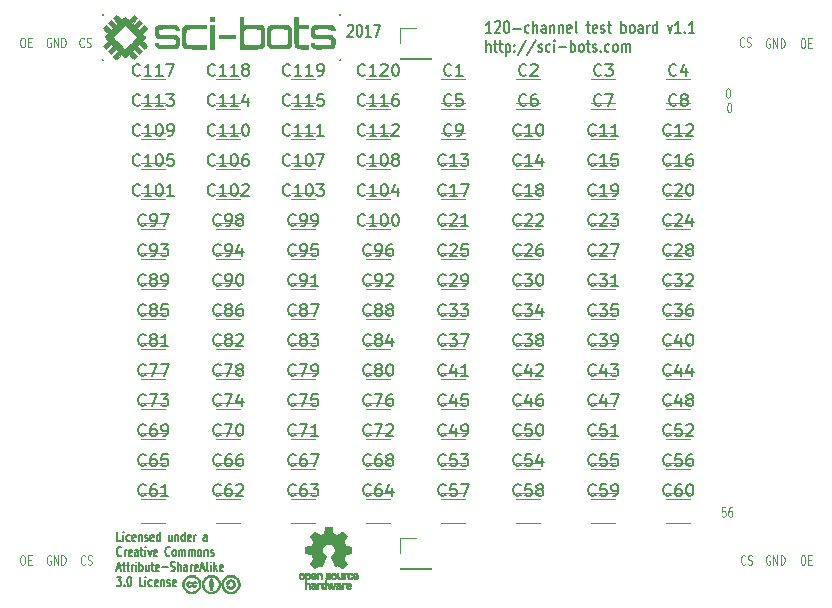
<source format=gto>
G04 #@! TF.FileFunction,Legend,Top*
%FSLAX46Y46*%
G04 Gerber Fmt 4.6, Leading zero omitted, Abs format (unit mm)*
G04 Created by KiCad (PCBNEW 4.0.1-stable) date 2017-04-12 2:16:29 PM*
%MOMM*%
G01*
G04 APERTURE LIST*
%ADD10C,0.150000*%
%ADD11C,0.100000*%
%ADD12C,0.200000*%
%ADD13C,0.120000*%
%ADD14C,0.010000*%
G04 APERTURE END LIST*
D10*
D11*
X42871429Y-38661905D02*
X42985715Y-38661905D01*
X43042857Y-38700000D01*
X43100000Y-38776190D01*
X43128572Y-38928571D01*
X43128572Y-39195238D01*
X43100000Y-39347619D01*
X43042857Y-39423810D01*
X42985715Y-39461905D01*
X42871429Y-39461905D01*
X42814286Y-39423810D01*
X42757143Y-39347619D01*
X42728572Y-39195238D01*
X42728572Y-38928571D01*
X42757143Y-38776190D01*
X42814286Y-38700000D01*
X42871429Y-38661905D01*
X43385714Y-39042857D02*
X43585714Y-39042857D01*
X43671428Y-39461905D02*
X43385714Y-39461905D01*
X43385714Y-38661905D01*
X43671428Y-38661905D01*
X45292858Y-38700000D02*
X45235715Y-38661905D01*
X45150001Y-38661905D01*
X45064286Y-38700000D01*
X45007144Y-38776190D01*
X44978572Y-38852381D01*
X44950001Y-39004762D01*
X44950001Y-39119048D01*
X44978572Y-39271429D01*
X45007144Y-39347619D01*
X45064286Y-39423810D01*
X45150001Y-39461905D01*
X45207144Y-39461905D01*
X45292858Y-39423810D01*
X45321429Y-39385714D01*
X45321429Y-39119048D01*
X45207144Y-39119048D01*
X45578572Y-39461905D02*
X45578572Y-38661905D01*
X45921429Y-39461905D01*
X45921429Y-38661905D01*
X46207143Y-39461905D02*
X46207143Y-38661905D01*
X46350000Y-38661905D01*
X46435715Y-38700000D01*
X46492857Y-38776190D01*
X46521429Y-38852381D01*
X46550000Y-39004762D01*
X46550000Y-39119048D01*
X46521429Y-39271429D01*
X46492857Y-39347619D01*
X46435715Y-39423810D01*
X46350000Y-39461905D01*
X46207143Y-39461905D01*
X48100000Y-39385714D02*
X48071429Y-39423810D01*
X47985715Y-39461905D01*
X47928572Y-39461905D01*
X47842857Y-39423810D01*
X47785715Y-39347619D01*
X47757143Y-39271429D01*
X47728572Y-39119048D01*
X47728572Y-39004762D01*
X47757143Y-38852381D01*
X47785715Y-38776190D01*
X47842857Y-38700000D01*
X47928572Y-38661905D01*
X47985715Y-38661905D01*
X48071429Y-38700000D01*
X48100000Y-38738095D01*
X48328572Y-39423810D02*
X48414286Y-39461905D01*
X48557143Y-39461905D01*
X48614286Y-39423810D01*
X48642857Y-39385714D01*
X48671429Y-39309524D01*
X48671429Y-39233333D01*
X48642857Y-39157143D01*
X48614286Y-39119048D01*
X48557143Y-39080952D01*
X48442857Y-39042857D01*
X48385715Y-39004762D01*
X48357143Y-38966667D01*
X48328572Y-38890476D01*
X48328572Y-38814286D01*
X48357143Y-38738095D01*
X48385715Y-38700000D01*
X48442857Y-38661905D01*
X48585715Y-38661905D01*
X48671429Y-38700000D01*
X42871429Y-82461905D02*
X42985715Y-82461905D01*
X43042857Y-82500000D01*
X43100000Y-82576190D01*
X43128572Y-82728571D01*
X43128572Y-82995238D01*
X43100000Y-83147619D01*
X43042857Y-83223810D01*
X42985715Y-83261905D01*
X42871429Y-83261905D01*
X42814286Y-83223810D01*
X42757143Y-83147619D01*
X42728572Y-82995238D01*
X42728572Y-82728571D01*
X42757143Y-82576190D01*
X42814286Y-82500000D01*
X42871429Y-82461905D01*
X43385714Y-82842857D02*
X43585714Y-82842857D01*
X43671428Y-83261905D02*
X43385714Y-83261905D01*
X43385714Y-82461905D01*
X43671428Y-82461905D01*
X45292858Y-82500000D02*
X45235715Y-82461905D01*
X45150001Y-82461905D01*
X45064286Y-82500000D01*
X45007144Y-82576190D01*
X44978572Y-82652381D01*
X44950001Y-82804762D01*
X44950001Y-82919048D01*
X44978572Y-83071429D01*
X45007144Y-83147619D01*
X45064286Y-83223810D01*
X45150001Y-83261905D01*
X45207144Y-83261905D01*
X45292858Y-83223810D01*
X45321429Y-83185714D01*
X45321429Y-82919048D01*
X45207144Y-82919048D01*
X45578572Y-83261905D02*
X45578572Y-82461905D01*
X45921429Y-83261905D01*
X45921429Y-82461905D01*
X46207143Y-83261905D02*
X46207143Y-82461905D01*
X46350000Y-82461905D01*
X46435715Y-82500000D01*
X46492857Y-82576190D01*
X46521429Y-82652381D01*
X46550000Y-82804762D01*
X46550000Y-82919048D01*
X46521429Y-83071429D01*
X46492857Y-83147619D01*
X46435715Y-83223810D01*
X46350000Y-83261905D01*
X46207143Y-83261905D01*
X48200000Y-83185714D02*
X48171429Y-83223810D01*
X48085715Y-83261905D01*
X48028572Y-83261905D01*
X47942857Y-83223810D01*
X47885715Y-83147619D01*
X47857143Y-83071429D01*
X47828572Y-82919048D01*
X47828572Y-82804762D01*
X47857143Y-82652381D01*
X47885715Y-82576190D01*
X47942857Y-82500000D01*
X48028572Y-82461905D01*
X48085715Y-82461905D01*
X48171429Y-82500000D01*
X48200000Y-82538095D01*
X48428572Y-83223810D02*
X48514286Y-83261905D01*
X48657143Y-83261905D01*
X48714286Y-83223810D01*
X48742857Y-83185714D01*
X48771429Y-83109524D01*
X48771429Y-83033333D01*
X48742857Y-82957143D01*
X48714286Y-82919048D01*
X48657143Y-82880952D01*
X48542857Y-82842857D01*
X48485715Y-82804762D01*
X48457143Y-82766667D01*
X48428572Y-82690476D01*
X48428572Y-82614286D01*
X48457143Y-82538095D01*
X48485715Y-82500000D01*
X48542857Y-82461905D01*
X48685715Y-82461905D01*
X48771429Y-82500000D01*
X108921429Y-82461905D02*
X109035715Y-82461905D01*
X109092857Y-82500000D01*
X109150000Y-82576190D01*
X109178572Y-82728571D01*
X109178572Y-82995238D01*
X109150000Y-83147619D01*
X109092857Y-83223810D01*
X109035715Y-83261905D01*
X108921429Y-83261905D01*
X108864286Y-83223810D01*
X108807143Y-83147619D01*
X108778572Y-82995238D01*
X108778572Y-82728571D01*
X108807143Y-82576190D01*
X108864286Y-82500000D01*
X108921429Y-82461905D01*
X109435714Y-82842857D02*
X109635714Y-82842857D01*
X109721428Y-83261905D02*
X109435714Y-83261905D01*
X109435714Y-82461905D01*
X109721428Y-82461905D01*
X106192858Y-82500000D02*
X106135715Y-82461905D01*
X106050001Y-82461905D01*
X105964286Y-82500000D01*
X105907144Y-82576190D01*
X105878572Y-82652381D01*
X105850001Y-82804762D01*
X105850001Y-82919048D01*
X105878572Y-83071429D01*
X105907144Y-83147619D01*
X105964286Y-83223810D01*
X106050001Y-83261905D01*
X106107144Y-83261905D01*
X106192858Y-83223810D01*
X106221429Y-83185714D01*
X106221429Y-82919048D01*
X106107144Y-82919048D01*
X106478572Y-83261905D02*
X106478572Y-82461905D01*
X106821429Y-83261905D01*
X106821429Y-82461905D01*
X107107143Y-83261905D02*
X107107143Y-82461905D01*
X107250000Y-82461905D01*
X107335715Y-82500000D01*
X107392857Y-82576190D01*
X107421429Y-82652381D01*
X107450000Y-82804762D01*
X107450000Y-82919048D01*
X107421429Y-83071429D01*
X107392857Y-83147619D01*
X107335715Y-83223810D01*
X107250000Y-83261905D01*
X107107143Y-83261905D01*
X104100000Y-83185714D02*
X104071429Y-83223810D01*
X103985715Y-83261905D01*
X103928572Y-83261905D01*
X103842857Y-83223810D01*
X103785715Y-83147619D01*
X103757143Y-83071429D01*
X103728572Y-82919048D01*
X103728572Y-82804762D01*
X103757143Y-82652381D01*
X103785715Y-82576190D01*
X103842857Y-82500000D01*
X103928572Y-82461905D01*
X103985715Y-82461905D01*
X104071429Y-82500000D01*
X104100000Y-82538095D01*
X104328572Y-83223810D02*
X104414286Y-83261905D01*
X104557143Y-83261905D01*
X104614286Y-83223810D01*
X104642857Y-83185714D01*
X104671429Y-83109524D01*
X104671429Y-83033333D01*
X104642857Y-82957143D01*
X104614286Y-82919048D01*
X104557143Y-82880952D01*
X104442857Y-82842857D01*
X104385715Y-82804762D01*
X104357143Y-82766667D01*
X104328572Y-82690476D01*
X104328572Y-82614286D01*
X104357143Y-82538095D01*
X104385715Y-82500000D01*
X104442857Y-82461905D01*
X104585715Y-82461905D01*
X104671429Y-82500000D01*
X108921429Y-38711905D02*
X109035715Y-38711905D01*
X109092857Y-38750000D01*
X109150000Y-38826190D01*
X109178572Y-38978571D01*
X109178572Y-39245238D01*
X109150000Y-39397619D01*
X109092857Y-39473810D01*
X109035715Y-39511905D01*
X108921429Y-39511905D01*
X108864286Y-39473810D01*
X108807143Y-39397619D01*
X108778572Y-39245238D01*
X108778572Y-38978571D01*
X108807143Y-38826190D01*
X108864286Y-38750000D01*
X108921429Y-38711905D01*
X109435714Y-39092857D02*
X109635714Y-39092857D01*
X109721428Y-39511905D02*
X109435714Y-39511905D01*
X109435714Y-38711905D01*
X109721428Y-38711905D01*
X106192858Y-38750000D02*
X106135715Y-38711905D01*
X106050001Y-38711905D01*
X105964286Y-38750000D01*
X105907144Y-38826190D01*
X105878572Y-38902381D01*
X105850001Y-39054762D01*
X105850001Y-39169048D01*
X105878572Y-39321429D01*
X105907144Y-39397619D01*
X105964286Y-39473810D01*
X106050001Y-39511905D01*
X106107144Y-39511905D01*
X106192858Y-39473810D01*
X106221429Y-39435714D01*
X106221429Y-39169048D01*
X106107144Y-39169048D01*
X106478572Y-39511905D02*
X106478572Y-38711905D01*
X106821429Y-39511905D01*
X106821429Y-38711905D01*
X107107143Y-39511905D02*
X107107143Y-38711905D01*
X107250000Y-38711905D01*
X107335715Y-38750000D01*
X107392857Y-38826190D01*
X107421429Y-38902381D01*
X107450000Y-39054762D01*
X107450000Y-39169048D01*
X107421429Y-39321429D01*
X107392857Y-39397619D01*
X107335715Y-39473810D01*
X107250000Y-39511905D01*
X107107143Y-39511905D01*
X104000000Y-39335714D02*
X103971429Y-39373810D01*
X103885715Y-39411905D01*
X103828572Y-39411905D01*
X103742857Y-39373810D01*
X103685715Y-39297619D01*
X103657143Y-39221429D01*
X103628572Y-39069048D01*
X103628572Y-38954762D01*
X103657143Y-38802381D01*
X103685715Y-38726190D01*
X103742857Y-38650000D01*
X103828572Y-38611905D01*
X103885715Y-38611905D01*
X103971429Y-38650000D01*
X104000000Y-38688095D01*
X104228572Y-39373810D02*
X104314286Y-39411905D01*
X104457143Y-39411905D01*
X104514286Y-39373810D01*
X104542857Y-39335714D01*
X104571429Y-39259524D01*
X104571429Y-39183333D01*
X104542857Y-39107143D01*
X104514286Y-39069048D01*
X104457143Y-39030952D01*
X104342857Y-38992857D01*
X104285715Y-38954762D01*
X104257143Y-38916667D01*
X104228572Y-38840476D01*
X104228572Y-38764286D01*
X104257143Y-38688095D01*
X104285715Y-38650000D01*
X104342857Y-38611905D01*
X104485715Y-38611905D01*
X104571429Y-38650000D01*
X102407142Y-78411905D02*
X102121428Y-78411905D01*
X102092857Y-78792857D01*
X102121428Y-78754762D01*
X102178571Y-78716667D01*
X102321428Y-78716667D01*
X102378571Y-78754762D01*
X102407142Y-78792857D01*
X102435714Y-78869048D01*
X102435714Y-79059524D01*
X102407142Y-79135714D01*
X102378571Y-79173810D01*
X102321428Y-79211905D01*
X102178571Y-79211905D01*
X102121428Y-79173810D01*
X102092857Y-79135714D01*
X102950000Y-78411905D02*
X102835714Y-78411905D01*
X102778571Y-78450000D01*
X102750000Y-78488095D01*
X102692857Y-78602381D01*
X102664286Y-78754762D01*
X102664286Y-79059524D01*
X102692857Y-79135714D01*
X102721429Y-79173810D01*
X102778571Y-79211905D01*
X102892857Y-79211905D01*
X102950000Y-79173810D01*
X102978571Y-79135714D01*
X103007143Y-79059524D01*
X103007143Y-78869048D01*
X102978571Y-78792857D01*
X102950000Y-78754762D01*
X102892857Y-78716667D01*
X102778571Y-78716667D01*
X102721429Y-78754762D01*
X102692857Y-78792857D01*
X102664286Y-78869048D01*
X102721429Y-44161905D02*
X102778572Y-44161905D01*
X102835715Y-44200000D01*
X102864286Y-44238095D01*
X102892857Y-44314286D01*
X102921429Y-44466667D01*
X102921429Y-44657143D01*
X102892857Y-44809524D01*
X102864286Y-44885714D01*
X102835715Y-44923810D01*
X102778572Y-44961905D01*
X102721429Y-44961905D01*
X102664286Y-44923810D01*
X102635715Y-44885714D01*
X102607143Y-44809524D01*
X102578572Y-44657143D01*
X102578572Y-44466667D01*
X102607143Y-44314286D01*
X102635715Y-44238095D01*
X102664286Y-44200000D01*
X102721429Y-44161905D01*
X102621429Y-42911905D02*
X102678572Y-42911905D01*
X102735715Y-42950000D01*
X102764286Y-42988095D01*
X102792857Y-43064286D01*
X102821429Y-43216667D01*
X102821429Y-43407143D01*
X102792857Y-43559524D01*
X102764286Y-43635714D01*
X102735715Y-43673810D01*
X102678572Y-43711905D01*
X102621429Y-43711905D01*
X102564286Y-43673810D01*
X102535715Y-43635714D01*
X102507143Y-43559524D01*
X102478572Y-43407143D01*
X102478572Y-43216667D01*
X102507143Y-43064286D01*
X102535715Y-42988095D01*
X102564286Y-42950000D01*
X102621429Y-42911905D01*
D10*
X51228571Y-81260905D02*
X50942857Y-81260905D01*
X50942857Y-80460905D01*
X51428571Y-81260905D02*
X51428571Y-80727571D01*
X51428571Y-80460905D02*
X51400000Y-80499000D01*
X51428571Y-80537095D01*
X51457143Y-80499000D01*
X51428571Y-80460905D01*
X51428571Y-80537095D01*
X51971428Y-81222810D02*
X51914285Y-81260905D01*
X51799999Y-81260905D01*
X51742857Y-81222810D01*
X51714285Y-81184714D01*
X51685714Y-81108524D01*
X51685714Y-80879952D01*
X51714285Y-80803762D01*
X51742857Y-80765667D01*
X51799999Y-80727571D01*
X51914285Y-80727571D01*
X51971428Y-80765667D01*
X52457143Y-81222810D02*
X52400000Y-81260905D01*
X52285714Y-81260905D01*
X52228571Y-81222810D01*
X52200000Y-81146619D01*
X52200000Y-80841857D01*
X52228571Y-80765667D01*
X52285714Y-80727571D01*
X52400000Y-80727571D01*
X52457143Y-80765667D01*
X52485714Y-80841857D01*
X52485714Y-80918048D01*
X52200000Y-80994238D01*
X52742857Y-80727571D02*
X52742857Y-81260905D01*
X52742857Y-80803762D02*
X52771429Y-80765667D01*
X52828571Y-80727571D01*
X52914286Y-80727571D01*
X52971429Y-80765667D01*
X53000000Y-80841857D01*
X53000000Y-81260905D01*
X53257143Y-81222810D02*
X53314286Y-81260905D01*
X53428571Y-81260905D01*
X53485714Y-81222810D01*
X53514286Y-81146619D01*
X53514286Y-81108524D01*
X53485714Y-81032333D01*
X53428571Y-80994238D01*
X53342857Y-80994238D01*
X53285714Y-80956143D01*
X53257143Y-80879952D01*
X53257143Y-80841857D01*
X53285714Y-80765667D01*
X53342857Y-80727571D01*
X53428571Y-80727571D01*
X53485714Y-80765667D01*
X54000000Y-81222810D02*
X53942857Y-81260905D01*
X53828571Y-81260905D01*
X53771428Y-81222810D01*
X53742857Y-81146619D01*
X53742857Y-80841857D01*
X53771428Y-80765667D01*
X53828571Y-80727571D01*
X53942857Y-80727571D01*
X54000000Y-80765667D01*
X54028571Y-80841857D01*
X54028571Y-80918048D01*
X53742857Y-80994238D01*
X54542857Y-81260905D02*
X54542857Y-80460905D01*
X54542857Y-81222810D02*
X54485714Y-81260905D01*
X54371428Y-81260905D01*
X54314286Y-81222810D01*
X54285714Y-81184714D01*
X54257143Y-81108524D01*
X54257143Y-80879952D01*
X54285714Y-80803762D01*
X54314286Y-80765667D01*
X54371428Y-80727571D01*
X54485714Y-80727571D01*
X54542857Y-80765667D01*
X55542857Y-80727571D02*
X55542857Y-81260905D01*
X55285714Y-80727571D02*
X55285714Y-81146619D01*
X55314286Y-81222810D01*
X55371428Y-81260905D01*
X55457143Y-81260905D01*
X55514286Y-81222810D01*
X55542857Y-81184714D01*
X55828571Y-80727571D02*
X55828571Y-81260905D01*
X55828571Y-80803762D02*
X55857143Y-80765667D01*
X55914285Y-80727571D01*
X56000000Y-80727571D01*
X56057143Y-80765667D01*
X56085714Y-80841857D01*
X56085714Y-81260905D01*
X56628571Y-81260905D02*
X56628571Y-80460905D01*
X56628571Y-81222810D02*
X56571428Y-81260905D01*
X56457142Y-81260905D01*
X56400000Y-81222810D01*
X56371428Y-81184714D01*
X56342857Y-81108524D01*
X56342857Y-80879952D01*
X56371428Y-80803762D01*
X56400000Y-80765667D01*
X56457142Y-80727571D01*
X56571428Y-80727571D01*
X56628571Y-80765667D01*
X57142857Y-81222810D02*
X57085714Y-81260905D01*
X56971428Y-81260905D01*
X56914285Y-81222810D01*
X56885714Y-81146619D01*
X56885714Y-80841857D01*
X56914285Y-80765667D01*
X56971428Y-80727571D01*
X57085714Y-80727571D01*
X57142857Y-80765667D01*
X57171428Y-80841857D01*
X57171428Y-80918048D01*
X56885714Y-80994238D01*
X57428571Y-81260905D02*
X57428571Y-80727571D01*
X57428571Y-80879952D02*
X57457143Y-80803762D01*
X57485714Y-80765667D01*
X57542857Y-80727571D01*
X57600000Y-80727571D01*
X58514286Y-81260905D02*
X58514286Y-80841857D01*
X58485715Y-80765667D01*
X58428572Y-80727571D01*
X58314286Y-80727571D01*
X58257143Y-80765667D01*
X58514286Y-81222810D02*
X58457143Y-81260905D01*
X58314286Y-81260905D01*
X58257143Y-81222810D01*
X58228572Y-81146619D01*
X58228572Y-81070429D01*
X58257143Y-80994238D01*
X58314286Y-80956143D01*
X58457143Y-80956143D01*
X58514286Y-80918048D01*
X51285714Y-82454714D02*
X51257143Y-82492810D01*
X51171429Y-82530905D01*
X51114286Y-82530905D01*
X51028571Y-82492810D01*
X50971429Y-82416619D01*
X50942857Y-82340429D01*
X50914286Y-82188048D01*
X50914286Y-82073762D01*
X50942857Y-81921381D01*
X50971429Y-81845190D01*
X51028571Y-81769000D01*
X51114286Y-81730905D01*
X51171429Y-81730905D01*
X51257143Y-81769000D01*
X51285714Y-81807095D01*
X51542857Y-82530905D02*
X51542857Y-81997571D01*
X51542857Y-82149952D02*
X51571429Y-82073762D01*
X51600000Y-82035667D01*
X51657143Y-81997571D01*
X51714286Y-81997571D01*
X52142858Y-82492810D02*
X52085715Y-82530905D01*
X51971429Y-82530905D01*
X51914286Y-82492810D01*
X51885715Y-82416619D01*
X51885715Y-82111857D01*
X51914286Y-82035667D01*
X51971429Y-81997571D01*
X52085715Y-81997571D01*
X52142858Y-82035667D01*
X52171429Y-82111857D01*
X52171429Y-82188048D01*
X51885715Y-82264238D01*
X52685715Y-82530905D02*
X52685715Y-82111857D01*
X52657144Y-82035667D01*
X52600001Y-81997571D01*
X52485715Y-81997571D01*
X52428572Y-82035667D01*
X52685715Y-82492810D02*
X52628572Y-82530905D01*
X52485715Y-82530905D01*
X52428572Y-82492810D01*
X52400001Y-82416619D01*
X52400001Y-82340429D01*
X52428572Y-82264238D01*
X52485715Y-82226143D01*
X52628572Y-82226143D01*
X52685715Y-82188048D01*
X52885715Y-81997571D02*
X53114286Y-81997571D01*
X52971429Y-81730905D02*
X52971429Y-82416619D01*
X53000001Y-82492810D01*
X53057143Y-82530905D01*
X53114286Y-82530905D01*
X53314286Y-82530905D02*
X53314286Y-81997571D01*
X53314286Y-81730905D02*
X53285715Y-81769000D01*
X53314286Y-81807095D01*
X53342858Y-81769000D01*
X53314286Y-81730905D01*
X53314286Y-81807095D01*
X53542857Y-81997571D02*
X53685714Y-82530905D01*
X53828572Y-81997571D01*
X54285715Y-82492810D02*
X54228572Y-82530905D01*
X54114286Y-82530905D01*
X54057143Y-82492810D01*
X54028572Y-82416619D01*
X54028572Y-82111857D01*
X54057143Y-82035667D01*
X54114286Y-81997571D01*
X54228572Y-81997571D01*
X54285715Y-82035667D01*
X54314286Y-82111857D01*
X54314286Y-82188048D01*
X54028572Y-82264238D01*
X55371429Y-82454714D02*
X55342858Y-82492810D01*
X55257144Y-82530905D01*
X55200001Y-82530905D01*
X55114286Y-82492810D01*
X55057144Y-82416619D01*
X55028572Y-82340429D01*
X55000001Y-82188048D01*
X55000001Y-82073762D01*
X55028572Y-81921381D01*
X55057144Y-81845190D01*
X55114286Y-81769000D01*
X55200001Y-81730905D01*
X55257144Y-81730905D01*
X55342858Y-81769000D01*
X55371429Y-81807095D01*
X55714286Y-82530905D02*
X55657144Y-82492810D01*
X55628572Y-82454714D01*
X55600001Y-82378524D01*
X55600001Y-82149952D01*
X55628572Y-82073762D01*
X55657144Y-82035667D01*
X55714286Y-81997571D01*
X55800001Y-81997571D01*
X55857144Y-82035667D01*
X55885715Y-82073762D01*
X55914286Y-82149952D01*
X55914286Y-82378524D01*
X55885715Y-82454714D01*
X55857144Y-82492810D01*
X55800001Y-82530905D01*
X55714286Y-82530905D01*
X56171429Y-82530905D02*
X56171429Y-81997571D01*
X56171429Y-82073762D02*
X56200001Y-82035667D01*
X56257143Y-81997571D01*
X56342858Y-81997571D01*
X56400001Y-82035667D01*
X56428572Y-82111857D01*
X56428572Y-82530905D01*
X56428572Y-82111857D02*
X56457143Y-82035667D01*
X56514286Y-81997571D01*
X56600001Y-81997571D01*
X56657143Y-82035667D01*
X56685715Y-82111857D01*
X56685715Y-82530905D01*
X56971429Y-82530905D02*
X56971429Y-81997571D01*
X56971429Y-82073762D02*
X57000001Y-82035667D01*
X57057143Y-81997571D01*
X57142858Y-81997571D01*
X57200001Y-82035667D01*
X57228572Y-82111857D01*
X57228572Y-82530905D01*
X57228572Y-82111857D02*
X57257143Y-82035667D01*
X57314286Y-81997571D01*
X57400001Y-81997571D01*
X57457143Y-82035667D01*
X57485715Y-82111857D01*
X57485715Y-82530905D01*
X57857143Y-82530905D02*
X57800001Y-82492810D01*
X57771429Y-82454714D01*
X57742858Y-82378524D01*
X57742858Y-82149952D01*
X57771429Y-82073762D01*
X57800001Y-82035667D01*
X57857143Y-81997571D01*
X57942858Y-81997571D01*
X58000001Y-82035667D01*
X58028572Y-82073762D01*
X58057143Y-82149952D01*
X58057143Y-82378524D01*
X58028572Y-82454714D01*
X58000001Y-82492810D01*
X57942858Y-82530905D01*
X57857143Y-82530905D01*
X58314286Y-81997571D02*
X58314286Y-82530905D01*
X58314286Y-82073762D02*
X58342858Y-82035667D01*
X58400000Y-81997571D01*
X58485715Y-81997571D01*
X58542858Y-82035667D01*
X58571429Y-82111857D01*
X58571429Y-82530905D01*
X58828572Y-82492810D02*
X58885715Y-82530905D01*
X59000000Y-82530905D01*
X59057143Y-82492810D01*
X59085715Y-82416619D01*
X59085715Y-82378524D01*
X59057143Y-82302333D01*
X59000000Y-82264238D01*
X58914286Y-82264238D01*
X58857143Y-82226143D01*
X58828572Y-82149952D01*
X58828572Y-82111857D01*
X58857143Y-82035667D01*
X58914286Y-81997571D01*
X59000000Y-81997571D01*
X59057143Y-82035667D01*
X50914286Y-83572333D02*
X51200000Y-83572333D01*
X50857143Y-83800905D02*
X51057143Y-83000905D01*
X51257143Y-83800905D01*
X51371429Y-83267571D02*
X51600000Y-83267571D01*
X51457143Y-83000905D02*
X51457143Y-83686619D01*
X51485715Y-83762810D01*
X51542857Y-83800905D01*
X51600000Y-83800905D01*
X51714286Y-83267571D02*
X51942857Y-83267571D01*
X51800000Y-83000905D02*
X51800000Y-83686619D01*
X51828572Y-83762810D01*
X51885714Y-83800905D01*
X51942857Y-83800905D01*
X52142857Y-83800905D02*
X52142857Y-83267571D01*
X52142857Y-83419952D02*
X52171429Y-83343762D01*
X52200000Y-83305667D01*
X52257143Y-83267571D01*
X52314286Y-83267571D01*
X52514286Y-83800905D02*
X52514286Y-83267571D01*
X52514286Y-83000905D02*
X52485715Y-83039000D01*
X52514286Y-83077095D01*
X52542858Y-83039000D01*
X52514286Y-83000905D01*
X52514286Y-83077095D01*
X52800000Y-83800905D02*
X52800000Y-83000905D01*
X52800000Y-83305667D02*
X52857143Y-83267571D01*
X52971429Y-83267571D01*
X53028572Y-83305667D01*
X53057143Y-83343762D01*
X53085714Y-83419952D01*
X53085714Y-83648524D01*
X53057143Y-83724714D01*
X53028572Y-83762810D01*
X52971429Y-83800905D01*
X52857143Y-83800905D01*
X52800000Y-83762810D01*
X53600000Y-83267571D02*
X53600000Y-83800905D01*
X53342857Y-83267571D02*
X53342857Y-83686619D01*
X53371429Y-83762810D01*
X53428571Y-83800905D01*
X53514286Y-83800905D01*
X53571429Y-83762810D01*
X53600000Y-83724714D01*
X53800000Y-83267571D02*
X54028571Y-83267571D01*
X53885714Y-83000905D02*
X53885714Y-83686619D01*
X53914286Y-83762810D01*
X53971428Y-83800905D01*
X54028571Y-83800905D01*
X54457143Y-83762810D02*
X54400000Y-83800905D01*
X54285714Y-83800905D01*
X54228571Y-83762810D01*
X54200000Y-83686619D01*
X54200000Y-83381857D01*
X54228571Y-83305667D01*
X54285714Y-83267571D01*
X54400000Y-83267571D01*
X54457143Y-83305667D01*
X54485714Y-83381857D01*
X54485714Y-83458048D01*
X54200000Y-83534238D01*
X54742857Y-83496143D02*
X55200000Y-83496143D01*
X55457143Y-83762810D02*
X55542857Y-83800905D01*
X55685714Y-83800905D01*
X55742857Y-83762810D01*
X55771428Y-83724714D01*
X55800000Y-83648524D01*
X55800000Y-83572333D01*
X55771428Y-83496143D01*
X55742857Y-83458048D01*
X55685714Y-83419952D01*
X55571428Y-83381857D01*
X55514286Y-83343762D01*
X55485714Y-83305667D01*
X55457143Y-83229476D01*
X55457143Y-83153286D01*
X55485714Y-83077095D01*
X55514286Y-83039000D01*
X55571428Y-83000905D01*
X55714286Y-83000905D01*
X55800000Y-83039000D01*
X56057143Y-83800905D02*
X56057143Y-83000905D01*
X56314286Y-83800905D02*
X56314286Y-83381857D01*
X56285715Y-83305667D01*
X56228572Y-83267571D01*
X56142857Y-83267571D01*
X56085715Y-83305667D01*
X56057143Y-83343762D01*
X56857143Y-83800905D02*
X56857143Y-83381857D01*
X56828572Y-83305667D01*
X56771429Y-83267571D01*
X56657143Y-83267571D01*
X56600000Y-83305667D01*
X56857143Y-83762810D02*
X56800000Y-83800905D01*
X56657143Y-83800905D01*
X56600000Y-83762810D01*
X56571429Y-83686619D01*
X56571429Y-83610429D01*
X56600000Y-83534238D01*
X56657143Y-83496143D01*
X56800000Y-83496143D01*
X56857143Y-83458048D01*
X57142857Y-83800905D02*
X57142857Y-83267571D01*
X57142857Y-83419952D02*
X57171429Y-83343762D01*
X57200000Y-83305667D01*
X57257143Y-83267571D01*
X57314286Y-83267571D01*
X57742858Y-83762810D02*
X57685715Y-83800905D01*
X57571429Y-83800905D01*
X57514286Y-83762810D01*
X57485715Y-83686619D01*
X57485715Y-83381857D01*
X57514286Y-83305667D01*
X57571429Y-83267571D01*
X57685715Y-83267571D01*
X57742858Y-83305667D01*
X57771429Y-83381857D01*
X57771429Y-83458048D01*
X57485715Y-83534238D01*
X58000001Y-83572333D02*
X58285715Y-83572333D01*
X57942858Y-83800905D02*
X58142858Y-83000905D01*
X58342858Y-83800905D01*
X58628572Y-83800905D02*
X58571430Y-83762810D01*
X58542858Y-83686619D01*
X58542858Y-83000905D01*
X58857144Y-83800905D02*
X58857144Y-83267571D01*
X58857144Y-83000905D02*
X58828573Y-83039000D01*
X58857144Y-83077095D01*
X58885716Y-83039000D01*
X58857144Y-83000905D01*
X58857144Y-83077095D01*
X59142858Y-83800905D02*
X59142858Y-83000905D01*
X59200001Y-83496143D02*
X59371430Y-83800905D01*
X59371430Y-83267571D02*
X59142858Y-83572333D01*
X59857144Y-83762810D02*
X59800001Y-83800905D01*
X59685715Y-83800905D01*
X59628572Y-83762810D01*
X59600001Y-83686619D01*
X59600001Y-83381857D01*
X59628572Y-83305667D01*
X59685715Y-83267571D01*
X59800001Y-83267571D01*
X59857144Y-83305667D01*
X59885715Y-83381857D01*
X59885715Y-83458048D01*
X59600001Y-83534238D01*
X50885714Y-84270905D02*
X51257143Y-84270905D01*
X51057143Y-84575667D01*
X51142857Y-84575667D01*
X51200000Y-84613762D01*
X51228571Y-84651857D01*
X51257143Y-84728048D01*
X51257143Y-84918524D01*
X51228571Y-84994714D01*
X51200000Y-85032810D01*
X51142857Y-85070905D01*
X50971429Y-85070905D01*
X50914286Y-85032810D01*
X50885714Y-84994714D01*
X51514286Y-84994714D02*
X51542858Y-85032810D01*
X51514286Y-85070905D01*
X51485715Y-85032810D01*
X51514286Y-84994714D01*
X51514286Y-85070905D01*
X51914286Y-84270905D02*
X51971429Y-84270905D01*
X52028572Y-84309000D01*
X52057143Y-84347095D01*
X52085714Y-84423286D01*
X52114286Y-84575667D01*
X52114286Y-84766143D01*
X52085714Y-84918524D01*
X52057143Y-84994714D01*
X52028572Y-85032810D01*
X51971429Y-85070905D01*
X51914286Y-85070905D01*
X51857143Y-85032810D01*
X51828572Y-84994714D01*
X51800000Y-84918524D01*
X51771429Y-84766143D01*
X51771429Y-84575667D01*
X51800000Y-84423286D01*
X51828572Y-84347095D01*
X51857143Y-84309000D01*
X51914286Y-84270905D01*
X53114286Y-85070905D02*
X52828572Y-85070905D01*
X52828572Y-84270905D01*
X53314286Y-85070905D02*
X53314286Y-84537571D01*
X53314286Y-84270905D02*
X53285715Y-84309000D01*
X53314286Y-84347095D01*
X53342858Y-84309000D01*
X53314286Y-84270905D01*
X53314286Y-84347095D01*
X53857143Y-85032810D02*
X53800000Y-85070905D01*
X53685714Y-85070905D01*
X53628572Y-85032810D01*
X53600000Y-84994714D01*
X53571429Y-84918524D01*
X53571429Y-84689952D01*
X53600000Y-84613762D01*
X53628572Y-84575667D01*
X53685714Y-84537571D01*
X53800000Y-84537571D01*
X53857143Y-84575667D01*
X54342858Y-85032810D02*
X54285715Y-85070905D01*
X54171429Y-85070905D01*
X54114286Y-85032810D01*
X54085715Y-84956619D01*
X54085715Y-84651857D01*
X54114286Y-84575667D01*
X54171429Y-84537571D01*
X54285715Y-84537571D01*
X54342858Y-84575667D01*
X54371429Y-84651857D01*
X54371429Y-84728048D01*
X54085715Y-84804238D01*
X54628572Y-84537571D02*
X54628572Y-85070905D01*
X54628572Y-84613762D02*
X54657144Y-84575667D01*
X54714286Y-84537571D01*
X54800001Y-84537571D01*
X54857144Y-84575667D01*
X54885715Y-84651857D01*
X54885715Y-85070905D01*
X55142858Y-85032810D02*
X55200001Y-85070905D01*
X55314286Y-85070905D01*
X55371429Y-85032810D01*
X55400001Y-84956619D01*
X55400001Y-84918524D01*
X55371429Y-84842333D01*
X55314286Y-84804238D01*
X55228572Y-84804238D01*
X55171429Y-84766143D01*
X55142858Y-84689952D01*
X55142858Y-84651857D01*
X55171429Y-84575667D01*
X55228572Y-84537571D01*
X55314286Y-84537571D01*
X55371429Y-84575667D01*
X55885715Y-85032810D02*
X55828572Y-85070905D01*
X55714286Y-85070905D01*
X55657143Y-85032810D01*
X55628572Y-84956619D01*
X55628572Y-84651857D01*
X55657143Y-84575667D01*
X55714286Y-84537571D01*
X55828572Y-84537571D01*
X55885715Y-84575667D01*
X55914286Y-84651857D01*
X55914286Y-84728048D01*
X55628572Y-84804238D01*
D12*
X70428571Y-37647619D02*
X70466666Y-37600000D01*
X70542857Y-37552381D01*
X70733333Y-37552381D01*
X70809523Y-37600000D01*
X70847619Y-37647619D01*
X70885714Y-37742857D01*
X70885714Y-37838095D01*
X70847619Y-37980952D01*
X70390476Y-38552381D01*
X70885714Y-38552381D01*
X71380952Y-37552381D02*
X71457143Y-37552381D01*
X71533333Y-37600000D01*
X71571428Y-37647619D01*
X71609524Y-37742857D01*
X71647619Y-37933333D01*
X71647619Y-38171429D01*
X71609524Y-38361905D01*
X71571428Y-38457143D01*
X71533333Y-38504762D01*
X71457143Y-38552381D01*
X71380952Y-38552381D01*
X71304762Y-38504762D01*
X71266666Y-38457143D01*
X71228571Y-38361905D01*
X71190476Y-38171429D01*
X71190476Y-37933333D01*
X71228571Y-37742857D01*
X71266666Y-37647619D01*
X71304762Y-37600000D01*
X71380952Y-37552381D01*
X72409524Y-38552381D02*
X71952381Y-38552381D01*
X72180952Y-38552381D02*
X72180952Y-37552381D01*
X72104762Y-37695238D01*
X72028571Y-37790476D01*
X71952381Y-37838095D01*
X72676191Y-37552381D02*
X73209524Y-37552381D01*
X72866667Y-38552381D01*
X82609524Y-38252381D02*
X82152381Y-38252381D01*
X82380952Y-38252381D02*
X82380952Y-37252381D01*
X82304762Y-37395238D01*
X82228571Y-37490476D01*
X82152381Y-37538095D01*
X82914286Y-37347619D02*
X82952381Y-37300000D01*
X83028572Y-37252381D01*
X83219048Y-37252381D01*
X83295238Y-37300000D01*
X83333334Y-37347619D01*
X83371429Y-37442857D01*
X83371429Y-37538095D01*
X83333334Y-37680952D01*
X82876191Y-38252381D01*
X83371429Y-38252381D01*
X83866667Y-37252381D02*
X83942858Y-37252381D01*
X84019048Y-37300000D01*
X84057143Y-37347619D01*
X84095239Y-37442857D01*
X84133334Y-37633333D01*
X84133334Y-37871429D01*
X84095239Y-38061905D01*
X84057143Y-38157143D01*
X84019048Y-38204762D01*
X83942858Y-38252381D01*
X83866667Y-38252381D01*
X83790477Y-38204762D01*
X83752381Y-38157143D01*
X83714286Y-38061905D01*
X83676191Y-37871429D01*
X83676191Y-37633333D01*
X83714286Y-37442857D01*
X83752381Y-37347619D01*
X83790477Y-37300000D01*
X83866667Y-37252381D01*
X84476191Y-37871429D02*
X85085715Y-37871429D01*
X85809524Y-38204762D02*
X85733334Y-38252381D01*
X85580953Y-38252381D01*
X85504762Y-38204762D01*
X85466667Y-38157143D01*
X85428572Y-38061905D01*
X85428572Y-37776190D01*
X85466667Y-37680952D01*
X85504762Y-37633333D01*
X85580953Y-37585714D01*
X85733334Y-37585714D01*
X85809524Y-37633333D01*
X86152381Y-38252381D02*
X86152381Y-37252381D01*
X86495238Y-38252381D02*
X86495238Y-37728571D01*
X86457143Y-37633333D01*
X86380953Y-37585714D01*
X86266667Y-37585714D01*
X86190476Y-37633333D01*
X86152381Y-37680952D01*
X87219048Y-38252381D02*
X87219048Y-37728571D01*
X87180953Y-37633333D01*
X87104763Y-37585714D01*
X86952382Y-37585714D01*
X86876191Y-37633333D01*
X87219048Y-38204762D02*
X87142858Y-38252381D01*
X86952382Y-38252381D01*
X86876191Y-38204762D01*
X86838096Y-38109524D01*
X86838096Y-38014286D01*
X86876191Y-37919048D01*
X86952382Y-37871429D01*
X87142858Y-37871429D01*
X87219048Y-37823810D01*
X87600001Y-37585714D02*
X87600001Y-38252381D01*
X87600001Y-37680952D02*
X87638096Y-37633333D01*
X87714287Y-37585714D01*
X87828573Y-37585714D01*
X87904763Y-37633333D01*
X87942858Y-37728571D01*
X87942858Y-38252381D01*
X88323811Y-37585714D02*
X88323811Y-38252381D01*
X88323811Y-37680952D02*
X88361906Y-37633333D01*
X88438097Y-37585714D01*
X88552383Y-37585714D01*
X88628573Y-37633333D01*
X88666668Y-37728571D01*
X88666668Y-38252381D01*
X89352383Y-38204762D02*
X89276193Y-38252381D01*
X89123812Y-38252381D01*
X89047621Y-38204762D01*
X89009526Y-38109524D01*
X89009526Y-37728571D01*
X89047621Y-37633333D01*
X89123812Y-37585714D01*
X89276193Y-37585714D01*
X89352383Y-37633333D01*
X89390478Y-37728571D01*
X89390478Y-37823810D01*
X89009526Y-37919048D01*
X89847621Y-38252381D02*
X89771430Y-38204762D01*
X89733335Y-38109524D01*
X89733335Y-37252381D01*
X90647621Y-37585714D02*
X90952383Y-37585714D01*
X90761907Y-37252381D02*
X90761907Y-38109524D01*
X90800002Y-38204762D01*
X90876193Y-38252381D01*
X90952383Y-38252381D01*
X91523812Y-38204762D02*
X91447622Y-38252381D01*
X91295241Y-38252381D01*
X91219050Y-38204762D01*
X91180955Y-38109524D01*
X91180955Y-37728571D01*
X91219050Y-37633333D01*
X91295241Y-37585714D01*
X91447622Y-37585714D01*
X91523812Y-37633333D01*
X91561907Y-37728571D01*
X91561907Y-37823810D01*
X91180955Y-37919048D01*
X91866669Y-38204762D02*
X91942859Y-38252381D01*
X92095240Y-38252381D01*
X92171431Y-38204762D01*
X92209526Y-38109524D01*
X92209526Y-38061905D01*
X92171431Y-37966667D01*
X92095240Y-37919048D01*
X91980955Y-37919048D01*
X91904764Y-37871429D01*
X91866669Y-37776190D01*
X91866669Y-37728571D01*
X91904764Y-37633333D01*
X91980955Y-37585714D01*
X92095240Y-37585714D01*
X92171431Y-37633333D01*
X92438097Y-37585714D02*
X92742859Y-37585714D01*
X92552383Y-37252381D02*
X92552383Y-38109524D01*
X92590478Y-38204762D01*
X92666669Y-38252381D01*
X92742859Y-38252381D01*
X93619050Y-38252381D02*
X93619050Y-37252381D01*
X93619050Y-37633333D02*
X93695241Y-37585714D01*
X93847622Y-37585714D01*
X93923812Y-37633333D01*
X93961907Y-37680952D01*
X94000003Y-37776190D01*
X94000003Y-38061905D01*
X93961907Y-38157143D01*
X93923812Y-38204762D01*
X93847622Y-38252381D01*
X93695241Y-38252381D01*
X93619050Y-38204762D01*
X94457146Y-38252381D02*
X94380955Y-38204762D01*
X94342860Y-38157143D01*
X94304765Y-38061905D01*
X94304765Y-37776190D01*
X94342860Y-37680952D01*
X94380955Y-37633333D01*
X94457146Y-37585714D01*
X94571432Y-37585714D01*
X94647622Y-37633333D01*
X94685717Y-37680952D01*
X94723813Y-37776190D01*
X94723813Y-38061905D01*
X94685717Y-38157143D01*
X94647622Y-38204762D01*
X94571432Y-38252381D01*
X94457146Y-38252381D01*
X95409527Y-38252381D02*
X95409527Y-37728571D01*
X95371432Y-37633333D01*
X95295242Y-37585714D01*
X95142861Y-37585714D01*
X95066670Y-37633333D01*
X95409527Y-38204762D02*
X95333337Y-38252381D01*
X95142861Y-38252381D01*
X95066670Y-38204762D01*
X95028575Y-38109524D01*
X95028575Y-38014286D01*
X95066670Y-37919048D01*
X95142861Y-37871429D01*
X95333337Y-37871429D01*
X95409527Y-37823810D01*
X95790480Y-38252381D02*
X95790480Y-37585714D01*
X95790480Y-37776190D02*
X95828575Y-37680952D01*
X95866671Y-37633333D01*
X95942861Y-37585714D01*
X96019052Y-37585714D01*
X96628575Y-38252381D02*
X96628575Y-37252381D01*
X96628575Y-38204762D02*
X96552385Y-38252381D01*
X96400004Y-38252381D01*
X96323813Y-38204762D01*
X96285718Y-38157143D01*
X96247623Y-38061905D01*
X96247623Y-37776190D01*
X96285718Y-37680952D01*
X96323813Y-37633333D01*
X96400004Y-37585714D01*
X96552385Y-37585714D01*
X96628575Y-37633333D01*
X97542862Y-37585714D02*
X97733338Y-38252381D01*
X97923814Y-37585714D01*
X98647624Y-38252381D02*
X98190481Y-38252381D01*
X98419052Y-38252381D02*
X98419052Y-37252381D01*
X98342862Y-37395238D01*
X98266671Y-37490476D01*
X98190481Y-37538095D01*
X98990481Y-38157143D02*
X99028576Y-38204762D01*
X98990481Y-38252381D01*
X98952386Y-38204762D01*
X98990481Y-38157143D01*
X98990481Y-38252381D01*
X99790481Y-38252381D02*
X99333338Y-38252381D01*
X99561909Y-38252381D02*
X99561909Y-37252381D01*
X99485719Y-37395238D01*
X99409528Y-37490476D01*
X99333338Y-37538095D01*
X82190476Y-39852381D02*
X82190476Y-38852381D01*
X82533333Y-39852381D02*
X82533333Y-39328571D01*
X82495238Y-39233333D01*
X82419048Y-39185714D01*
X82304762Y-39185714D01*
X82228571Y-39233333D01*
X82190476Y-39280952D01*
X82800000Y-39185714D02*
X83104762Y-39185714D01*
X82914286Y-38852381D02*
X82914286Y-39709524D01*
X82952381Y-39804762D01*
X83028572Y-39852381D01*
X83104762Y-39852381D01*
X83257143Y-39185714D02*
X83561905Y-39185714D01*
X83371429Y-38852381D02*
X83371429Y-39709524D01*
X83409524Y-39804762D01*
X83485715Y-39852381D01*
X83561905Y-39852381D01*
X83828572Y-39185714D02*
X83828572Y-40185714D01*
X83828572Y-39233333D02*
X83904763Y-39185714D01*
X84057144Y-39185714D01*
X84133334Y-39233333D01*
X84171429Y-39280952D01*
X84209525Y-39376190D01*
X84209525Y-39661905D01*
X84171429Y-39757143D01*
X84133334Y-39804762D01*
X84057144Y-39852381D01*
X83904763Y-39852381D01*
X83828572Y-39804762D01*
X84552382Y-39757143D02*
X84590477Y-39804762D01*
X84552382Y-39852381D01*
X84514287Y-39804762D01*
X84552382Y-39757143D01*
X84552382Y-39852381D01*
X84552382Y-39233333D02*
X84590477Y-39280952D01*
X84552382Y-39328571D01*
X84514287Y-39280952D01*
X84552382Y-39233333D01*
X84552382Y-39328571D01*
X85504763Y-38804762D02*
X84819048Y-40090476D01*
X86342858Y-38804762D02*
X85657143Y-40090476D01*
X86571429Y-39804762D02*
X86647619Y-39852381D01*
X86800000Y-39852381D01*
X86876191Y-39804762D01*
X86914286Y-39709524D01*
X86914286Y-39661905D01*
X86876191Y-39566667D01*
X86800000Y-39519048D01*
X86685715Y-39519048D01*
X86609524Y-39471429D01*
X86571429Y-39376190D01*
X86571429Y-39328571D01*
X86609524Y-39233333D01*
X86685715Y-39185714D01*
X86800000Y-39185714D01*
X86876191Y-39233333D01*
X87600000Y-39804762D02*
X87523810Y-39852381D01*
X87371429Y-39852381D01*
X87295238Y-39804762D01*
X87257143Y-39757143D01*
X87219048Y-39661905D01*
X87219048Y-39376190D01*
X87257143Y-39280952D01*
X87295238Y-39233333D01*
X87371429Y-39185714D01*
X87523810Y-39185714D01*
X87600000Y-39233333D01*
X87942857Y-39852381D02*
X87942857Y-39185714D01*
X87942857Y-38852381D02*
X87904762Y-38900000D01*
X87942857Y-38947619D01*
X87980952Y-38900000D01*
X87942857Y-38852381D01*
X87942857Y-38947619D01*
X88323809Y-39471429D02*
X88933333Y-39471429D01*
X89314285Y-39852381D02*
X89314285Y-38852381D01*
X89314285Y-39233333D02*
X89390476Y-39185714D01*
X89542857Y-39185714D01*
X89619047Y-39233333D01*
X89657142Y-39280952D01*
X89695238Y-39376190D01*
X89695238Y-39661905D01*
X89657142Y-39757143D01*
X89619047Y-39804762D01*
X89542857Y-39852381D01*
X89390476Y-39852381D01*
X89314285Y-39804762D01*
X90152381Y-39852381D02*
X90076190Y-39804762D01*
X90038095Y-39757143D01*
X90000000Y-39661905D01*
X90000000Y-39376190D01*
X90038095Y-39280952D01*
X90076190Y-39233333D01*
X90152381Y-39185714D01*
X90266667Y-39185714D01*
X90342857Y-39233333D01*
X90380952Y-39280952D01*
X90419048Y-39376190D01*
X90419048Y-39661905D01*
X90380952Y-39757143D01*
X90342857Y-39804762D01*
X90266667Y-39852381D01*
X90152381Y-39852381D01*
X90647619Y-39185714D02*
X90952381Y-39185714D01*
X90761905Y-38852381D02*
X90761905Y-39709524D01*
X90800000Y-39804762D01*
X90876191Y-39852381D01*
X90952381Y-39852381D01*
X91180953Y-39804762D02*
X91257143Y-39852381D01*
X91409524Y-39852381D01*
X91485715Y-39804762D01*
X91523810Y-39709524D01*
X91523810Y-39661905D01*
X91485715Y-39566667D01*
X91409524Y-39519048D01*
X91295239Y-39519048D01*
X91219048Y-39471429D01*
X91180953Y-39376190D01*
X91180953Y-39328571D01*
X91219048Y-39233333D01*
X91295239Y-39185714D01*
X91409524Y-39185714D01*
X91485715Y-39233333D01*
X91866667Y-39757143D02*
X91904762Y-39804762D01*
X91866667Y-39852381D01*
X91828572Y-39804762D01*
X91866667Y-39757143D01*
X91866667Y-39852381D01*
X92590476Y-39804762D02*
X92514286Y-39852381D01*
X92361905Y-39852381D01*
X92285714Y-39804762D01*
X92247619Y-39757143D01*
X92209524Y-39661905D01*
X92209524Y-39376190D01*
X92247619Y-39280952D01*
X92285714Y-39233333D01*
X92361905Y-39185714D01*
X92514286Y-39185714D01*
X92590476Y-39233333D01*
X93047619Y-39852381D02*
X92971428Y-39804762D01*
X92933333Y-39757143D01*
X92895238Y-39661905D01*
X92895238Y-39376190D01*
X92933333Y-39280952D01*
X92971428Y-39233333D01*
X93047619Y-39185714D01*
X93161905Y-39185714D01*
X93238095Y-39233333D01*
X93276190Y-39280952D01*
X93314286Y-39376190D01*
X93314286Y-39661905D01*
X93276190Y-39757143D01*
X93238095Y-39804762D01*
X93161905Y-39852381D01*
X93047619Y-39852381D01*
X93657143Y-39852381D02*
X93657143Y-39185714D01*
X93657143Y-39280952D02*
X93695238Y-39233333D01*
X93771429Y-39185714D01*
X93885715Y-39185714D01*
X93961905Y-39233333D01*
X94000000Y-39328571D01*
X94000000Y-39852381D01*
X94000000Y-39328571D02*
X94038096Y-39233333D01*
X94114286Y-39185714D01*
X94228572Y-39185714D01*
X94304762Y-39233333D01*
X94342857Y-39328571D01*
X94342857Y-39852381D01*
D13*
X80375000Y-42160000D02*
X78375000Y-42160000D01*
X78375000Y-44200000D02*
X80375000Y-44200000D01*
X86725000Y-42160000D02*
X84725000Y-42160000D01*
X84725000Y-44200000D02*
X86725000Y-44200000D01*
X93075000Y-42160000D02*
X91075000Y-42160000D01*
X91075000Y-44200000D02*
X93075000Y-44200000D01*
X99425000Y-42160000D02*
X97425000Y-42160000D01*
X97425000Y-44200000D02*
X99425000Y-44200000D01*
X80375000Y-44700000D02*
X78375000Y-44700000D01*
X78375000Y-46740000D02*
X80375000Y-46740000D01*
X86725000Y-44700000D02*
X84725000Y-44700000D01*
X84725000Y-46740000D02*
X86725000Y-46740000D01*
X93075000Y-44700000D02*
X91075000Y-44700000D01*
X91075000Y-46740000D02*
X93075000Y-46740000D01*
X99425000Y-44700000D02*
X97425000Y-44700000D01*
X97425000Y-46740000D02*
X99425000Y-46740000D01*
X80375000Y-47240000D02*
X78375000Y-47240000D01*
X78375000Y-49280000D02*
X80375000Y-49280000D01*
X86725000Y-47240000D02*
X84725000Y-47240000D01*
X84725000Y-49280000D02*
X86725000Y-49280000D01*
X93075000Y-47240000D02*
X91075000Y-47240000D01*
X91075000Y-49280000D02*
X93075000Y-49280000D01*
X99425000Y-47240000D02*
X97425000Y-47240000D01*
X97425000Y-49280000D02*
X99425000Y-49280000D01*
X80375000Y-49780000D02*
X78375000Y-49780000D01*
X78375000Y-51820000D02*
X80375000Y-51820000D01*
X86725000Y-49780000D02*
X84725000Y-49780000D01*
X84725000Y-51820000D02*
X86725000Y-51820000D01*
X93075000Y-49780000D02*
X91075000Y-49780000D01*
X91075000Y-51820000D02*
X93075000Y-51820000D01*
X99425000Y-49780000D02*
X97425000Y-49780000D01*
X97425000Y-51820000D02*
X99425000Y-51820000D01*
X80375000Y-52320000D02*
X78375000Y-52320000D01*
X78375000Y-54360000D02*
X80375000Y-54360000D01*
X86725000Y-52320000D02*
X84725000Y-52320000D01*
X84725000Y-54360000D02*
X86725000Y-54360000D01*
X93075000Y-52320000D02*
X91075000Y-52320000D01*
X91075000Y-54360000D02*
X93075000Y-54360000D01*
X99425000Y-52320000D02*
X97425000Y-52320000D01*
X97425000Y-54360000D02*
X99425000Y-54360000D01*
X80375000Y-54860000D02*
X78375000Y-54860000D01*
X78375000Y-56900000D02*
X80375000Y-56900000D01*
X86725000Y-54860000D02*
X84725000Y-54860000D01*
X84725000Y-56900000D02*
X86725000Y-56900000D01*
X93075000Y-54860000D02*
X91075000Y-54860000D01*
X91075000Y-56900000D02*
X93075000Y-56900000D01*
X99425000Y-54860000D02*
X97425000Y-54860000D01*
X97425000Y-56900000D02*
X99425000Y-56900000D01*
X80375000Y-57400000D02*
X78375000Y-57400000D01*
X78375000Y-59440000D02*
X80375000Y-59440000D01*
X86725000Y-57400000D02*
X84725000Y-57400000D01*
X84725000Y-59440000D02*
X86725000Y-59440000D01*
X93075000Y-57400000D02*
X91075000Y-57400000D01*
X91075000Y-59440000D02*
X93075000Y-59440000D01*
X99425000Y-57400000D02*
X97425000Y-57400000D01*
X97425000Y-59440000D02*
X99425000Y-59440000D01*
X80375000Y-59940000D02*
X78375000Y-59940000D01*
X78375000Y-61980000D02*
X80375000Y-61980000D01*
X86725000Y-59940000D02*
X84725000Y-59940000D01*
X84725000Y-61980000D02*
X86725000Y-61980000D01*
X93075000Y-59940000D02*
X91075000Y-59940000D01*
X91075000Y-61980000D02*
X93075000Y-61980000D01*
X99425000Y-59940000D02*
X97425000Y-59940000D01*
X97425000Y-61980000D02*
X99425000Y-61980000D01*
X80375000Y-62480000D02*
X78375000Y-62480000D01*
X78375000Y-64520000D02*
X80375000Y-64520000D01*
X86725000Y-62480000D02*
X84725000Y-62480000D01*
X84725000Y-64520000D02*
X86725000Y-64520000D01*
X93075000Y-62480000D02*
X91075000Y-62480000D01*
X91075000Y-64520000D02*
X93075000Y-64520000D01*
X99425000Y-62480000D02*
X97425000Y-62480000D01*
X97425000Y-64520000D02*
X99425000Y-64520000D01*
X80375000Y-65020000D02*
X78375000Y-65020000D01*
X78375000Y-67060000D02*
X80375000Y-67060000D01*
X86725000Y-65020000D02*
X84725000Y-65020000D01*
X84725000Y-67060000D02*
X86725000Y-67060000D01*
X93075000Y-65020000D02*
X91075000Y-65020000D01*
X91075000Y-67060000D02*
X93075000Y-67060000D01*
X99425000Y-65020000D02*
X97425000Y-65020000D01*
X97425000Y-67060000D02*
X99425000Y-67060000D01*
X80375000Y-67560000D02*
X78375000Y-67560000D01*
X78375000Y-69600000D02*
X80375000Y-69600000D01*
X86725000Y-67560000D02*
X84725000Y-67560000D01*
X84725000Y-69600000D02*
X86725000Y-69600000D01*
X93075000Y-67560000D02*
X91075000Y-67560000D01*
X91075000Y-69600000D02*
X93075000Y-69600000D01*
X99425000Y-67560000D02*
X97425000Y-67560000D01*
X97425000Y-69600000D02*
X99425000Y-69600000D01*
X80375000Y-70100000D02*
X78375000Y-70100000D01*
X78375000Y-72140000D02*
X80375000Y-72140000D01*
X86725000Y-70100000D02*
X84725000Y-70100000D01*
X84725000Y-72140000D02*
X86725000Y-72140000D01*
X93075000Y-70100000D02*
X91075000Y-70100000D01*
X91075000Y-72140000D02*
X93075000Y-72140000D01*
X99425000Y-70100000D02*
X97425000Y-70100000D01*
X97425000Y-72140000D02*
X99425000Y-72140000D01*
X80375000Y-72640000D02*
X78375000Y-72640000D01*
X78375000Y-74680000D02*
X80375000Y-74680000D01*
X86725000Y-72640000D02*
X84725000Y-72640000D01*
X84725000Y-74680000D02*
X86725000Y-74680000D01*
X93075000Y-72640000D02*
X91075000Y-72640000D01*
X91075000Y-74680000D02*
X93075000Y-74680000D01*
X99425000Y-72640000D02*
X97425000Y-72640000D01*
X97425000Y-74680000D02*
X99425000Y-74680000D01*
X80375000Y-75180000D02*
X78375000Y-75180000D01*
X78375000Y-77220000D02*
X80375000Y-77220000D01*
X86725000Y-75180000D02*
X84725000Y-75180000D01*
X84725000Y-77220000D02*
X86725000Y-77220000D01*
X93075000Y-75180000D02*
X91075000Y-75180000D01*
X91075000Y-77220000D02*
X93075000Y-77220000D01*
X99425000Y-75180000D02*
X97425000Y-75180000D01*
X97425000Y-77220000D02*
X99425000Y-77220000D01*
X80375000Y-77720000D02*
X78375000Y-77720000D01*
X78375000Y-79760000D02*
X80375000Y-79760000D01*
X86725000Y-77720000D02*
X84725000Y-77720000D01*
X84725000Y-79760000D02*
X86725000Y-79760000D01*
X93075000Y-77720000D02*
X91075000Y-77720000D01*
X91075000Y-79760000D02*
X93075000Y-79760000D01*
X99425000Y-77720000D02*
X97425000Y-77720000D01*
X97425000Y-79760000D02*
X99425000Y-79760000D01*
X54975000Y-77720000D02*
X52975000Y-77720000D01*
X52975000Y-79760000D02*
X54975000Y-79760000D01*
X61325000Y-77720000D02*
X59325000Y-77720000D01*
X59325000Y-79760000D02*
X61325000Y-79760000D01*
X67675000Y-77720000D02*
X65675000Y-77720000D01*
X65675000Y-79760000D02*
X67675000Y-79760000D01*
X74025000Y-77720000D02*
X72025000Y-77720000D01*
X72025000Y-79760000D02*
X74025000Y-79760000D01*
X54975000Y-75180000D02*
X52975000Y-75180000D01*
X52975000Y-77220000D02*
X54975000Y-77220000D01*
X61325000Y-75180000D02*
X59325000Y-75180000D01*
X59325000Y-77220000D02*
X61325000Y-77220000D01*
X67675000Y-75180000D02*
X65675000Y-75180000D01*
X65675000Y-77220000D02*
X67675000Y-77220000D01*
X74025000Y-75180000D02*
X72025000Y-75180000D01*
X72025000Y-77220000D02*
X74025000Y-77220000D01*
X54975000Y-72640000D02*
X52975000Y-72640000D01*
X52975000Y-74680000D02*
X54975000Y-74680000D01*
X61325000Y-72640000D02*
X59325000Y-72640000D01*
X59325000Y-74680000D02*
X61325000Y-74680000D01*
X67675000Y-72640000D02*
X65675000Y-72640000D01*
X65675000Y-74680000D02*
X67675000Y-74680000D01*
X74025000Y-72640000D02*
X72025000Y-72640000D01*
X72025000Y-74680000D02*
X74025000Y-74680000D01*
X54975000Y-70100000D02*
X52975000Y-70100000D01*
X52975000Y-72140000D02*
X54975000Y-72140000D01*
X61325000Y-70100000D02*
X59325000Y-70100000D01*
X59325000Y-72140000D02*
X61325000Y-72140000D01*
X67675000Y-70100000D02*
X65675000Y-70100000D01*
X65675000Y-72140000D02*
X67675000Y-72140000D01*
X74025000Y-70100000D02*
X72025000Y-70100000D01*
X72025000Y-72140000D02*
X74025000Y-72140000D01*
X54975000Y-67560000D02*
X52975000Y-67560000D01*
X52975000Y-69600000D02*
X54975000Y-69600000D01*
X61325000Y-67560000D02*
X59325000Y-67560000D01*
X59325000Y-69600000D02*
X61325000Y-69600000D01*
X67675000Y-67560000D02*
X65675000Y-67560000D01*
X65675000Y-69600000D02*
X67675000Y-69600000D01*
X74025000Y-67560000D02*
X72025000Y-67560000D01*
X72025000Y-69600000D02*
X74025000Y-69600000D01*
X54975000Y-65020000D02*
X52975000Y-65020000D01*
X52975000Y-67060000D02*
X54975000Y-67060000D01*
X61325000Y-65020000D02*
X59325000Y-65020000D01*
X59325000Y-67060000D02*
X61325000Y-67060000D01*
X67675000Y-65020000D02*
X65675000Y-65020000D01*
X65675000Y-67060000D02*
X67675000Y-67060000D01*
X74025000Y-65020000D02*
X72025000Y-65020000D01*
X72025000Y-67060000D02*
X74025000Y-67060000D01*
X54975000Y-62480000D02*
X52975000Y-62480000D01*
X52975000Y-64520000D02*
X54975000Y-64520000D01*
X61325000Y-62480000D02*
X59325000Y-62480000D01*
X59325000Y-64520000D02*
X61325000Y-64520000D01*
X67675000Y-62480000D02*
X65675000Y-62480000D01*
X65675000Y-64520000D02*
X67675000Y-64520000D01*
X74025000Y-62480000D02*
X72025000Y-62480000D01*
X72025000Y-64520000D02*
X74025000Y-64520000D01*
X54975000Y-59940000D02*
X52975000Y-59940000D01*
X52975000Y-61980000D02*
X54975000Y-61980000D01*
X61325000Y-59940000D02*
X59325000Y-59940000D01*
X59325000Y-61980000D02*
X61325000Y-61980000D01*
X67675000Y-59940000D02*
X65675000Y-59940000D01*
X65675000Y-61980000D02*
X67675000Y-61980000D01*
X74025000Y-59940000D02*
X72025000Y-59940000D01*
X72025000Y-61980000D02*
X74025000Y-61980000D01*
X54975000Y-57400000D02*
X52975000Y-57400000D01*
X52975000Y-59440000D02*
X54975000Y-59440000D01*
X61325000Y-57400000D02*
X59325000Y-57400000D01*
X59325000Y-59440000D02*
X61325000Y-59440000D01*
X67675000Y-57400000D02*
X65675000Y-57400000D01*
X65675000Y-59440000D02*
X67675000Y-59440000D01*
X74025000Y-57400000D02*
X72025000Y-57400000D01*
X72025000Y-59440000D02*
X74025000Y-59440000D01*
X54975000Y-54860000D02*
X52975000Y-54860000D01*
X52975000Y-56900000D02*
X54975000Y-56900000D01*
X61325000Y-54860000D02*
X59325000Y-54860000D01*
X59325000Y-56900000D02*
X61325000Y-56900000D01*
X67675000Y-54860000D02*
X65675000Y-54860000D01*
X65675000Y-56900000D02*
X67675000Y-56900000D01*
X74025000Y-54860000D02*
X72025000Y-54860000D01*
X72025000Y-56900000D02*
X74025000Y-56900000D01*
X54975000Y-52320000D02*
X52975000Y-52320000D01*
X52975000Y-54360000D02*
X54975000Y-54360000D01*
X61325000Y-52320000D02*
X59325000Y-52320000D01*
X59325000Y-54360000D02*
X61325000Y-54360000D01*
X67675000Y-52320000D02*
X65675000Y-52320000D01*
X65675000Y-54360000D02*
X67675000Y-54360000D01*
X74025000Y-52320000D02*
X72025000Y-52320000D01*
X72025000Y-54360000D02*
X74025000Y-54360000D01*
X54975000Y-49780000D02*
X52975000Y-49780000D01*
X52975000Y-51820000D02*
X54975000Y-51820000D01*
X61325000Y-49780000D02*
X59325000Y-49780000D01*
X59325000Y-51820000D02*
X61325000Y-51820000D01*
X67675000Y-49780000D02*
X65675000Y-49780000D01*
X65675000Y-51820000D02*
X67675000Y-51820000D01*
X74025000Y-49780000D02*
X72025000Y-49780000D01*
X72025000Y-51820000D02*
X74025000Y-51820000D01*
X54975000Y-47240000D02*
X52975000Y-47240000D01*
X52975000Y-49280000D02*
X54975000Y-49280000D01*
X61325000Y-47240000D02*
X59325000Y-47240000D01*
X59325000Y-49280000D02*
X61325000Y-49280000D01*
X67675000Y-47240000D02*
X65675000Y-47240000D01*
X65675000Y-49280000D02*
X67675000Y-49280000D01*
X74025000Y-47240000D02*
X72025000Y-47240000D01*
X72025000Y-49280000D02*
X74025000Y-49280000D01*
X54975000Y-44700000D02*
X52975000Y-44700000D01*
X52975000Y-46740000D02*
X54975000Y-46740000D01*
X61325000Y-44700000D02*
X59325000Y-44700000D01*
X59325000Y-46740000D02*
X61325000Y-46740000D01*
X67675000Y-44700000D02*
X65675000Y-44700000D01*
X65675000Y-46740000D02*
X67675000Y-46740000D01*
X74025000Y-44700000D02*
X72025000Y-44700000D01*
X72025000Y-46740000D02*
X74025000Y-46740000D01*
X54975000Y-42160000D02*
X52975000Y-42160000D01*
X52975000Y-44200000D02*
X54975000Y-44200000D01*
X61325000Y-42160000D02*
X59325000Y-42160000D01*
X59325000Y-44200000D02*
X61325000Y-44200000D01*
X67675000Y-42160000D02*
X65675000Y-42160000D01*
X65675000Y-44200000D02*
X67675000Y-44200000D01*
X74025000Y-42160000D02*
X72025000Y-42160000D01*
X72025000Y-44200000D02*
X74025000Y-44200000D01*
X74870000Y-83566000D02*
X74870000Y-83626000D01*
X74870000Y-83626000D02*
X77530000Y-83626000D01*
X77530000Y-83626000D02*
X77530000Y-83566000D01*
X77530000Y-83566000D02*
X74870000Y-83566000D01*
X74870000Y-82296000D02*
X74870000Y-80966000D01*
X74870000Y-80966000D02*
X76200000Y-80966000D01*
X74870000Y-40386000D02*
X74870000Y-40446000D01*
X74870000Y-40446000D02*
X77530000Y-40446000D01*
X77530000Y-40446000D02*
X77530000Y-40386000D01*
X77530000Y-40386000D02*
X74870000Y-40386000D01*
X74870000Y-39116000D02*
X74870000Y-37786000D01*
X74870000Y-37786000D02*
X76200000Y-37786000D01*
D14*
G36*
X49637162Y-40473430D02*
X49638990Y-40476248D01*
X49680771Y-40521927D01*
X49695751Y-40533009D01*
X49710309Y-40549766D01*
X49678054Y-40555352D01*
X49673350Y-40555411D01*
X49628030Y-40542195D01*
X49616588Y-40498650D01*
X49621416Y-40462508D01*
X49637162Y-40473430D01*
X49637162Y-40473430D01*
G37*
X49637162Y-40473430D02*
X49638990Y-40476248D01*
X49680771Y-40521927D01*
X49695751Y-40533009D01*
X49710309Y-40549766D01*
X49678054Y-40555352D01*
X49673350Y-40555411D01*
X49628030Y-40542195D01*
X49616588Y-40498650D01*
X49621416Y-40462508D01*
X49637162Y-40473430D01*
G36*
X69808752Y-40493945D02*
X69808811Y-40498650D01*
X69795595Y-40543969D01*
X69752050Y-40555411D01*
X69715908Y-40550583D01*
X69726830Y-40534837D01*
X69729648Y-40533009D01*
X69775327Y-40491228D01*
X69786409Y-40476248D01*
X69803166Y-40461690D01*
X69808752Y-40493945D01*
X69808752Y-40493945D01*
G37*
X69808752Y-40493945D02*
X69808811Y-40498650D01*
X69795595Y-40543969D01*
X69752050Y-40555411D01*
X69715908Y-40550583D01*
X69726830Y-40534837D01*
X69729648Y-40533009D01*
X69775327Y-40491228D01*
X69786409Y-40476248D01*
X69803166Y-40461690D01*
X69808752Y-40493945D01*
G36*
X51057960Y-36930288D02*
X51280775Y-37152071D01*
X51381937Y-37051081D01*
X51455379Y-36989534D01*
X51529580Y-36945754D01*
X51563750Y-36934050D01*
X51611260Y-36929512D01*
X51654190Y-36941995D01*
X51706012Y-36978253D01*
X51774514Y-37039716D01*
X51904628Y-37161423D01*
X52126351Y-36940728D01*
X52348073Y-36720033D01*
X52624701Y-37000141D01*
X52181525Y-37445379D01*
X52250872Y-37514727D01*
X52320220Y-37584074D01*
X52765458Y-37140898D01*
X53045566Y-37417526D01*
X52601806Y-37863352D01*
X52671127Y-37932672D01*
X52740447Y-38001993D01*
X53186273Y-37558233D01*
X53318936Y-37692565D01*
X53383185Y-37760653D01*
X53430306Y-37816368D01*
X53451267Y-37848923D01*
X53451600Y-37850968D01*
X53434649Y-37877483D01*
X53388570Y-37931521D01*
X53320527Y-38005058D01*
X53242862Y-38084866D01*
X53034125Y-38294693D01*
X53141262Y-38403858D01*
X53206980Y-38478486D01*
X53239813Y-38539607D01*
X53248400Y-38600000D01*
X53238956Y-38662974D01*
X53204876Y-38724353D01*
X53141262Y-38796141D01*
X53034125Y-38905306D01*
X53242862Y-39115133D01*
X53325032Y-39199687D01*
X53391976Y-39272294D01*
X53436531Y-39324929D01*
X53451600Y-39349031D01*
X53434894Y-39377605D01*
X53390799Y-39430804D01*
X53328348Y-39497843D01*
X53318936Y-39507434D01*
X53186273Y-39641766D01*
X52740447Y-39198006D01*
X52671127Y-39267327D01*
X52601806Y-39336647D01*
X53045566Y-39782473D01*
X52765458Y-40059101D01*
X52320220Y-39615925D01*
X52250872Y-39685272D01*
X52181525Y-39754620D01*
X52624701Y-40199858D01*
X52348073Y-40479966D01*
X52126351Y-40259271D01*
X51904628Y-40038576D01*
X51774514Y-40160283D01*
X51702131Y-40224929D01*
X51651257Y-40259455D01*
X51608452Y-40270612D01*
X51564144Y-40265938D01*
X51500456Y-40238970D01*
X51424735Y-40187384D01*
X51381136Y-40149042D01*
X51278382Y-40048197D01*
X51063802Y-40263898D01*
X50979502Y-40347521D01*
X50908313Y-40416040D01*
X50857701Y-40462414D01*
X50835133Y-40479599D01*
X50835093Y-40479600D01*
X50811806Y-40462797D01*
X50762869Y-40418287D01*
X50697911Y-40354914D01*
X50682831Y-40339729D01*
X50544698Y-40199858D01*
X50987874Y-39754620D01*
X50918527Y-39685272D01*
X50849179Y-39615925D01*
X50403941Y-40059101D01*
X50123833Y-39782473D01*
X50567593Y-39336647D01*
X50498272Y-39267327D01*
X50428952Y-39198006D01*
X49983126Y-39641766D01*
X49706498Y-39361658D01*
X50147366Y-38917500D01*
X50034183Y-38798328D01*
X49955612Y-38702841D01*
X49921375Y-38621240D01*
X49924103Y-38600000D01*
X50581400Y-38600000D01*
X50589221Y-38628510D01*
X50614959Y-38670261D01*
X50662026Y-38729113D01*
X50733833Y-38808927D01*
X50833791Y-38913562D01*
X50965312Y-39046879D01*
X51059170Y-39140628D01*
X51207545Y-39286421D01*
X51336524Y-39409455D01*
X51442665Y-39506622D01*
X51522523Y-39574815D01*
X51572656Y-39610929D01*
X51585976Y-39616000D01*
X51619042Y-39598050D01*
X51683623Y-39546240D01*
X51776340Y-39463631D01*
X51893815Y-39353284D01*
X52032669Y-39218257D01*
X52111505Y-39140000D01*
X52264479Y-38986019D01*
X52383651Y-38863183D01*
X52472240Y-38767850D01*
X52533463Y-38696377D01*
X52570538Y-38645120D01*
X52586682Y-38610437D01*
X52588000Y-38600495D01*
X52579213Y-38571301D01*
X52550714Y-38526883D01*
X52499298Y-38463601D01*
X52421757Y-38377820D01*
X52314885Y-38265900D01*
X52175476Y-38124206D01*
X52112000Y-38060494D01*
X51960697Y-37910913D01*
X51830556Y-37786087D01*
X51724627Y-37688779D01*
X51645958Y-37621753D01*
X51597597Y-37587773D01*
X51586471Y-37584000D01*
X51552931Y-37601989D01*
X51487657Y-37654064D01*
X51393801Y-37737382D01*
X51274516Y-37849102D01*
X51132954Y-37986381D01*
X51059170Y-38059371D01*
X50907412Y-38211436D01*
X50789230Y-38332539D01*
X50701214Y-38426542D01*
X50639952Y-38497304D01*
X50602033Y-38548686D01*
X50584045Y-38584548D01*
X50581400Y-38600000D01*
X49924103Y-38600000D01*
X49931474Y-38542611D01*
X49985906Y-38456038D01*
X50034183Y-38401671D01*
X50147366Y-38282500D01*
X49926932Y-38060420D01*
X49706498Y-37838341D01*
X49983126Y-37558233D01*
X50428952Y-38001993D01*
X50498272Y-37932672D01*
X50567593Y-37863352D01*
X50123833Y-37417526D01*
X50403941Y-37140898D01*
X50849179Y-37584074D01*
X50918527Y-37514727D01*
X50987874Y-37445379D01*
X50544106Y-36999545D01*
X50689626Y-36854026D01*
X50835145Y-36708506D01*
X51057960Y-36930288D01*
X51057960Y-36930288D01*
G37*
X51057960Y-36930288D02*
X51280775Y-37152071D01*
X51381937Y-37051081D01*
X51455379Y-36989534D01*
X51529580Y-36945754D01*
X51563750Y-36934050D01*
X51611260Y-36929512D01*
X51654190Y-36941995D01*
X51706012Y-36978253D01*
X51774514Y-37039716D01*
X51904628Y-37161423D01*
X52126351Y-36940728D01*
X52348073Y-36720033D01*
X52624701Y-37000141D01*
X52181525Y-37445379D01*
X52250872Y-37514727D01*
X52320220Y-37584074D01*
X52765458Y-37140898D01*
X53045566Y-37417526D01*
X52601806Y-37863352D01*
X52671127Y-37932672D01*
X52740447Y-38001993D01*
X53186273Y-37558233D01*
X53318936Y-37692565D01*
X53383185Y-37760653D01*
X53430306Y-37816368D01*
X53451267Y-37848923D01*
X53451600Y-37850968D01*
X53434649Y-37877483D01*
X53388570Y-37931521D01*
X53320527Y-38005058D01*
X53242862Y-38084866D01*
X53034125Y-38294693D01*
X53141262Y-38403858D01*
X53206980Y-38478486D01*
X53239813Y-38539607D01*
X53248400Y-38600000D01*
X53238956Y-38662974D01*
X53204876Y-38724353D01*
X53141262Y-38796141D01*
X53034125Y-38905306D01*
X53242862Y-39115133D01*
X53325032Y-39199687D01*
X53391976Y-39272294D01*
X53436531Y-39324929D01*
X53451600Y-39349031D01*
X53434894Y-39377605D01*
X53390799Y-39430804D01*
X53328348Y-39497843D01*
X53318936Y-39507434D01*
X53186273Y-39641766D01*
X52740447Y-39198006D01*
X52671127Y-39267327D01*
X52601806Y-39336647D01*
X53045566Y-39782473D01*
X52765458Y-40059101D01*
X52320220Y-39615925D01*
X52250872Y-39685272D01*
X52181525Y-39754620D01*
X52624701Y-40199858D01*
X52348073Y-40479966D01*
X52126351Y-40259271D01*
X51904628Y-40038576D01*
X51774514Y-40160283D01*
X51702131Y-40224929D01*
X51651257Y-40259455D01*
X51608452Y-40270612D01*
X51564144Y-40265938D01*
X51500456Y-40238970D01*
X51424735Y-40187384D01*
X51381136Y-40149042D01*
X51278382Y-40048197D01*
X51063802Y-40263898D01*
X50979502Y-40347521D01*
X50908313Y-40416040D01*
X50857701Y-40462414D01*
X50835133Y-40479599D01*
X50835093Y-40479600D01*
X50811806Y-40462797D01*
X50762869Y-40418287D01*
X50697911Y-40354914D01*
X50682831Y-40339729D01*
X50544698Y-40199858D01*
X50987874Y-39754620D01*
X50918527Y-39685272D01*
X50849179Y-39615925D01*
X50403941Y-40059101D01*
X50123833Y-39782473D01*
X50567593Y-39336647D01*
X50498272Y-39267327D01*
X50428952Y-39198006D01*
X49983126Y-39641766D01*
X49706498Y-39361658D01*
X50147366Y-38917500D01*
X50034183Y-38798328D01*
X49955612Y-38702841D01*
X49921375Y-38621240D01*
X49924103Y-38600000D01*
X50581400Y-38600000D01*
X50589221Y-38628510D01*
X50614959Y-38670261D01*
X50662026Y-38729113D01*
X50733833Y-38808927D01*
X50833791Y-38913562D01*
X50965312Y-39046879D01*
X51059170Y-39140628D01*
X51207545Y-39286421D01*
X51336524Y-39409455D01*
X51442665Y-39506622D01*
X51522523Y-39574815D01*
X51572656Y-39610929D01*
X51585976Y-39616000D01*
X51619042Y-39598050D01*
X51683623Y-39546240D01*
X51776340Y-39463631D01*
X51893815Y-39353284D01*
X52032669Y-39218257D01*
X52111505Y-39140000D01*
X52264479Y-38986019D01*
X52383651Y-38863183D01*
X52472240Y-38767850D01*
X52533463Y-38696377D01*
X52570538Y-38645120D01*
X52586682Y-38610437D01*
X52588000Y-38600495D01*
X52579213Y-38571301D01*
X52550714Y-38526883D01*
X52499298Y-38463601D01*
X52421757Y-38377820D01*
X52314885Y-38265900D01*
X52175476Y-38124206D01*
X52112000Y-38060494D01*
X51960697Y-37910913D01*
X51830556Y-37786087D01*
X51724627Y-37688779D01*
X51645958Y-37621753D01*
X51597597Y-37587773D01*
X51586471Y-37584000D01*
X51552931Y-37601989D01*
X51487657Y-37654064D01*
X51393801Y-37737382D01*
X51274516Y-37849102D01*
X51132954Y-37986381D01*
X51059170Y-38059371D01*
X50907412Y-38211436D01*
X50789230Y-38332539D01*
X50701214Y-38426542D01*
X50639952Y-38497304D01*
X50602033Y-38548686D01*
X50584045Y-38584548D01*
X50581400Y-38600000D01*
X49924103Y-38600000D01*
X49931474Y-38542611D01*
X49985906Y-38456038D01*
X50034183Y-38401671D01*
X50147366Y-38282500D01*
X49926932Y-38060420D01*
X49706498Y-37838341D01*
X49983126Y-37558233D01*
X50428952Y-38001993D01*
X50498272Y-37932672D01*
X50567593Y-37863352D01*
X50123833Y-37417526D01*
X50403941Y-37140898D01*
X50849179Y-37584074D01*
X50918527Y-37514727D01*
X50987874Y-37445379D01*
X50544106Y-36999545D01*
X50689626Y-36854026D01*
X50835145Y-36708506D01*
X51057960Y-36930288D01*
G36*
X55125645Y-37559157D02*
X55332239Y-37559639D01*
X55494640Y-37560972D01*
X55619450Y-37563563D01*
X55713272Y-37567816D01*
X55782711Y-37574136D01*
X55834370Y-37582929D01*
X55874853Y-37594601D01*
X55905212Y-37606998D01*
X56020482Y-37685345D01*
X56100758Y-37795493D01*
X56137220Y-37915389D01*
X56150688Y-38015800D01*
X56013213Y-38015800D01*
X55932787Y-38013673D01*
X55887674Y-38002570D01*
X55862420Y-37975409D01*
X55846974Y-37939599D01*
X55818212Y-37863399D01*
X55144720Y-37863399D01*
X54938141Y-37863753D01*
X54776536Y-37865032D01*
X54654084Y-37867562D01*
X54564963Y-37871668D01*
X54503352Y-37877677D01*
X54463428Y-37885913D01*
X54439370Y-37896703D01*
X54431314Y-37903314D01*
X54406169Y-37956031D01*
X54392112Y-38041511D01*
X54388980Y-38142981D01*
X54396609Y-38243663D01*
X54414835Y-38326785D01*
X54435850Y-38368102D01*
X54450898Y-38383817D01*
X54470632Y-38396168D01*
X54501000Y-38405633D01*
X54547949Y-38412691D01*
X54617428Y-38417821D01*
X54715384Y-38421502D01*
X54847764Y-38424212D01*
X55020518Y-38426431D01*
X55180832Y-38428066D01*
X55881364Y-38434900D01*
X55974608Y-38506063D01*
X56043621Y-38565317D01*
X56091273Y-38626839D01*
X56121313Y-38701597D01*
X56137493Y-38800557D01*
X56143562Y-38934686D01*
X56144000Y-39001382D01*
X56140015Y-39153911D01*
X56125234Y-39267429D01*
X56095411Y-39353302D01*
X56046303Y-39422894D01*
X55973666Y-39487571D01*
X55958039Y-39499364D01*
X55934965Y-39514837D01*
X55908244Y-39527052D01*
X55871839Y-39536457D01*
X55819711Y-39543495D01*
X55745823Y-39548614D01*
X55644135Y-39552258D01*
X55508611Y-39554875D01*
X55333211Y-39556909D01*
X55157939Y-39558434D01*
X54932934Y-39559753D01*
X54753326Y-39559515D01*
X54613732Y-39557527D01*
X54508768Y-39553594D01*
X54433049Y-39547522D01*
X54381192Y-39539117D01*
X54350229Y-39529289D01*
X54258112Y-39465027D01*
X54179998Y-39368237D01*
X54129134Y-39257182D01*
X54119066Y-39210550D01*
X54105311Y-39108000D01*
X54248355Y-39108000D01*
X54333733Y-39111276D01*
X54378216Y-39122809D01*
X54391388Y-39145150D01*
X54391400Y-39146100D01*
X54408214Y-39191171D01*
X54442200Y-39235000D01*
X54460407Y-39250704D01*
X54483927Y-39262795D01*
X54519106Y-39271743D01*
X54572292Y-39278019D01*
X54649834Y-39282091D01*
X54758079Y-39284432D01*
X54903375Y-39285510D01*
X55092070Y-39285796D01*
X55128000Y-39285800D01*
X55340571Y-39285796D01*
X55507782Y-39284350D01*
X55635069Y-39279304D01*
X55727865Y-39268505D01*
X55791607Y-39249796D01*
X55831730Y-39221023D01*
X55853668Y-39180030D01*
X55862856Y-39124662D01*
X55864730Y-39052763D01*
X55864600Y-38993700D01*
X55864756Y-38911677D01*
X55861715Y-38846624D01*
X55850210Y-38796579D01*
X55824976Y-38759579D01*
X55780747Y-38733661D01*
X55712256Y-38716862D01*
X55614238Y-38707219D01*
X55481427Y-38702769D01*
X55308557Y-38701550D01*
X55090362Y-38701599D01*
X55080956Y-38701600D01*
X54876890Y-38701466D01*
X54717243Y-38700747D01*
X54595635Y-38698967D01*
X54505685Y-38695650D01*
X54441011Y-38690320D01*
X54395234Y-38682501D01*
X54361973Y-38671717D01*
X54334846Y-38657492D01*
X54314941Y-38644450D01*
X54237843Y-38586539D01*
X54184393Y-38528452D01*
X54150027Y-38458986D01*
X54130183Y-38366942D01*
X54120298Y-38241119D01*
X54117615Y-38160083D01*
X54115420Y-38032376D01*
X54117460Y-37943044D01*
X54125373Y-37879727D01*
X54140793Y-37830067D01*
X54165358Y-37781705D01*
X54168415Y-37776405D01*
X54246647Y-37682351D01*
X54338245Y-37617655D01*
X54373500Y-37599918D01*
X54408319Y-37586148D01*
X54449370Y-37575849D01*
X54503320Y-37568526D01*
X54576836Y-37563685D01*
X54676584Y-37560829D01*
X54809233Y-37559463D01*
X54981449Y-37559093D01*
X55125645Y-37559157D01*
X55125645Y-37559157D01*
G37*
X55125645Y-37559157D02*
X55332239Y-37559639D01*
X55494640Y-37560972D01*
X55619450Y-37563563D01*
X55713272Y-37567816D01*
X55782711Y-37574136D01*
X55834370Y-37582929D01*
X55874853Y-37594601D01*
X55905212Y-37606998D01*
X56020482Y-37685345D01*
X56100758Y-37795493D01*
X56137220Y-37915389D01*
X56150688Y-38015800D01*
X56013213Y-38015800D01*
X55932787Y-38013673D01*
X55887674Y-38002570D01*
X55862420Y-37975409D01*
X55846974Y-37939599D01*
X55818212Y-37863399D01*
X55144720Y-37863399D01*
X54938141Y-37863753D01*
X54776536Y-37865032D01*
X54654084Y-37867562D01*
X54564963Y-37871668D01*
X54503352Y-37877677D01*
X54463428Y-37885913D01*
X54439370Y-37896703D01*
X54431314Y-37903314D01*
X54406169Y-37956031D01*
X54392112Y-38041511D01*
X54388980Y-38142981D01*
X54396609Y-38243663D01*
X54414835Y-38326785D01*
X54435850Y-38368102D01*
X54450898Y-38383817D01*
X54470632Y-38396168D01*
X54501000Y-38405633D01*
X54547949Y-38412691D01*
X54617428Y-38417821D01*
X54715384Y-38421502D01*
X54847764Y-38424212D01*
X55020518Y-38426431D01*
X55180832Y-38428066D01*
X55881364Y-38434900D01*
X55974608Y-38506063D01*
X56043621Y-38565317D01*
X56091273Y-38626839D01*
X56121313Y-38701597D01*
X56137493Y-38800557D01*
X56143562Y-38934686D01*
X56144000Y-39001382D01*
X56140015Y-39153911D01*
X56125234Y-39267429D01*
X56095411Y-39353302D01*
X56046303Y-39422894D01*
X55973666Y-39487571D01*
X55958039Y-39499364D01*
X55934965Y-39514837D01*
X55908244Y-39527052D01*
X55871839Y-39536457D01*
X55819711Y-39543495D01*
X55745823Y-39548614D01*
X55644135Y-39552258D01*
X55508611Y-39554875D01*
X55333211Y-39556909D01*
X55157939Y-39558434D01*
X54932934Y-39559753D01*
X54753326Y-39559515D01*
X54613732Y-39557527D01*
X54508768Y-39553594D01*
X54433049Y-39547522D01*
X54381192Y-39539117D01*
X54350229Y-39529289D01*
X54258112Y-39465027D01*
X54179998Y-39368237D01*
X54129134Y-39257182D01*
X54119066Y-39210550D01*
X54105311Y-39108000D01*
X54248355Y-39108000D01*
X54333733Y-39111276D01*
X54378216Y-39122809D01*
X54391388Y-39145150D01*
X54391400Y-39146100D01*
X54408214Y-39191171D01*
X54442200Y-39235000D01*
X54460407Y-39250704D01*
X54483927Y-39262795D01*
X54519106Y-39271743D01*
X54572292Y-39278019D01*
X54649834Y-39282091D01*
X54758079Y-39284432D01*
X54903375Y-39285510D01*
X55092070Y-39285796D01*
X55128000Y-39285800D01*
X55340571Y-39285796D01*
X55507782Y-39284350D01*
X55635069Y-39279304D01*
X55727865Y-39268505D01*
X55791607Y-39249796D01*
X55831730Y-39221023D01*
X55853668Y-39180030D01*
X55862856Y-39124662D01*
X55864730Y-39052763D01*
X55864600Y-38993700D01*
X55864756Y-38911677D01*
X55861715Y-38846624D01*
X55850210Y-38796579D01*
X55824976Y-38759579D01*
X55780747Y-38733661D01*
X55712256Y-38716862D01*
X55614238Y-38707219D01*
X55481427Y-38702769D01*
X55308557Y-38701550D01*
X55090362Y-38701599D01*
X55080956Y-38701600D01*
X54876890Y-38701466D01*
X54717243Y-38700747D01*
X54595635Y-38698967D01*
X54505685Y-38695650D01*
X54441011Y-38690320D01*
X54395234Y-38682501D01*
X54361973Y-38671717D01*
X54334846Y-38657492D01*
X54314941Y-38644450D01*
X54237843Y-38586539D01*
X54184393Y-38528452D01*
X54150027Y-38458986D01*
X54130183Y-38366942D01*
X54120298Y-38241119D01*
X54117615Y-38160083D01*
X54115420Y-38032376D01*
X54117460Y-37943044D01*
X54125373Y-37879727D01*
X54140793Y-37830067D01*
X54165358Y-37781705D01*
X54168415Y-37776405D01*
X54246647Y-37682351D01*
X54338245Y-37617655D01*
X54373500Y-37599918D01*
X54408319Y-37586148D01*
X54449370Y-37575849D01*
X54503320Y-37568526D01*
X54576836Y-37563685D01*
X54676584Y-37560829D01*
X54809233Y-37559463D01*
X54981449Y-37559093D01*
X55125645Y-37559157D01*
G36*
X58450317Y-37704649D02*
X58442700Y-37850700D01*
X57606677Y-37857402D01*
X57338933Y-37860361D01*
X57121211Y-37864562D01*
X56952745Y-37870035D01*
X56832772Y-37876810D01*
X56760527Y-37884919D01*
X56736727Y-37892262D01*
X56725810Y-37911801D01*
X56717356Y-37953549D01*
X56711104Y-38022665D01*
X56706794Y-38124311D01*
X56704164Y-38263645D01*
X56702954Y-38445829D01*
X56702800Y-38563569D01*
X56702911Y-38760673D01*
X56703586Y-38913169D01*
X56705338Y-39027250D01*
X56708678Y-39109107D01*
X56714118Y-39164935D01*
X56722170Y-39200923D01*
X56733347Y-39223266D01*
X56748159Y-39238155D01*
X56759251Y-39246259D01*
X56781216Y-39257375D01*
X56815484Y-39266247D01*
X56867378Y-39273114D01*
X56942220Y-39278216D01*
X57045333Y-39281794D01*
X57182038Y-39284089D01*
X57357659Y-39285339D01*
X57577517Y-39285785D01*
X57635551Y-39285800D01*
X58455400Y-39285800D01*
X58455400Y-39565200D01*
X57598150Y-39563589D01*
X57368905Y-39562410D01*
X57163926Y-39559868D01*
X56988186Y-39556111D01*
X56846660Y-39551282D01*
X56744320Y-39545528D01*
X56686143Y-39538994D01*
X56677413Y-39536664D01*
X56611379Y-39499994D01*
X56554349Y-39455724D01*
X56517422Y-39419572D01*
X56488179Y-39383693D01*
X56465723Y-39341926D01*
X56449160Y-39288107D01*
X56437596Y-39216076D01*
X56430134Y-39119670D01*
X56425879Y-38992727D01*
X56423938Y-38829085D01*
X56423414Y-38622582D01*
X56423400Y-38554217D01*
X56423522Y-38345809D01*
X56424188Y-38181952D01*
X56425850Y-38056395D01*
X56428959Y-37962888D01*
X56433965Y-37895181D01*
X56441319Y-37847026D01*
X56451472Y-37812171D01*
X56464875Y-37784368D01*
X56480755Y-37759206D01*
X56539756Y-37694280D01*
X56619993Y-37633493D01*
X56651237Y-37615750D01*
X56683396Y-37600236D01*
X56715731Y-37587818D01*
X56754023Y-37578151D01*
X56804052Y-37570891D01*
X56871600Y-37565694D01*
X56962447Y-37562215D01*
X57082373Y-37560111D01*
X57237161Y-37559036D01*
X57432590Y-37558648D01*
X57611149Y-37558599D01*
X58457935Y-37558599D01*
X58450317Y-37704649D01*
X58450317Y-37704649D01*
G37*
X58450317Y-37704649D02*
X58442700Y-37850700D01*
X57606677Y-37857402D01*
X57338933Y-37860361D01*
X57121211Y-37864562D01*
X56952745Y-37870035D01*
X56832772Y-37876810D01*
X56760527Y-37884919D01*
X56736727Y-37892262D01*
X56725810Y-37911801D01*
X56717356Y-37953549D01*
X56711104Y-38022665D01*
X56706794Y-38124311D01*
X56704164Y-38263645D01*
X56702954Y-38445829D01*
X56702800Y-38563569D01*
X56702911Y-38760673D01*
X56703586Y-38913169D01*
X56705338Y-39027250D01*
X56708678Y-39109107D01*
X56714118Y-39164935D01*
X56722170Y-39200923D01*
X56733347Y-39223266D01*
X56748159Y-39238155D01*
X56759251Y-39246259D01*
X56781216Y-39257375D01*
X56815484Y-39266247D01*
X56867378Y-39273114D01*
X56942220Y-39278216D01*
X57045333Y-39281794D01*
X57182038Y-39284089D01*
X57357659Y-39285339D01*
X57577517Y-39285785D01*
X57635551Y-39285800D01*
X58455400Y-39285800D01*
X58455400Y-39565200D01*
X57598150Y-39563589D01*
X57368905Y-39562410D01*
X57163926Y-39559868D01*
X56988186Y-39556111D01*
X56846660Y-39551282D01*
X56744320Y-39545528D01*
X56686143Y-39538994D01*
X56677413Y-39536664D01*
X56611379Y-39499994D01*
X56554349Y-39455724D01*
X56517422Y-39419572D01*
X56488179Y-39383693D01*
X56465723Y-39341926D01*
X56449160Y-39288107D01*
X56437596Y-39216076D01*
X56430134Y-39119670D01*
X56425879Y-38992727D01*
X56423938Y-38829085D01*
X56423414Y-38622582D01*
X56423400Y-38554217D01*
X56423522Y-38345809D01*
X56424188Y-38181952D01*
X56425850Y-38056395D01*
X56428959Y-37962888D01*
X56433965Y-37895181D01*
X56441319Y-37847026D01*
X56451472Y-37812171D01*
X56464875Y-37784368D01*
X56480755Y-37759206D01*
X56539756Y-37694280D01*
X56619993Y-37633493D01*
X56651237Y-37615750D01*
X56683396Y-37600236D01*
X56715731Y-37587818D01*
X56754023Y-37578151D01*
X56804052Y-37570891D01*
X56871600Y-37565694D01*
X56962447Y-37562215D01*
X57082373Y-37560111D01*
X57237161Y-37559036D01*
X57432590Y-37558648D01*
X57611149Y-37558599D01*
X58457935Y-37558599D01*
X58450317Y-37704649D01*
G36*
X59090400Y-39565200D02*
X58811000Y-39565200D01*
X58811000Y-37558600D01*
X59090400Y-37558600D01*
X59090400Y-39565200D01*
X59090400Y-39565200D01*
G37*
X59090400Y-39565200D02*
X58811000Y-39565200D01*
X58811000Y-37558600D01*
X59090400Y-37558600D01*
X59090400Y-39565200D01*
G36*
X61605000Y-37558600D02*
X62308180Y-37558600D01*
X62517003Y-37558799D01*
X62681533Y-37559683D01*
X62808276Y-37561676D01*
X62903737Y-37565205D01*
X62974424Y-37570696D01*
X63026843Y-37578574D01*
X63067499Y-37589266D01*
X63102898Y-37603197D01*
X63121339Y-37611839D01*
X63234558Y-37693421D01*
X63295601Y-37774770D01*
X63359884Y-37884462D01*
X63352392Y-38593511D01*
X63344900Y-39302561D01*
X63276483Y-39392206D01*
X63241558Y-39436442D01*
X63207434Y-39472412D01*
X63168687Y-39500971D01*
X63119896Y-39522973D01*
X63055639Y-39539274D01*
X62970493Y-39550727D01*
X62859037Y-39558188D01*
X62715847Y-39562511D01*
X62535501Y-39564551D01*
X62312579Y-39565162D01*
X62179011Y-39565200D01*
X61325600Y-39565200D01*
X61325600Y-38584189D01*
X61605000Y-38584189D01*
X61605120Y-38777750D01*
X61605838Y-38926818D01*
X61607694Y-39037700D01*
X61611223Y-39116703D01*
X61616965Y-39170133D01*
X61625456Y-39204298D01*
X61637235Y-39225505D01*
X61652839Y-39240060D01*
X61661451Y-39246259D01*
X61686491Y-39258854D01*
X61725259Y-39268543D01*
X61783899Y-39275680D01*
X61868557Y-39280620D01*
X61985378Y-39283717D01*
X62140506Y-39285325D01*
X62340088Y-39285799D01*
X62347251Y-39285800D01*
X62542794Y-39285596D01*
X62693918Y-39284667D01*
X62807004Y-39282537D01*
X62888433Y-39278728D01*
X62944585Y-39272765D01*
X62981843Y-39264170D01*
X63006585Y-39252468D01*
X63025193Y-39237180D01*
X63027400Y-39235000D01*
X63043343Y-39216477D01*
X63055556Y-39192540D01*
X63064533Y-39156716D01*
X63070770Y-39102533D01*
X63074760Y-39023516D01*
X63076999Y-38913193D01*
X63077980Y-38765092D01*
X63078199Y-38572738D01*
X63078200Y-38570250D01*
X63077831Y-38374535D01*
X63076460Y-38223335D01*
X63073685Y-38110365D01*
X63069107Y-38029342D01*
X63062326Y-37973985D01*
X63052942Y-37938009D01*
X63040555Y-37915132D01*
X63036163Y-37909850D01*
X63020056Y-37895769D01*
X62996279Y-37884844D01*
X62958777Y-37876680D01*
X62901497Y-37870880D01*
X62818382Y-37867048D01*
X62703380Y-37864788D01*
X62550434Y-37863705D01*
X62353491Y-37863402D01*
X62325856Y-37863400D01*
X62124044Y-37863574D01*
X61967095Y-37864377D01*
X61849074Y-37866229D01*
X61764046Y-37869550D01*
X61706076Y-37874759D01*
X61669226Y-37882276D01*
X61647563Y-37892522D01*
X61635149Y-37905916D01*
X61631293Y-37912530D01*
X61622738Y-37954384D01*
X61615653Y-38042329D01*
X61610221Y-38171671D01*
X61606628Y-38337715D01*
X61605056Y-38535769D01*
X61605000Y-38584189D01*
X61325600Y-38584189D01*
X61325600Y-36898200D01*
X61605000Y-36898200D01*
X61605000Y-37558600D01*
X61605000Y-37558600D01*
G37*
X61605000Y-37558600D02*
X62308180Y-37558600D01*
X62517003Y-37558799D01*
X62681533Y-37559683D01*
X62808276Y-37561676D01*
X62903737Y-37565205D01*
X62974424Y-37570696D01*
X63026843Y-37578574D01*
X63067499Y-37589266D01*
X63102898Y-37603197D01*
X63121339Y-37611839D01*
X63234558Y-37693421D01*
X63295601Y-37774770D01*
X63359884Y-37884462D01*
X63352392Y-38593511D01*
X63344900Y-39302561D01*
X63276483Y-39392206D01*
X63241558Y-39436442D01*
X63207434Y-39472412D01*
X63168687Y-39500971D01*
X63119896Y-39522973D01*
X63055639Y-39539274D01*
X62970493Y-39550727D01*
X62859037Y-39558188D01*
X62715847Y-39562511D01*
X62535501Y-39564551D01*
X62312579Y-39565162D01*
X62179011Y-39565200D01*
X61325600Y-39565200D01*
X61325600Y-38584189D01*
X61605000Y-38584189D01*
X61605120Y-38777750D01*
X61605838Y-38926818D01*
X61607694Y-39037700D01*
X61611223Y-39116703D01*
X61616965Y-39170133D01*
X61625456Y-39204298D01*
X61637235Y-39225505D01*
X61652839Y-39240060D01*
X61661451Y-39246259D01*
X61686491Y-39258854D01*
X61725259Y-39268543D01*
X61783899Y-39275680D01*
X61868557Y-39280620D01*
X61985378Y-39283717D01*
X62140506Y-39285325D01*
X62340088Y-39285799D01*
X62347251Y-39285800D01*
X62542794Y-39285596D01*
X62693918Y-39284667D01*
X62807004Y-39282537D01*
X62888433Y-39278728D01*
X62944585Y-39272765D01*
X62981843Y-39264170D01*
X63006585Y-39252468D01*
X63025193Y-39237180D01*
X63027400Y-39235000D01*
X63043343Y-39216477D01*
X63055556Y-39192540D01*
X63064533Y-39156716D01*
X63070770Y-39102533D01*
X63074760Y-39023516D01*
X63076999Y-38913193D01*
X63077980Y-38765092D01*
X63078199Y-38572738D01*
X63078200Y-38570250D01*
X63077831Y-38374535D01*
X63076460Y-38223335D01*
X63073685Y-38110365D01*
X63069107Y-38029342D01*
X63062326Y-37973985D01*
X63052942Y-37938009D01*
X63040555Y-37915132D01*
X63036163Y-37909850D01*
X63020056Y-37895769D01*
X62996279Y-37884844D01*
X62958777Y-37876680D01*
X62901497Y-37870880D01*
X62818382Y-37867048D01*
X62703380Y-37864788D01*
X62550434Y-37863705D01*
X62353491Y-37863402D01*
X62325856Y-37863400D01*
X62124044Y-37863574D01*
X61967095Y-37864377D01*
X61849074Y-37866229D01*
X61764046Y-37869550D01*
X61706076Y-37874759D01*
X61669226Y-37882276D01*
X61647563Y-37892522D01*
X61635149Y-37905916D01*
X61631293Y-37912530D01*
X61622738Y-37954384D01*
X61615653Y-38042329D01*
X61610221Y-38171671D01*
X61606628Y-38337715D01*
X61605056Y-38535769D01*
X61605000Y-38584189D01*
X61325600Y-38584189D01*
X61325600Y-36898200D01*
X61605000Y-36898200D01*
X61605000Y-37558600D01*
G36*
X64829680Y-37559209D02*
X64989333Y-37560045D01*
X65111592Y-37562113D01*
X65203160Y-37565865D01*
X65270737Y-37571749D01*
X65321028Y-37580217D01*
X65360735Y-37591717D01*
X65396559Y-37606700D01*
X65406803Y-37611580D01*
X65487610Y-37662248D01*
X65557326Y-37724887D01*
X65573572Y-37744930D01*
X65590077Y-37769421D01*
X65603065Y-37795317D01*
X65612958Y-37828652D01*
X65620177Y-37875459D01*
X65625143Y-37941770D01*
X65628277Y-38033619D01*
X65630000Y-38157039D01*
X65630733Y-38318062D01*
X65630898Y-38522723D01*
X65630900Y-38566387D01*
X65630750Y-38780400D01*
X65630043Y-38949577D01*
X65628394Y-39079884D01*
X65625419Y-39177284D01*
X65620732Y-39247742D01*
X65613949Y-39297221D01*
X65604683Y-39331688D01*
X65592550Y-39357105D01*
X65578530Y-39377617D01*
X65518051Y-39445431D01*
X65456070Y-39500130D01*
X65433301Y-39515388D01*
X65406510Y-39527438D01*
X65369670Y-39536719D01*
X65316756Y-39543671D01*
X65241745Y-39548734D01*
X65138610Y-39552348D01*
X65001328Y-39554953D01*
X64823872Y-39556989D01*
X64657539Y-39558434D01*
X64430971Y-39559735D01*
X64249969Y-39559428D01*
X64109321Y-39557327D01*
X64003814Y-39553249D01*
X63928235Y-39547010D01*
X63877371Y-39538428D01*
X63851640Y-39530050D01*
X63759995Y-39468723D01*
X63681337Y-39379639D01*
X63631088Y-39281539D01*
X63623887Y-39253302D01*
X63620099Y-39206316D01*
X63617250Y-39116255D01*
X63615415Y-38990837D01*
X63614670Y-38837779D01*
X63615090Y-38664798D01*
X63615882Y-38572930D01*
X63891000Y-38572930D01*
X63891215Y-38765365D01*
X63892192Y-38913491D01*
X63894430Y-39023797D01*
X63898426Y-39102771D01*
X63904678Y-39156905D01*
X63913685Y-39192686D01*
X63925943Y-39216605D01*
X63941800Y-39235000D01*
X63960007Y-39250704D01*
X63983527Y-39262795D01*
X64018706Y-39271743D01*
X64071892Y-39278019D01*
X64149434Y-39282091D01*
X64257679Y-39284432D01*
X64402975Y-39285510D01*
X64591670Y-39285796D01*
X64627600Y-39285800D01*
X64824105Y-39285599D01*
X64976159Y-39284685D01*
X65090109Y-39282586D01*
X65172303Y-39278834D01*
X65229090Y-39272956D01*
X65266816Y-39264484D01*
X65291830Y-39252946D01*
X65310479Y-39237874D01*
X65313400Y-39235000D01*
X65329343Y-39216477D01*
X65341556Y-39192540D01*
X65350533Y-39156716D01*
X65356770Y-39102533D01*
X65360760Y-39023516D01*
X65362999Y-38913193D01*
X65363980Y-38765092D01*
X65364199Y-38572738D01*
X65364200Y-38570250D01*
X65363831Y-38374535D01*
X65362460Y-38223335D01*
X65359685Y-38110365D01*
X65355107Y-38029342D01*
X65348326Y-37973985D01*
X65338942Y-37938009D01*
X65326555Y-37915132D01*
X65322163Y-37909850D01*
X65306056Y-37895769D01*
X65282279Y-37884844D01*
X65244777Y-37876680D01*
X65187497Y-37870880D01*
X65104382Y-37867048D01*
X64989380Y-37864788D01*
X64836434Y-37863705D01*
X64639491Y-37863402D01*
X64611856Y-37863400D01*
X64410044Y-37863574D01*
X64253095Y-37864377D01*
X64135074Y-37866229D01*
X64050046Y-37869550D01*
X63992076Y-37874759D01*
X63955226Y-37882276D01*
X63933563Y-37892522D01*
X63921149Y-37905916D01*
X63917293Y-37912530D01*
X63908694Y-37954446D01*
X63901577Y-38042306D01*
X63896133Y-38171270D01*
X63892557Y-38336498D01*
X63891039Y-38533152D01*
X63891000Y-38572930D01*
X63615882Y-38572930D01*
X63616526Y-38498400D01*
X63618979Y-38296036D01*
X63621493Y-38138033D01*
X63624650Y-38017956D01*
X63629034Y-37929368D01*
X63635227Y-37865833D01*
X63643815Y-37820916D01*
X63655379Y-37788181D01*
X63670503Y-37761191D01*
X63685287Y-37739790D01*
X63724108Y-37689640D01*
X63765224Y-37649728D01*
X63814699Y-37618888D01*
X63878598Y-37595956D01*
X63962985Y-37579767D01*
X64073924Y-37569158D01*
X64217481Y-37562963D01*
X64399719Y-37560017D01*
X64625930Y-37559157D01*
X64829680Y-37559209D01*
X64829680Y-37559209D01*
G37*
X64829680Y-37559209D02*
X64989333Y-37560045D01*
X65111592Y-37562113D01*
X65203160Y-37565865D01*
X65270737Y-37571749D01*
X65321028Y-37580217D01*
X65360735Y-37591717D01*
X65396559Y-37606700D01*
X65406803Y-37611580D01*
X65487610Y-37662248D01*
X65557326Y-37724887D01*
X65573572Y-37744930D01*
X65590077Y-37769421D01*
X65603065Y-37795317D01*
X65612958Y-37828652D01*
X65620177Y-37875459D01*
X65625143Y-37941770D01*
X65628277Y-38033619D01*
X65630000Y-38157039D01*
X65630733Y-38318062D01*
X65630898Y-38522723D01*
X65630900Y-38566387D01*
X65630750Y-38780400D01*
X65630043Y-38949577D01*
X65628394Y-39079884D01*
X65625419Y-39177284D01*
X65620732Y-39247742D01*
X65613949Y-39297221D01*
X65604683Y-39331688D01*
X65592550Y-39357105D01*
X65578530Y-39377617D01*
X65518051Y-39445431D01*
X65456070Y-39500130D01*
X65433301Y-39515388D01*
X65406510Y-39527438D01*
X65369670Y-39536719D01*
X65316756Y-39543671D01*
X65241745Y-39548734D01*
X65138610Y-39552348D01*
X65001328Y-39554953D01*
X64823872Y-39556989D01*
X64657539Y-39558434D01*
X64430971Y-39559735D01*
X64249969Y-39559428D01*
X64109321Y-39557327D01*
X64003814Y-39553249D01*
X63928235Y-39547010D01*
X63877371Y-39538428D01*
X63851640Y-39530050D01*
X63759995Y-39468723D01*
X63681337Y-39379639D01*
X63631088Y-39281539D01*
X63623887Y-39253302D01*
X63620099Y-39206316D01*
X63617250Y-39116255D01*
X63615415Y-38990837D01*
X63614670Y-38837779D01*
X63615090Y-38664798D01*
X63615882Y-38572930D01*
X63891000Y-38572930D01*
X63891215Y-38765365D01*
X63892192Y-38913491D01*
X63894430Y-39023797D01*
X63898426Y-39102771D01*
X63904678Y-39156905D01*
X63913685Y-39192686D01*
X63925943Y-39216605D01*
X63941800Y-39235000D01*
X63960007Y-39250704D01*
X63983527Y-39262795D01*
X64018706Y-39271743D01*
X64071892Y-39278019D01*
X64149434Y-39282091D01*
X64257679Y-39284432D01*
X64402975Y-39285510D01*
X64591670Y-39285796D01*
X64627600Y-39285800D01*
X64824105Y-39285599D01*
X64976159Y-39284685D01*
X65090109Y-39282586D01*
X65172303Y-39278834D01*
X65229090Y-39272956D01*
X65266816Y-39264484D01*
X65291830Y-39252946D01*
X65310479Y-39237874D01*
X65313400Y-39235000D01*
X65329343Y-39216477D01*
X65341556Y-39192540D01*
X65350533Y-39156716D01*
X65356770Y-39102533D01*
X65360760Y-39023516D01*
X65362999Y-38913193D01*
X65363980Y-38765092D01*
X65364199Y-38572738D01*
X65364200Y-38570250D01*
X65363831Y-38374535D01*
X65362460Y-38223335D01*
X65359685Y-38110365D01*
X65355107Y-38029342D01*
X65348326Y-37973985D01*
X65338942Y-37938009D01*
X65326555Y-37915132D01*
X65322163Y-37909850D01*
X65306056Y-37895769D01*
X65282279Y-37884844D01*
X65244777Y-37876680D01*
X65187497Y-37870880D01*
X65104382Y-37867048D01*
X64989380Y-37864788D01*
X64836434Y-37863705D01*
X64639491Y-37863402D01*
X64611856Y-37863400D01*
X64410044Y-37863574D01*
X64253095Y-37864377D01*
X64135074Y-37866229D01*
X64050046Y-37869550D01*
X63992076Y-37874759D01*
X63955226Y-37882276D01*
X63933563Y-37892522D01*
X63921149Y-37905916D01*
X63917293Y-37912530D01*
X63908694Y-37954446D01*
X63901577Y-38042306D01*
X63896133Y-38171270D01*
X63892557Y-38336498D01*
X63891039Y-38533152D01*
X63891000Y-38572930D01*
X63615882Y-38572930D01*
X63616526Y-38498400D01*
X63618979Y-38296036D01*
X63621493Y-38138033D01*
X63624650Y-38017956D01*
X63629034Y-37929368D01*
X63635227Y-37865833D01*
X63643815Y-37820916D01*
X63655379Y-37788181D01*
X63670503Y-37761191D01*
X63685287Y-37739790D01*
X63724108Y-37689640D01*
X63765224Y-37649728D01*
X63814699Y-37618888D01*
X63878598Y-37595956D01*
X63962985Y-37579767D01*
X64073924Y-37569158D01*
X64217481Y-37562963D01*
X64399719Y-37560017D01*
X64625930Y-37559157D01*
X64829680Y-37559209D01*
G36*
X66202400Y-37558600D02*
X66635467Y-37558599D01*
X67068535Y-37558599D01*
X67060917Y-37704649D01*
X67053300Y-37850700D01*
X66202400Y-37864628D01*
X66202400Y-38535673D01*
X66202500Y-38737484D01*
X66203123Y-38894541D01*
X66204748Y-39012892D01*
X66207856Y-39098583D01*
X66212927Y-39157661D01*
X66220441Y-39196173D01*
X66230880Y-39220165D01*
X66244722Y-39235684D01*
X66258851Y-39246259D01*
X66292453Y-39262489D01*
X66344604Y-39273818D01*
X66423385Y-39280986D01*
X66536877Y-39284733D01*
X66690651Y-39285800D01*
X67066000Y-39285800D01*
X67066000Y-39565200D01*
X66653250Y-39563589D01*
X66508806Y-39561519D01*
X66378215Y-39556848D01*
X66271729Y-39550156D01*
X66199602Y-39542023D01*
X66177013Y-39536664D01*
X66110979Y-39499994D01*
X66053949Y-39455724D01*
X66024250Y-39427602D01*
X65999419Y-39400459D01*
X65979021Y-39369722D01*
X65962618Y-39330815D01*
X65949777Y-39279164D01*
X65940060Y-39210194D01*
X65933034Y-39119330D01*
X65928261Y-39001999D01*
X65925307Y-38853625D01*
X65923736Y-38669634D01*
X65923111Y-38445451D01*
X65922999Y-38176502D01*
X65923000Y-38080561D01*
X65923000Y-36898200D01*
X66202400Y-36898200D01*
X66202400Y-37558600D01*
X66202400Y-37558600D01*
G37*
X66202400Y-37558600D02*
X66635467Y-37558599D01*
X67068535Y-37558599D01*
X67060917Y-37704649D01*
X67053300Y-37850700D01*
X66202400Y-37864628D01*
X66202400Y-38535673D01*
X66202500Y-38737484D01*
X66203123Y-38894541D01*
X66204748Y-39012892D01*
X66207856Y-39098583D01*
X66212927Y-39157661D01*
X66220441Y-39196173D01*
X66230880Y-39220165D01*
X66244722Y-39235684D01*
X66258851Y-39246259D01*
X66292453Y-39262489D01*
X66344604Y-39273818D01*
X66423385Y-39280986D01*
X66536877Y-39284733D01*
X66690651Y-39285800D01*
X67066000Y-39285800D01*
X67066000Y-39565200D01*
X66653250Y-39563589D01*
X66508806Y-39561519D01*
X66378215Y-39556848D01*
X66271729Y-39550156D01*
X66199602Y-39542023D01*
X66177013Y-39536664D01*
X66110979Y-39499994D01*
X66053949Y-39455724D01*
X66024250Y-39427602D01*
X65999419Y-39400459D01*
X65979021Y-39369722D01*
X65962618Y-39330815D01*
X65949777Y-39279164D01*
X65940060Y-39210194D01*
X65933034Y-39119330D01*
X65928261Y-39001999D01*
X65925307Y-38853625D01*
X65923736Y-38669634D01*
X65923111Y-38445451D01*
X65922999Y-38176502D01*
X65923000Y-38080561D01*
X65923000Y-36898200D01*
X66202400Y-36898200D01*
X66202400Y-37558600D01*
G36*
X68543079Y-37559671D02*
X68728369Y-37562772D01*
X68878281Y-37567734D01*
X68988195Y-37574387D01*
X69053493Y-37582562D01*
X69064596Y-37585615D01*
X69165739Y-37644597D01*
X69254549Y-37733524D01*
X69319962Y-37837822D01*
X69350913Y-37942916D01*
X69352000Y-37964184D01*
X69346650Y-37992985D01*
X69322830Y-38008547D01*
X69268881Y-38014818D01*
X69199600Y-38015800D01*
X69113755Y-38013637D01*
X69067374Y-38004901D01*
X69049222Y-37986223D01*
X69047200Y-37970080D01*
X69044873Y-37939029D01*
X69034248Y-37914658D01*
X69009854Y-37896162D01*
X68966224Y-37882734D01*
X68897888Y-37873568D01*
X68799377Y-37867859D01*
X68665223Y-37864800D01*
X68489956Y-37863585D01*
X68323300Y-37863399D01*
X68102124Y-37864150D01*
X67928035Y-37866511D01*
X67797341Y-37870644D01*
X67706349Y-37876711D01*
X67651366Y-37884875D01*
X67629880Y-37893879D01*
X67611425Y-37938814D01*
X67600790Y-38018275D01*
X67597673Y-38116642D01*
X67601771Y-38218297D01*
X67612782Y-38307619D01*
X67630406Y-38368989D01*
X67639314Y-38382285D01*
X67657483Y-38394491D01*
X67688526Y-38403984D01*
X67738256Y-38411089D01*
X67812485Y-38416129D01*
X67917028Y-38419430D01*
X68057695Y-38421315D01*
X68240302Y-38422110D01*
X68354632Y-38422199D01*
X68557243Y-38422295D01*
X68715653Y-38422935D01*
X68836461Y-38424652D01*
X68926267Y-38427978D01*
X68991670Y-38433446D01*
X69039270Y-38441586D01*
X69075665Y-38452932D01*
X69107454Y-38468015D01*
X69137778Y-38485340D01*
X69230729Y-38556032D01*
X69294800Y-38646390D01*
X69333453Y-38764671D01*
X69350144Y-38919132D01*
X69351442Y-38995369D01*
X69341728Y-39169577D01*
X69311616Y-39304073D01*
X69258202Y-39406837D01*
X69178579Y-39485850D01*
X69170809Y-39491512D01*
X69145066Y-39509107D01*
X69118772Y-39523007D01*
X69085849Y-39533717D01*
X69040215Y-39541743D01*
X68975790Y-39547591D01*
X68886495Y-39551764D01*
X68766249Y-39554769D01*
X68608972Y-39557111D01*
X68408584Y-39559295D01*
X68347678Y-39559909D01*
X68134935Y-39561965D01*
X67966899Y-39563116D01*
X67837481Y-39562983D01*
X67740590Y-39561185D01*
X67670136Y-39557344D01*
X67620031Y-39551080D01*
X67584183Y-39542013D01*
X67556503Y-39529764D01*
X67530901Y-39513954D01*
X67522783Y-39508505D01*
X67425281Y-39422950D01*
X67355170Y-39321538D01*
X67321608Y-39218514D01*
X67320000Y-39193143D01*
X67320000Y-39108000D01*
X67459700Y-39108000D01*
X67540604Y-39110291D01*
X67582746Y-39119980D01*
X67598066Y-39141282D01*
X67599400Y-39157359D01*
X67618858Y-39208196D01*
X67655851Y-39246259D01*
X67701022Y-39260210D01*
X67787195Y-39271529D01*
X67905758Y-39280216D01*
X68048100Y-39286275D01*
X68205610Y-39289709D01*
X68369674Y-39290519D01*
X68531683Y-39288707D01*
X68683023Y-39284277D01*
X68815084Y-39277231D01*
X68919253Y-39267570D01*
X68986919Y-39255298D01*
X69007285Y-39245885D01*
X69028865Y-39208970D01*
X69041523Y-39144818D01*
X69046805Y-39043645D01*
X69047200Y-38993325D01*
X69047427Y-38910758D01*
X69044572Y-38845420D01*
X69033322Y-38795298D01*
X69008371Y-38758383D01*
X68964407Y-38732663D01*
X68896122Y-38716127D01*
X68798205Y-38706764D01*
X68665349Y-38702562D01*
X68492243Y-38701511D01*
X68277037Y-38701600D01*
X68057211Y-38701065D01*
X67882014Y-38698710D01*
X67745281Y-38693412D01*
X67640844Y-38684045D01*
X67562537Y-38669485D01*
X67504195Y-38648607D01*
X67459650Y-38620288D01*
X67422738Y-38583402D01*
X67389349Y-38539718D01*
X67364603Y-38499402D01*
X67347634Y-38453153D01*
X67336590Y-38389996D01*
X67329616Y-38298952D01*
X67324861Y-38169044D01*
X67324490Y-38155500D01*
X67321665Y-38024502D01*
X67322480Y-37933051D01*
X67328388Y-37869938D01*
X67340840Y-37823958D01*
X67361289Y-37783903D01*
X67375495Y-37761800D01*
X67435842Y-37695097D01*
X67516984Y-37633297D01*
X67547837Y-37615749D01*
X67584122Y-37598447D01*
X67620620Y-37585039D01*
X67664085Y-37575030D01*
X67721272Y-37567925D01*
X67798935Y-37563227D01*
X67903831Y-37560443D01*
X68042713Y-37559076D01*
X68222337Y-37558631D01*
X68327028Y-37558599D01*
X68543079Y-37559671D01*
X68543079Y-37559671D01*
G37*
X68543079Y-37559671D02*
X68728369Y-37562772D01*
X68878281Y-37567734D01*
X68988195Y-37574387D01*
X69053493Y-37582562D01*
X69064596Y-37585615D01*
X69165739Y-37644597D01*
X69254549Y-37733524D01*
X69319962Y-37837822D01*
X69350913Y-37942916D01*
X69352000Y-37964184D01*
X69346650Y-37992985D01*
X69322830Y-38008547D01*
X69268881Y-38014818D01*
X69199600Y-38015800D01*
X69113755Y-38013637D01*
X69067374Y-38004901D01*
X69049222Y-37986223D01*
X69047200Y-37970080D01*
X69044873Y-37939029D01*
X69034248Y-37914658D01*
X69009854Y-37896162D01*
X68966224Y-37882734D01*
X68897888Y-37873568D01*
X68799377Y-37867859D01*
X68665223Y-37864800D01*
X68489956Y-37863585D01*
X68323300Y-37863399D01*
X68102124Y-37864150D01*
X67928035Y-37866511D01*
X67797341Y-37870644D01*
X67706349Y-37876711D01*
X67651366Y-37884875D01*
X67629880Y-37893879D01*
X67611425Y-37938814D01*
X67600790Y-38018275D01*
X67597673Y-38116642D01*
X67601771Y-38218297D01*
X67612782Y-38307619D01*
X67630406Y-38368989D01*
X67639314Y-38382285D01*
X67657483Y-38394491D01*
X67688526Y-38403984D01*
X67738256Y-38411089D01*
X67812485Y-38416129D01*
X67917028Y-38419430D01*
X68057695Y-38421315D01*
X68240302Y-38422110D01*
X68354632Y-38422199D01*
X68557243Y-38422295D01*
X68715653Y-38422935D01*
X68836461Y-38424652D01*
X68926267Y-38427978D01*
X68991670Y-38433446D01*
X69039270Y-38441586D01*
X69075665Y-38452932D01*
X69107454Y-38468015D01*
X69137778Y-38485340D01*
X69230729Y-38556032D01*
X69294800Y-38646390D01*
X69333453Y-38764671D01*
X69350144Y-38919132D01*
X69351442Y-38995369D01*
X69341728Y-39169577D01*
X69311616Y-39304073D01*
X69258202Y-39406837D01*
X69178579Y-39485850D01*
X69170809Y-39491512D01*
X69145066Y-39509107D01*
X69118772Y-39523007D01*
X69085849Y-39533717D01*
X69040215Y-39541743D01*
X68975790Y-39547591D01*
X68886495Y-39551764D01*
X68766249Y-39554769D01*
X68608972Y-39557111D01*
X68408584Y-39559295D01*
X68347678Y-39559909D01*
X68134935Y-39561965D01*
X67966899Y-39563116D01*
X67837481Y-39562983D01*
X67740590Y-39561185D01*
X67670136Y-39557344D01*
X67620031Y-39551080D01*
X67584183Y-39542013D01*
X67556503Y-39529764D01*
X67530901Y-39513954D01*
X67522783Y-39508505D01*
X67425281Y-39422950D01*
X67355170Y-39321538D01*
X67321608Y-39218514D01*
X67320000Y-39193143D01*
X67320000Y-39108000D01*
X67459700Y-39108000D01*
X67540604Y-39110291D01*
X67582746Y-39119980D01*
X67598066Y-39141282D01*
X67599400Y-39157359D01*
X67618858Y-39208196D01*
X67655851Y-39246259D01*
X67701022Y-39260210D01*
X67787195Y-39271529D01*
X67905758Y-39280216D01*
X68048100Y-39286275D01*
X68205610Y-39289709D01*
X68369674Y-39290519D01*
X68531683Y-39288707D01*
X68683023Y-39284277D01*
X68815084Y-39277231D01*
X68919253Y-39267570D01*
X68986919Y-39255298D01*
X69007285Y-39245885D01*
X69028865Y-39208970D01*
X69041523Y-39144818D01*
X69046805Y-39043645D01*
X69047200Y-38993325D01*
X69047427Y-38910758D01*
X69044572Y-38845420D01*
X69033322Y-38795298D01*
X69008371Y-38758383D01*
X68964407Y-38732663D01*
X68896122Y-38716127D01*
X68798205Y-38706764D01*
X68665349Y-38702562D01*
X68492243Y-38701511D01*
X68277037Y-38701600D01*
X68057211Y-38701065D01*
X67882014Y-38698710D01*
X67745281Y-38693412D01*
X67640844Y-38684045D01*
X67562537Y-38669485D01*
X67504195Y-38648607D01*
X67459650Y-38620288D01*
X67422738Y-38583402D01*
X67389349Y-38539718D01*
X67364603Y-38499402D01*
X67347634Y-38453153D01*
X67336590Y-38389996D01*
X67329616Y-38298952D01*
X67324861Y-38169044D01*
X67324490Y-38155500D01*
X67321665Y-38024502D01*
X67322480Y-37933051D01*
X67328388Y-37869938D01*
X67340840Y-37823958D01*
X67361289Y-37783903D01*
X67375495Y-37761800D01*
X67435842Y-37695097D01*
X67516984Y-37633297D01*
X67547837Y-37615749D01*
X67584122Y-37598447D01*
X67620620Y-37585039D01*
X67664085Y-37575030D01*
X67721272Y-37567925D01*
X67798935Y-37563227D01*
X67903831Y-37560443D01*
X68042713Y-37559076D01*
X68222337Y-37558631D01*
X68327028Y-37558599D01*
X68543079Y-37559671D01*
G36*
X60893800Y-38701600D02*
X60237633Y-38701600D01*
X60059945Y-38700969D01*
X59899214Y-38699195D01*
X59762364Y-38696450D01*
X59656317Y-38692909D01*
X59587995Y-38688746D01*
X59564533Y-38684666D01*
X59555020Y-38651597D01*
X59548877Y-38585018D01*
X59547600Y-38532266D01*
X59547600Y-38396800D01*
X60893800Y-38396800D01*
X60893800Y-38701600D01*
X60893800Y-38701600D01*
G37*
X60893800Y-38701600D02*
X60237633Y-38701600D01*
X60059945Y-38700969D01*
X59899214Y-38699195D01*
X59762364Y-38696450D01*
X59656317Y-38692909D01*
X59587995Y-38688746D01*
X59564533Y-38684666D01*
X59555020Y-38651597D01*
X59548877Y-38585018D01*
X59547600Y-38532266D01*
X59547600Y-38396800D01*
X60893800Y-38396800D01*
X60893800Y-38701600D01*
G36*
X59090400Y-37203000D02*
X58811000Y-37203000D01*
X58811000Y-36898200D01*
X59090400Y-36898200D01*
X59090400Y-37203000D01*
X59090400Y-37203000D01*
G37*
X59090400Y-37203000D02*
X58811000Y-37203000D01*
X58811000Y-36898200D01*
X59090400Y-36898200D01*
X59090400Y-37203000D01*
G36*
X49709491Y-36674816D02*
X49698569Y-36690562D01*
X49695751Y-36692390D01*
X49650072Y-36734171D01*
X49638990Y-36749151D01*
X49622233Y-36763709D01*
X49616647Y-36731454D01*
X49616588Y-36726750D01*
X49629804Y-36681430D01*
X49673350Y-36669988D01*
X49709491Y-36674816D01*
X49709491Y-36674816D01*
G37*
X49709491Y-36674816D02*
X49698569Y-36690562D01*
X49695751Y-36692390D01*
X49650072Y-36734171D01*
X49638990Y-36749151D01*
X49622233Y-36763709D01*
X49616647Y-36731454D01*
X49616588Y-36726750D01*
X49629804Y-36681430D01*
X49673350Y-36669988D01*
X49709491Y-36674816D01*
G36*
X69800851Y-36687560D02*
X69809200Y-36720400D01*
X69807328Y-36759448D01*
X69794521Y-36761771D01*
X69759989Y-36726970D01*
X69752050Y-36718283D01*
X69722697Y-36682680D01*
X69730261Y-36670763D01*
X69758400Y-36669600D01*
X69800851Y-36687560D01*
X69800851Y-36687560D01*
G37*
X69800851Y-36687560D02*
X69809200Y-36720400D01*
X69807328Y-36759448D01*
X69794521Y-36761771D01*
X69759989Y-36726970D01*
X69752050Y-36718283D01*
X69722697Y-36682680D01*
X69730261Y-36670763D01*
X69758400Y-36669600D01*
X69800851Y-36687560D01*
G36*
X57276361Y-84145068D02*
X57352995Y-84151118D01*
X57418080Y-84162213D01*
X57475445Y-84179096D01*
X57528923Y-84202507D01*
X57550839Y-84214292D01*
X57636013Y-84269553D01*
X57717328Y-84335847D01*
X57790989Y-84409380D01*
X57853198Y-84486357D01*
X57900160Y-84562986D01*
X57900575Y-84563809D01*
X57917354Y-84604889D01*
X57934334Y-84660212D01*
X57950179Y-84724544D01*
X57963552Y-84792651D01*
X57970343Y-84836899D01*
X57974704Y-84921198D01*
X57967527Y-85013347D01*
X57950055Y-85107368D01*
X57923533Y-85197286D01*
X57889204Y-85277124D01*
X57872655Y-85306376D01*
X57800542Y-85404659D01*
X57713584Y-85490442D01*
X57612170Y-85563459D01*
X57496693Y-85623441D01*
X57367543Y-85670120D01*
X57324917Y-85681815D01*
X57263882Y-85694538D01*
X57207087Y-85699316D01*
X57148815Y-85695901D01*
X57083352Y-85684042D01*
X57023138Y-85668636D01*
X56952571Y-85646709D01*
X56892838Y-85622179D01*
X56837540Y-85591678D01*
X56780277Y-85551839D01*
X56738171Y-85518690D01*
X56642776Y-85431381D01*
X56565571Y-85338858D01*
X56505503Y-85239281D01*
X56461517Y-85130812D01*
X56432560Y-85011614D01*
X56426986Y-84975958D01*
X56424077Y-84904115D01*
X56565936Y-84904115D01*
X56568156Y-84968431D01*
X56580222Y-85060047D01*
X56603634Y-85140912D01*
X56640529Y-85217508D01*
X56661305Y-85251103D01*
X56730609Y-85339599D01*
X56812316Y-85413134D01*
X56906008Y-85471488D01*
X57011266Y-85514442D01*
X57127670Y-85541778D01*
X57238077Y-85552701D01*
X57262987Y-85550913D01*
X57300147Y-85544900D01*
X57343020Y-85535794D01*
X57360205Y-85531564D01*
X57403558Y-85520112D01*
X57436673Y-85509968D01*
X57465151Y-85498666D01*
X57494594Y-85483740D01*
X57530603Y-85462722D01*
X57566509Y-85440723D01*
X57646773Y-85380016D01*
X57713902Y-85305015D01*
X57767986Y-85215590D01*
X57809115Y-85111609D01*
X57820672Y-85070962D01*
X57835924Y-84999407D01*
X57842336Y-84932688D01*
X57840108Y-84863435D01*
X57829436Y-84784280D01*
X57828521Y-84778990D01*
X57801108Y-84675660D01*
X57757604Y-84581758D01*
X57699609Y-84498426D01*
X57628727Y-84426806D01*
X57546560Y-84368040D01*
X57454709Y-84323270D01*
X57354777Y-84293637D01*
X57248366Y-84280285D01*
X57137079Y-84284354D01*
X57134874Y-84284614D01*
X57031607Y-84302053D01*
X56942825Y-84328942D01*
X56865008Y-84367139D01*
X56794637Y-84418502D01*
X56728193Y-84484891D01*
X56705900Y-84511182D01*
X56644409Y-84599778D01*
X56600876Y-84693831D01*
X56574864Y-84794793D01*
X56565936Y-84904115D01*
X56424077Y-84904115D01*
X56423151Y-84881272D01*
X56436243Y-84782576D01*
X56464875Y-84682673D01*
X56507662Y-84584361D01*
X56563215Y-84490440D01*
X56630149Y-84403710D01*
X56707077Y-84326971D01*
X56774038Y-84275229D01*
X56848972Y-84227162D01*
X56915863Y-84191770D01*
X56979925Y-84167377D01*
X57046375Y-84152307D01*
X57120426Y-84144882D01*
X57184346Y-84143322D01*
X57276361Y-84145068D01*
X57276361Y-84145068D01*
G37*
X57276361Y-84145068D02*
X57352995Y-84151118D01*
X57418080Y-84162213D01*
X57475445Y-84179096D01*
X57528923Y-84202507D01*
X57550839Y-84214292D01*
X57636013Y-84269553D01*
X57717328Y-84335847D01*
X57790989Y-84409380D01*
X57853198Y-84486357D01*
X57900160Y-84562986D01*
X57900575Y-84563809D01*
X57917354Y-84604889D01*
X57934334Y-84660212D01*
X57950179Y-84724544D01*
X57963552Y-84792651D01*
X57970343Y-84836899D01*
X57974704Y-84921198D01*
X57967527Y-85013347D01*
X57950055Y-85107368D01*
X57923533Y-85197286D01*
X57889204Y-85277124D01*
X57872655Y-85306376D01*
X57800542Y-85404659D01*
X57713584Y-85490442D01*
X57612170Y-85563459D01*
X57496693Y-85623441D01*
X57367543Y-85670120D01*
X57324917Y-85681815D01*
X57263882Y-85694538D01*
X57207087Y-85699316D01*
X57148815Y-85695901D01*
X57083352Y-85684042D01*
X57023138Y-85668636D01*
X56952571Y-85646709D01*
X56892838Y-85622179D01*
X56837540Y-85591678D01*
X56780277Y-85551839D01*
X56738171Y-85518690D01*
X56642776Y-85431381D01*
X56565571Y-85338858D01*
X56505503Y-85239281D01*
X56461517Y-85130812D01*
X56432560Y-85011614D01*
X56426986Y-84975958D01*
X56424077Y-84904115D01*
X56565936Y-84904115D01*
X56568156Y-84968431D01*
X56580222Y-85060047D01*
X56603634Y-85140912D01*
X56640529Y-85217508D01*
X56661305Y-85251103D01*
X56730609Y-85339599D01*
X56812316Y-85413134D01*
X56906008Y-85471488D01*
X57011266Y-85514442D01*
X57127670Y-85541778D01*
X57238077Y-85552701D01*
X57262987Y-85550913D01*
X57300147Y-85544900D01*
X57343020Y-85535794D01*
X57360205Y-85531564D01*
X57403558Y-85520112D01*
X57436673Y-85509968D01*
X57465151Y-85498666D01*
X57494594Y-85483740D01*
X57530603Y-85462722D01*
X57566509Y-85440723D01*
X57646773Y-85380016D01*
X57713902Y-85305015D01*
X57767986Y-85215590D01*
X57809115Y-85111609D01*
X57820672Y-85070962D01*
X57835924Y-84999407D01*
X57842336Y-84932688D01*
X57840108Y-84863435D01*
X57829436Y-84784280D01*
X57828521Y-84778990D01*
X57801108Y-84675660D01*
X57757604Y-84581758D01*
X57699609Y-84498426D01*
X57628727Y-84426806D01*
X57546560Y-84368040D01*
X57454709Y-84323270D01*
X57354777Y-84293637D01*
X57248366Y-84280285D01*
X57137079Y-84284354D01*
X57134874Y-84284614D01*
X57031607Y-84302053D01*
X56942825Y-84328942D01*
X56865008Y-84367139D01*
X56794637Y-84418502D01*
X56728193Y-84484891D01*
X56705900Y-84511182D01*
X56644409Y-84599778D01*
X56600876Y-84693831D01*
X56574864Y-84794793D01*
X56565936Y-84904115D01*
X56424077Y-84904115D01*
X56423151Y-84881272D01*
X56436243Y-84782576D01*
X56464875Y-84682673D01*
X56507662Y-84584361D01*
X56563215Y-84490440D01*
X56630149Y-84403710D01*
X56707077Y-84326971D01*
X56774038Y-84275229D01*
X56848972Y-84227162D01*
X56915863Y-84191770D01*
X56979925Y-84167377D01*
X57046375Y-84152307D01*
X57120426Y-84144882D01*
X57184346Y-84143322D01*
X57276361Y-84145068D01*
G36*
X58948170Y-84145917D02*
X59010899Y-84150844D01*
X59061472Y-84158568D01*
X59073911Y-84161547D01*
X59178491Y-84199885D01*
X59277908Y-84257045D01*
X59372103Y-84332985D01*
X59439889Y-84402926D01*
X59499734Y-84475240D01*
X59545904Y-84542277D01*
X59579937Y-84608273D01*
X59603370Y-84677464D01*
X59617742Y-84754085D01*
X59624592Y-84842372D01*
X59625732Y-84914654D01*
X59623254Y-85009468D01*
X59615918Y-85088571D01*
X59603092Y-85155329D01*
X59584144Y-85213108D01*
X59560641Y-85261439D01*
X59489444Y-85367690D01*
X59404216Y-85461386D01*
X59306752Y-85541271D01*
X59198850Y-85606090D01*
X59082306Y-85654585D01*
X58958919Y-85685500D01*
X58952577Y-85686566D01*
X58906085Y-85693996D01*
X58872096Y-85698154D01*
X58843932Y-85698911D01*
X58814917Y-85696139D01*
X58778373Y-85689708D01*
X58742538Y-85682513D01*
X58632720Y-85651113D01*
X58524670Y-85602999D01*
X58422946Y-85540794D01*
X58332107Y-85467122D01*
X58285620Y-85419516D01*
X58234736Y-85354937D01*
X58189008Y-85282910D01*
X58150968Y-85208380D01*
X58123144Y-85136293D01*
X58108215Y-85072697D01*
X58100191Y-84991922D01*
X58098100Y-84931597D01*
X58227297Y-84931597D01*
X58239164Y-85030854D01*
X58264658Y-85127688D01*
X58303089Y-85218856D01*
X58353769Y-85301114D01*
X58416011Y-85371218D01*
X58436837Y-85389396D01*
X58533668Y-85459105D01*
X58630994Y-85509558D01*
X58729938Y-85541028D01*
X58831628Y-85553789D01*
X58937190Y-85548113D01*
X59022256Y-85531238D01*
X59121286Y-85498299D01*
X59209097Y-85452441D01*
X59288316Y-85391815D01*
X59361570Y-85314573D01*
X59398826Y-85266333D01*
X59448516Y-85182426D01*
X59484025Y-85089355D01*
X59504153Y-84991816D01*
X59507701Y-84894503D01*
X59503965Y-84854873D01*
X59487163Y-84760706D01*
X59463575Y-84680535D01*
X59431356Y-84609455D01*
X59388664Y-84542560D01*
X59384542Y-84536974D01*
X59310782Y-84453045D01*
X59226878Y-84384114D01*
X59134864Y-84330772D01*
X59036777Y-84293609D01*
X58934652Y-84273217D01*
X58830525Y-84270185D01*
X58726432Y-84285103D01*
X58627260Y-84317351D01*
X58528263Y-84368490D01*
X58442018Y-84433361D01*
X58367426Y-84513024D01*
X58303388Y-84608537D01*
X58280329Y-84651722D01*
X58247191Y-84738788D01*
X58229743Y-84833161D01*
X58227297Y-84931597D01*
X58098100Y-84931597D01*
X58097303Y-84908607D01*
X58099303Y-84827013D01*
X58105946Y-84751398D01*
X58116984Y-84686022D01*
X58132172Y-84635145D01*
X58133767Y-84631347D01*
X58157457Y-84585616D01*
X58191451Y-84531637D01*
X58231944Y-84474675D01*
X58275133Y-84420000D01*
X58317213Y-84372878D01*
X58328870Y-84361180D01*
X58384266Y-84312013D01*
X58446097Y-84264993D01*
X58509800Y-84223069D01*
X58570811Y-84189189D01*
X58624566Y-84166302D01*
X58635963Y-84162750D01*
X58680709Y-84153903D01*
X58739554Y-84147781D01*
X58807246Y-84144401D01*
X58878535Y-84143774D01*
X58948170Y-84145917D01*
X58948170Y-84145917D01*
G37*
X58948170Y-84145917D02*
X59010899Y-84150844D01*
X59061472Y-84158568D01*
X59073911Y-84161547D01*
X59178491Y-84199885D01*
X59277908Y-84257045D01*
X59372103Y-84332985D01*
X59439889Y-84402926D01*
X59499734Y-84475240D01*
X59545904Y-84542277D01*
X59579937Y-84608273D01*
X59603370Y-84677464D01*
X59617742Y-84754085D01*
X59624592Y-84842372D01*
X59625732Y-84914654D01*
X59623254Y-85009468D01*
X59615918Y-85088571D01*
X59603092Y-85155329D01*
X59584144Y-85213108D01*
X59560641Y-85261439D01*
X59489444Y-85367690D01*
X59404216Y-85461386D01*
X59306752Y-85541271D01*
X59198850Y-85606090D01*
X59082306Y-85654585D01*
X58958919Y-85685500D01*
X58952577Y-85686566D01*
X58906085Y-85693996D01*
X58872096Y-85698154D01*
X58843932Y-85698911D01*
X58814917Y-85696139D01*
X58778373Y-85689708D01*
X58742538Y-85682513D01*
X58632720Y-85651113D01*
X58524670Y-85602999D01*
X58422946Y-85540794D01*
X58332107Y-85467122D01*
X58285620Y-85419516D01*
X58234736Y-85354937D01*
X58189008Y-85282910D01*
X58150968Y-85208380D01*
X58123144Y-85136293D01*
X58108215Y-85072697D01*
X58100191Y-84991922D01*
X58098100Y-84931597D01*
X58227297Y-84931597D01*
X58239164Y-85030854D01*
X58264658Y-85127688D01*
X58303089Y-85218856D01*
X58353769Y-85301114D01*
X58416011Y-85371218D01*
X58436837Y-85389396D01*
X58533668Y-85459105D01*
X58630994Y-85509558D01*
X58729938Y-85541028D01*
X58831628Y-85553789D01*
X58937190Y-85548113D01*
X59022256Y-85531238D01*
X59121286Y-85498299D01*
X59209097Y-85452441D01*
X59288316Y-85391815D01*
X59361570Y-85314573D01*
X59398826Y-85266333D01*
X59448516Y-85182426D01*
X59484025Y-85089355D01*
X59504153Y-84991816D01*
X59507701Y-84894503D01*
X59503965Y-84854873D01*
X59487163Y-84760706D01*
X59463575Y-84680535D01*
X59431356Y-84609455D01*
X59388664Y-84542560D01*
X59384542Y-84536974D01*
X59310782Y-84453045D01*
X59226878Y-84384114D01*
X59134864Y-84330772D01*
X59036777Y-84293609D01*
X58934652Y-84273217D01*
X58830525Y-84270185D01*
X58726432Y-84285103D01*
X58627260Y-84317351D01*
X58528263Y-84368490D01*
X58442018Y-84433361D01*
X58367426Y-84513024D01*
X58303388Y-84608537D01*
X58280329Y-84651722D01*
X58247191Y-84738788D01*
X58229743Y-84833161D01*
X58227297Y-84931597D01*
X58098100Y-84931597D01*
X58097303Y-84908607D01*
X58099303Y-84827013D01*
X58105946Y-84751398D01*
X58116984Y-84686022D01*
X58132172Y-84635145D01*
X58133767Y-84631347D01*
X58157457Y-84585616D01*
X58191451Y-84531637D01*
X58231944Y-84474675D01*
X58275133Y-84420000D01*
X58317213Y-84372878D01*
X58328870Y-84361180D01*
X58384266Y-84312013D01*
X58446097Y-84264993D01*
X58509800Y-84223069D01*
X58570811Y-84189189D01*
X58624566Y-84166302D01*
X58635963Y-84162750D01*
X58680709Y-84153903D01*
X58739554Y-84147781D01*
X58807246Y-84144401D01*
X58878535Y-84143774D01*
X58948170Y-84145917D01*
G36*
X60542033Y-84144965D02*
X60599304Y-84145915D01*
X60641692Y-84147581D01*
X60673852Y-84150629D01*
X60700436Y-84155722D01*
X60726102Y-84163525D01*
X60755502Y-84174703D01*
X60758388Y-84175856D01*
X60858273Y-84223489D01*
X60953261Y-84283459D01*
X61039821Y-84352883D01*
X61114420Y-84428882D01*
X61173526Y-84508575D01*
X61180561Y-84520198D01*
X61205224Y-84566455D01*
X61230568Y-84620924D01*
X61251747Y-84673075D01*
X61254738Y-84681390D01*
X61266641Y-84716491D01*
X61274983Y-84745783D01*
X61280414Y-84774157D01*
X61283586Y-84806501D01*
X61285151Y-84847704D01*
X61285760Y-84902657D01*
X61285819Y-84914654D01*
X61285739Y-84974428D01*
X61284558Y-85019302D01*
X61281798Y-85053903D01*
X61276980Y-85082860D01*
X61269626Y-85110802D01*
X61263605Y-85129577D01*
X61215066Y-85246146D01*
X61151039Y-85351098D01*
X61070668Y-85445720D01*
X61021755Y-85491593D01*
X60966239Y-85537725D01*
X60914996Y-85574559D01*
X60863187Y-85604616D01*
X60805974Y-85630413D01*
X60738516Y-85654469D01*
X60667412Y-85676034D01*
X60598119Y-85692493D01*
X60534407Y-85699084D01*
X60468864Y-85695967D01*
X60394076Y-85683306D01*
X60388654Y-85682142D01*
X60276507Y-85649125D01*
X60170025Y-85600860D01*
X60071328Y-85539193D01*
X59982542Y-85465970D01*
X59905788Y-85383033D01*
X59843192Y-85292230D01*
X59796875Y-85195405D01*
X59783703Y-85156477D01*
X59754731Y-85033076D01*
X59747381Y-84953194D01*
X59877854Y-84953194D01*
X59881634Y-85015393D01*
X59885334Y-85043732D01*
X59904168Y-85114113D01*
X59936793Y-85188972D01*
X59980009Y-85263144D01*
X60030615Y-85331461D01*
X60085409Y-85388756D01*
X60113115Y-85411461D01*
X60210284Y-85472057D01*
X60313712Y-85515385D01*
X60421204Y-85541045D01*
X60530566Y-85548635D01*
X60639603Y-85537756D01*
X60709883Y-85520399D01*
X60807453Y-85480248D01*
X60898487Y-85422623D01*
X60980840Y-85349087D01*
X61038182Y-85281000D01*
X61096290Y-85187630D01*
X61135576Y-85090143D01*
X61156108Y-84989418D01*
X61157953Y-84886330D01*
X61141181Y-84781758D01*
X61105858Y-84676578D01*
X61052052Y-84571668D01*
X60979831Y-84467903D01*
X60974808Y-84461601D01*
X60915398Y-84402328D01*
X60841590Y-84352735D01*
X60756678Y-84314221D01*
X60663961Y-84288181D01*
X60566735Y-84276013D01*
X60535192Y-84275278D01*
X60438667Y-84279493D01*
X60355987Y-84292331D01*
X60283045Y-84314698D01*
X60220247Y-84344908D01*
X60156635Y-84387191D01*
X60093302Y-84440262D01*
X60033455Y-84500486D01*
X59980301Y-84564231D01*
X59937046Y-84627862D01*
X59906898Y-84687747D01*
X59899763Y-84708042D01*
X59889275Y-84756144D01*
X59881946Y-84817250D01*
X59878049Y-84885040D01*
X59877854Y-84953194D01*
X59747381Y-84953194D01*
X59743913Y-84915505D01*
X59751424Y-84801942D01*
X59777439Y-84690567D01*
X59822135Y-84579557D01*
X59843264Y-84538539D01*
X59907089Y-84436235D01*
X59978518Y-84350512D01*
X60051629Y-84285126D01*
X60116625Y-84238763D01*
X60179582Y-84203048D01*
X60244307Y-84176894D01*
X60314608Y-84159213D01*
X60394291Y-84148917D01*
X60487163Y-84144917D01*
X60542033Y-84144965D01*
X60542033Y-84144965D01*
G37*
X60542033Y-84144965D02*
X60599304Y-84145915D01*
X60641692Y-84147581D01*
X60673852Y-84150629D01*
X60700436Y-84155722D01*
X60726102Y-84163525D01*
X60755502Y-84174703D01*
X60758388Y-84175856D01*
X60858273Y-84223489D01*
X60953261Y-84283459D01*
X61039821Y-84352883D01*
X61114420Y-84428882D01*
X61173526Y-84508575D01*
X61180561Y-84520198D01*
X61205224Y-84566455D01*
X61230568Y-84620924D01*
X61251747Y-84673075D01*
X61254738Y-84681390D01*
X61266641Y-84716491D01*
X61274983Y-84745783D01*
X61280414Y-84774157D01*
X61283586Y-84806501D01*
X61285151Y-84847704D01*
X61285760Y-84902657D01*
X61285819Y-84914654D01*
X61285739Y-84974428D01*
X61284558Y-85019302D01*
X61281798Y-85053903D01*
X61276980Y-85082860D01*
X61269626Y-85110802D01*
X61263605Y-85129577D01*
X61215066Y-85246146D01*
X61151039Y-85351098D01*
X61070668Y-85445720D01*
X61021755Y-85491593D01*
X60966239Y-85537725D01*
X60914996Y-85574559D01*
X60863187Y-85604616D01*
X60805974Y-85630413D01*
X60738516Y-85654469D01*
X60667412Y-85676034D01*
X60598119Y-85692493D01*
X60534407Y-85699084D01*
X60468864Y-85695967D01*
X60394076Y-85683306D01*
X60388654Y-85682142D01*
X60276507Y-85649125D01*
X60170025Y-85600860D01*
X60071328Y-85539193D01*
X59982542Y-85465970D01*
X59905788Y-85383033D01*
X59843192Y-85292230D01*
X59796875Y-85195405D01*
X59783703Y-85156477D01*
X59754731Y-85033076D01*
X59747381Y-84953194D01*
X59877854Y-84953194D01*
X59881634Y-85015393D01*
X59885334Y-85043732D01*
X59904168Y-85114113D01*
X59936793Y-85188972D01*
X59980009Y-85263144D01*
X60030615Y-85331461D01*
X60085409Y-85388756D01*
X60113115Y-85411461D01*
X60210284Y-85472057D01*
X60313712Y-85515385D01*
X60421204Y-85541045D01*
X60530566Y-85548635D01*
X60639603Y-85537756D01*
X60709883Y-85520399D01*
X60807453Y-85480248D01*
X60898487Y-85422623D01*
X60980840Y-85349087D01*
X61038182Y-85281000D01*
X61096290Y-85187630D01*
X61135576Y-85090143D01*
X61156108Y-84989418D01*
X61157953Y-84886330D01*
X61141181Y-84781758D01*
X61105858Y-84676578D01*
X61052052Y-84571668D01*
X60979831Y-84467903D01*
X60974808Y-84461601D01*
X60915398Y-84402328D01*
X60841590Y-84352735D01*
X60756678Y-84314221D01*
X60663961Y-84288181D01*
X60566735Y-84276013D01*
X60535192Y-84275278D01*
X60438667Y-84279493D01*
X60355987Y-84292331D01*
X60283045Y-84314698D01*
X60220247Y-84344908D01*
X60156635Y-84387191D01*
X60093302Y-84440262D01*
X60033455Y-84500486D01*
X59980301Y-84564231D01*
X59937046Y-84627862D01*
X59906898Y-84687747D01*
X59899763Y-84708042D01*
X59889275Y-84756144D01*
X59881946Y-84817250D01*
X59878049Y-84885040D01*
X59877854Y-84953194D01*
X59747381Y-84953194D01*
X59743913Y-84915505D01*
X59751424Y-84801942D01*
X59777439Y-84690567D01*
X59822135Y-84579557D01*
X59843264Y-84538539D01*
X59907089Y-84436235D01*
X59978518Y-84350512D01*
X60051629Y-84285126D01*
X60116625Y-84238763D01*
X60179582Y-84203048D01*
X60244307Y-84176894D01*
X60314608Y-84159213D01*
X60394291Y-84148917D01*
X60487163Y-84144917D01*
X60542033Y-84144965D01*
G36*
X57061409Y-84693815D02*
X57121035Y-84723355D01*
X57144849Y-84740008D01*
X57191773Y-84775837D01*
X57168521Y-84788726D01*
X57128499Y-84800866D01*
X57081461Y-84796128D01*
X57051965Y-84786316D01*
X57006584Y-84776064D01*
X56966543Y-84782234D01*
X56934997Y-84803796D01*
X56918680Y-84829765D01*
X56909227Y-84865807D01*
X56906250Y-84908356D01*
X56909227Y-84951405D01*
X56917635Y-84988951D01*
X56930952Y-85014989D01*
X56935144Y-85019126D01*
X56964369Y-85032242D01*
X57004190Y-85036457D01*
X57047740Y-85031625D01*
X57078391Y-85022116D01*
X57109642Y-85010728D01*
X57130967Y-85009015D01*
X57149570Y-85017249D01*
X57160141Y-85025213D01*
X57174857Y-85040573D01*
X57174796Y-85055483D01*
X57170666Y-85064258D01*
X57150180Y-85085965D01*
X57115691Y-85106376D01*
X57072730Y-85123685D01*
X57026825Y-85136085D01*
X56983506Y-85141771D01*
X56948303Y-85138936D01*
X56945000Y-85137974D01*
X56881101Y-85111633D01*
X56833861Y-85078090D01*
X56801051Y-85035136D01*
X56780439Y-84980562D01*
X56778712Y-84973270D01*
X56771268Y-84902370D01*
X56781053Y-84837558D01*
X56806875Y-84780883D01*
X56847542Y-84734393D01*
X56901862Y-84700136D01*
X56946582Y-84684726D01*
X57002142Y-84680627D01*
X57061409Y-84693815D01*
X57061409Y-84693815D01*
G37*
X57061409Y-84693815D02*
X57121035Y-84723355D01*
X57144849Y-84740008D01*
X57191773Y-84775837D01*
X57168521Y-84788726D01*
X57128499Y-84800866D01*
X57081461Y-84796128D01*
X57051965Y-84786316D01*
X57006584Y-84776064D01*
X56966543Y-84782234D01*
X56934997Y-84803796D01*
X56918680Y-84829765D01*
X56909227Y-84865807D01*
X56906250Y-84908356D01*
X56909227Y-84951405D01*
X56917635Y-84988951D01*
X56930952Y-85014989D01*
X56935144Y-85019126D01*
X56964369Y-85032242D01*
X57004190Y-85036457D01*
X57047740Y-85031625D01*
X57078391Y-85022116D01*
X57109642Y-85010728D01*
X57130967Y-85009015D01*
X57149570Y-85017249D01*
X57160141Y-85025213D01*
X57174857Y-85040573D01*
X57174796Y-85055483D01*
X57170666Y-85064258D01*
X57150180Y-85085965D01*
X57115691Y-85106376D01*
X57072730Y-85123685D01*
X57026825Y-85136085D01*
X56983506Y-85141771D01*
X56948303Y-85138936D01*
X56945000Y-85137974D01*
X56881101Y-85111633D01*
X56833861Y-85078090D01*
X56801051Y-85035136D01*
X56780439Y-84980562D01*
X56778712Y-84973270D01*
X56771268Y-84902370D01*
X56781053Y-84837558D01*
X56806875Y-84780883D01*
X56847542Y-84734393D01*
X56901862Y-84700136D01*
X56946582Y-84684726D01*
X57002142Y-84680627D01*
X57061409Y-84693815D01*
G36*
X57529975Y-84695506D02*
X57588036Y-84726841D01*
X57604521Y-84739411D01*
X57629277Y-84760109D01*
X57640697Y-84772340D01*
X57640560Y-84780018D01*
X57630646Y-84787055D01*
X57627084Y-84789043D01*
X57585512Y-84800964D01*
X57533948Y-84796216D01*
X57501846Y-84786660D01*
X57457995Y-84777471D01*
X57417499Y-84780659D01*
X57385121Y-84795146D01*
X57366733Y-84817228D01*
X57353165Y-84861904D01*
X57349220Y-84910573D01*
X57354468Y-84957149D01*
X57368480Y-84995548D01*
X57380428Y-85011649D01*
X57399050Y-85023519D01*
X57427193Y-85034845D01*
X57435980Y-85037448D01*
X57464513Y-85043132D01*
X57487858Y-85040742D01*
X57516482Y-85029077D01*
X57518841Y-85027937D01*
X57551168Y-85013532D01*
X57573081Y-85008620D01*
X57591023Y-85012815D01*
X57607108Y-85022651D01*
X57621199Y-85034535D01*
X57622835Y-85046741D01*
X57613965Y-85066517D01*
X57587156Y-85097830D01*
X57544274Y-85121426D01*
X57487602Y-85136281D01*
X57449281Y-85140489D01*
X57405048Y-85141587D01*
X57373972Y-85137839D01*
X57350423Y-85128709D01*
X57295880Y-85089229D01*
X57256594Y-85038572D01*
X57231732Y-84975454D01*
X57223652Y-84933078D01*
X57223402Y-84867691D01*
X57239128Y-84809977D01*
X57268346Y-84761198D01*
X57308576Y-84722617D01*
X57357335Y-84695495D01*
X57412142Y-84681095D01*
X57470516Y-84680678D01*
X57529975Y-84695506D01*
X57529975Y-84695506D01*
G37*
X57529975Y-84695506D02*
X57588036Y-84726841D01*
X57604521Y-84739411D01*
X57629277Y-84760109D01*
X57640697Y-84772340D01*
X57640560Y-84780018D01*
X57630646Y-84787055D01*
X57627084Y-84789043D01*
X57585512Y-84800964D01*
X57533948Y-84796216D01*
X57501846Y-84786660D01*
X57457995Y-84777471D01*
X57417499Y-84780659D01*
X57385121Y-84795146D01*
X57366733Y-84817228D01*
X57353165Y-84861904D01*
X57349220Y-84910573D01*
X57354468Y-84957149D01*
X57368480Y-84995548D01*
X57380428Y-85011649D01*
X57399050Y-85023519D01*
X57427193Y-85034845D01*
X57435980Y-85037448D01*
X57464513Y-85043132D01*
X57487858Y-85040742D01*
X57516482Y-85029077D01*
X57518841Y-85027937D01*
X57551168Y-85013532D01*
X57573081Y-85008620D01*
X57591023Y-85012815D01*
X57607108Y-85022651D01*
X57621199Y-85034535D01*
X57622835Y-85046741D01*
X57613965Y-85066517D01*
X57587156Y-85097830D01*
X57544274Y-85121426D01*
X57487602Y-85136281D01*
X57449281Y-85140489D01*
X57405048Y-85141587D01*
X57373972Y-85137839D01*
X57350423Y-85128709D01*
X57295880Y-85089229D01*
X57256594Y-85038572D01*
X57231732Y-84975454D01*
X57223652Y-84933078D01*
X57223402Y-84867691D01*
X57239128Y-84809977D01*
X57268346Y-84761198D01*
X57308576Y-84722617D01*
X57357335Y-84695495D01*
X57412142Y-84681095D01*
X57470516Y-84680678D01*
X57529975Y-84695506D01*
G36*
X58850539Y-84675861D02*
X58907759Y-84677357D01*
X58958927Y-84679552D01*
X58990180Y-84681626D01*
X59064923Y-84687944D01*
X59064923Y-84842020D01*
X59064560Y-84895895D01*
X59063560Y-84943586D01*
X59062052Y-84981345D01*
X59060169Y-85005422D01*
X59058993Y-85011548D01*
X59045645Y-85023628D01*
X59030029Y-85027000D01*
X59007661Y-85034463D01*
X58996882Y-85045897D01*
X58993292Y-85062320D01*
X58990326Y-85095118D01*
X58988156Y-85141129D01*
X58986955Y-85197194D01*
X58986769Y-85231512D01*
X58986769Y-85398231D01*
X58765134Y-85398231D01*
X58759146Y-85238947D01*
X58756735Y-85184045D01*
X58753939Y-85135175D01*
X58751020Y-85096048D01*
X58748241Y-85070376D01*
X58746665Y-85062739D01*
X58733664Y-85046221D01*
X58713353Y-85031948D01*
X58699855Y-85023103D01*
X58689823Y-85010655D01*
X58682759Y-84991845D01*
X58678161Y-84963915D01*
X58675530Y-84924106D01*
X58674366Y-84869661D01*
X58674154Y-84815741D01*
X58674154Y-84675308D01*
X58794795Y-84675308D01*
X58850539Y-84675861D01*
X58850539Y-84675861D01*
G37*
X58850539Y-84675861D02*
X58907759Y-84677357D01*
X58958927Y-84679552D01*
X58990180Y-84681626D01*
X59064923Y-84687944D01*
X59064923Y-84842020D01*
X59064560Y-84895895D01*
X59063560Y-84943586D01*
X59062052Y-84981345D01*
X59060169Y-85005422D01*
X59058993Y-85011548D01*
X59045645Y-85023628D01*
X59030029Y-85027000D01*
X59007661Y-85034463D01*
X58996882Y-85045897D01*
X58993292Y-85062320D01*
X58990326Y-85095118D01*
X58988156Y-85141129D01*
X58986955Y-85197194D01*
X58986769Y-85231512D01*
X58986769Y-85398231D01*
X58765134Y-85398231D01*
X58759146Y-85238947D01*
X58756735Y-85184045D01*
X58753939Y-85135175D01*
X58751020Y-85096048D01*
X58748241Y-85070376D01*
X58746665Y-85062739D01*
X58733664Y-85046221D01*
X58713353Y-85031948D01*
X58699855Y-85023103D01*
X58689823Y-85010655D01*
X58682759Y-84991845D01*
X58678161Y-84963915D01*
X58675530Y-84924106D01*
X58674366Y-84869661D01*
X58674154Y-84815741D01*
X58674154Y-84675308D01*
X58794795Y-84675308D01*
X58850539Y-84675861D01*
G36*
X58921888Y-84434585D02*
X58945667Y-84453885D01*
X58954926Y-84484585D01*
X58953858Y-84513670D01*
X58941438Y-84559196D01*
X58918241Y-84591872D01*
X58887148Y-84610044D01*
X58851039Y-84612058D01*
X58812791Y-84596259D01*
X58811533Y-84595419D01*
X58780949Y-84565512D01*
X58766654Y-84531277D01*
X58767130Y-84496423D01*
X58780855Y-84464660D01*
X58806311Y-84439696D01*
X58841977Y-84425239D01*
X58881656Y-84424292D01*
X58921888Y-84434585D01*
X58921888Y-84434585D01*
G37*
X58921888Y-84434585D02*
X58945667Y-84453885D01*
X58954926Y-84484585D01*
X58953858Y-84513670D01*
X58941438Y-84559196D01*
X58918241Y-84591872D01*
X58887148Y-84610044D01*
X58851039Y-84612058D01*
X58812791Y-84596259D01*
X58811533Y-84595419D01*
X58780949Y-84565512D01*
X58766654Y-84531277D01*
X58767130Y-84496423D01*
X58780855Y-84464660D01*
X58806311Y-84439696D01*
X58841977Y-84425239D01*
X58881656Y-84424292D01*
X58921888Y-84434585D01*
G36*
X60518430Y-84504979D02*
X60555346Y-84510390D01*
X60580130Y-84514821D01*
X60665798Y-84538717D01*
X60738243Y-84576667D01*
X60797774Y-84628999D01*
X60844701Y-84696040D01*
X60879335Y-84778118D01*
X60897468Y-84849944D01*
X60905296Y-84937993D01*
X60894836Y-85022026D01*
X60867222Y-85100137D01*
X60823590Y-85170422D01*
X60765076Y-85230972D01*
X60692815Y-85279884D01*
X60623240Y-85310265D01*
X60557358Y-85325023D01*
X60484857Y-85328271D01*
X60415012Y-85319860D01*
X60392243Y-85313932D01*
X60355449Y-85297232D01*
X60316309Y-85270462D01*
X60277427Y-85236638D01*
X60241405Y-85198776D01*
X60210849Y-85159891D01*
X60188361Y-85123001D01*
X60176546Y-85091120D01*
X60178007Y-85067267D01*
X60178483Y-85066324D01*
X60186667Y-85055856D01*
X60200395Y-85049870D01*
X60224460Y-85047205D01*
X60259555Y-85046688D01*
X60300790Y-85047478D01*
X60327236Y-85050902D01*
X60343627Y-85058858D01*
X60354698Y-85073248D01*
X60361582Y-85087629D01*
X60376732Y-85107546D01*
X60403421Y-85130236D01*
X60424884Y-85144355D01*
X60456726Y-85161559D01*
X60481916Y-85169739D01*
X60509825Y-85171053D01*
X60533200Y-85169310D01*
X60583901Y-85161366D01*
X60621420Y-85146254D01*
X60651084Y-85120356D01*
X60678217Y-85080055D01*
X60686268Y-85065357D01*
X60703628Y-85015738D01*
X60711176Y-84954864D01*
X60709257Y-84888169D01*
X60698220Y-84821089D01*
X60678410Y-84759057D01*
X60664911Y-84730880D01*
X60635203Y-84694859D01*
X60593646Y-84673783D01*
X60539714Y-84667448D01*
X60507229Y-84669833D01*
X60447860Y-84684402D01*
X60402968Y-84711053D01*
X60373306Y-84749078D01*
X60359632Y-84797767D01*
X60358861Y-84809315D01*
X60356331Y-84834750D01*
X60348524Y-84855302D01*
X60332078Y-84877185D01*
X60309228Y-84901039D01*
X60261067Y-84949201D01*
X60205759Y-84899906D01*
X60178645Y-84875797D01*
X60159449Y-84856620D01*
X60148492Y-84839300D01*
X60146097Y-84820763D01*
X60152586Y-84797936D01*
X60168282Y-84767743D01*
X60193506Y-84727112D01*
X60228582Y-84672968D01*
X60229739Y-84671181D01*
X60283605Y-84602968D01*
X60345594Y-84552394D01*
X60416113Y-84519147D01*
X60436286Y-84513201D01*
X60465454Y-84506459D01*
X60490651Y-84503694D01*
X60518430Y-84504979D01*
X60518430Y-84504979D01*
G37*
X60518430Y-84504979D02*
X60555346Y-84510390D01*
X60580130Y-84514821D01*
X60665798Y-84538717D01*
X60738243Y-84576667D01*
X60797774Y-84628999D01*
X60844701Y-84696040D01*
X60879335Y-84778118D01*
X60897468Y-84849944D01*
X60905296Y-84937993D01*
X60894836Y-85022026D01*
X60867222Y-85100137D01*
X60823590Y-85170422D01*
X60765076Y-85230972D01*
X60692815Y-85279884D01*
X60623240Y-85310265D01*
X60557358Y-85325023D01*
X60484857Y-85328271D01*
X60415012Y-85319860D01*
X60392243Y-85313932D01*
X60355449Y-85297232D01*
X60316309Y-85270462D01*
X60277427Y-85236638D01*
X60241405Y-85198776D01*
X60210849Y-85159891D01*
X60188361Y-85123001D01*
X60176546Y-85091120D01*
X60178007Y-85067267D01*
X60178483Y-85066324D01*
X60186667Y-85055856D01*
X60200395Y-85049870D01*
X60224460Y-85047205D01*
X60259555Y-85046688D01*
X60300790Y-85047478D01*
X60327236Y-85050902D01*
X60343627Y-85058858D01*
X60354698Y-85073248D01*
X60361582Y-85087629D01*
X60376732Y-85107546D01*
X60403421Y-85130236D01*
X60424884Y-85144355D01*
X60456726Y-85161559D01*
X60481916Y-85169739D01*
X60509825Y-85171053D01*
X60533200Y-85169310D01*
X60583901Y-85161366D01*
X60621420Y-85146254D01*
X60651084Y-85120356D01*
X60678217Y-85080055D01*
X60686268Y-85065357D01*
X60703628Y-85015738D01*
X60711176Y-84954864D01*
X60709257Y-84888169D01*
X60698220Y-84821089D01*
X60678410Y-84759057D01*
X60664911Y-84730880D01*
X60635203Y-84694859D01*
X60593646Y-84673783D01*
X60539714Y-84667448D01*
X60507229Y-84669833D01*
X60447860Y-84684402D01*
X60402968Y-84711053D01*
X60373306Y-84749078D01*
X60359632Y-84797767D01*
X60358861Y-84809315D01*
X60356331Y-84834750D01*
X60348524Y-84855302D01*
X60332078Y-84877185D01*
X60309228Y-84901039D01*
X60261067Y-84949201D01*
X60205759Y-84899906D01*
X60178645Y-84875797D01*
X60159449Y-84856620D01*
X60148492Y-84839300D01*
X60146097Y-84820763D01*
X60152586Y-84797936D01*
X60168282Y-84767743D01*
X60193506Y-84727112D01*
X60228582Y-84672968D01*
X60229739Y-84671181D01*
X60283605Y-84602968D01*
X60345594Y-84552394D01*
X60416113Y-84519147D01*
X60436286Y-84513201D01*
X60465454Y-84506459D01*
X60490651Y-84503694D01*
X60518430Y-84504979D01*
G36*
X67526465Y-84783182D02*
X67557469Y-84784634D01*
X67584488Y-84787602D01*
X67608318Y-84792220D01*
X67629760Y-84798624D01*
X67639094Y-84802228D01*
X67664171Y-84814873D01*
X67685200Y-84830354D01*
X67702253Y-84848774D01*
X67715400Y-84870230D01*
X67724713Y-84894824D01*
X67730263Y-84922655D01*
X67731171Y-84931243D01*
X67731476Y-84937267D01*
X67731765Y-84947811D01*
X67732033Y-84962412D01*
X67732275Y-84980610D01*
X67732488Y-85001943D01*
X67732667Y-85025951D01*
X67732808Y-85052172D01*
X67732907Y-85080145D01*
X67732960Y-85109408D01*
X67732968Y-85129186D01*
X67732933Y-85305990D01*
X67628362Y-85305990D01*
X67628362Y-85285446D01*
X67628222Y-85275947D01*
X67627850Y-85268629D01*
X67627315Y-85264693D01*
X67627117Y-85264343D01*
X67624945Y-85265748D01*
X67620364Y-85269974D01*
X67614310Y-85276149D01*
X67613470Y-85277042D01*
X67601579Y-85288029D01*
X67588291Y-85296722D01*
X67572918Y-85303355D01*
X67554769Y-85308162D01*
X67533155Y-85311379D01*
X67507386Y-85313240D01*
X67507026Y-85313256D01*
X67498501Y-85313552D01*
X67492239Y-85313616D01*
X67489596Y-85313433D01*
X67489595Y-85313433D01*
X67486968Y-85312978D01*
X67480647Y-85312291D01*
X67471903Y-85311507D01*
X67470235Y-85311372D01*
X67441874Y-85306965D01*
X67414864Y-85298589D01*
X67390006Y-85286591D01*
X67368102Y-85271323D01*
X67358567Y-85262630D01*
X67344622Y-85246197D01*
X67332619Y-85227210D01*
X67323452Y-85207281D01*
X67318437Y-85190222D01*
X67317031Y-85180197D01*
X67316120Y-85167350D01*
X67315739Y-85153457D01*
X67315764Y-85151628D01*
X67414244Y-85151628D01*
X67416547Y-85167803D01*
X67423290Y-85181861D01*
X67434359Y-85193697D01*
X67449640Y-85203209D01*
X67469019Y-85210294D01*
X67482686Y-85213359D01*
X67487255Y-85213704D01*
X67495788Y-85213920D01*
X67507268Y-85213998D01*
X67520680Y-85213928D01*
X67528754Y-85213818D01*
X67547261Y-85213311D01*
X67561607Y-85212434D01*
X67572601Y-85211114D01*
X67581053Y-85209275D01*
X67582294Y-85208906D01*
X67598338Y-85202120D01*
X67610375Y-85192699D01*
X67618922Y-85180091D01*
X67624469Y-85163855D01*
X67625785Y-85156030D01*
X67626841Y-85145641D01*
X67627612Y-85133747D01*
X67628073Y-85121412D01*
X67628200Y-85109695D01*
X67627968Y-85099659D01*
X67627351Y-85092366D01*
X67626327Y-85088876D01*
X67626213Y-85088784D01*
X67623036Y-85088327D01*
X67615647Y-85087962D01*
X67604810Y-85087688D01*
X67591292Y-85087502D01*
X67575860Y-85087402D01*
X67559280Y-85087387D01*
X67542317Y-85087454D01*
X67525738Y-85087602D01*
X67510310Y-85087829D01*
X67496798Y-85088133D01*
X67485969Y-85088512D01*
X67478589Y-85088965D01*
X67476891Y-85089150D01*
X67457251Y-85093692D01*
X67440698Y-85101452D01*
X67428218Y-85111699D01*
X67421268Y-85120138D01*
X67417020Y-85128147D01*
X67414879Y-85137432D01*
X67414247Y-85149697D01*
X67414244Y-85151628D01*
X67315764Y-85151628D01*
X67315925Y-85140294D01*
X67316713Y-85129638D01*
X67317162Y-85126696D01*
X67324546Y-85099848D01*
X67335970Y-85075701D01*
X67351206Y-85054530D01*
X67370028Y-85036610D01*
X67392207Y-85022218D01*
X67409773Y-85014328D01*
X67419252Y-85010967D01*
X67428542Y-85008225D01*
X67438280Y-85006038D01*
X67449104Y-85004344D01*
X67461653Y-85003081D01*
X67476566Y-85002185D01*
X67494480Y-85001594D01*
X67516033Y-85001245D01*
X67541865Y-85001075D01*
X67544659Y-85001066D01*
X67564229Y-85000973D01*
X67582192Y-85000827D01*
X67597944Y-85000638D01*
X67610882Y-85000415D01*
X67620406Y-85000168D01*
X67625911Y-84999907D01*
X67627033Y-84999748D01*
X67627615Y-84997007D01*
X67628028Y-84990217D01*
X67628241Y-84980307D01*
X67628225Y-84968206D01*
X67628166Y-84963958D01*
X67627526Y-84945702D01*
X67626123Y-84931560D01*
X67623683Y-84920689D01*
X67619932Y-84912246D01*
X67614595Y-84905390D01*
X67607397Y-84899277D01*
X67607004Y-84898990D01*
X67598663Y-84893556D01*
X67590056Y-84889451D01*
X67580286Y-84886480D01*
X67568452Y-84884448D01*
X67553655Y-84883161D01*
X67534996Y-84882423D01*
X67530000Y-84882310D01*
X67505542Y-84882388D01*
X67485293Y-84883834D01*
X67468627Y-84886824D01*
X67454916Y-84891537D01*
X67443534Y-84898148D01*
X67433854Y-84906836D01*
X67430825Y-84910310D01*
X67425372Y-84915980D01*
X67421393Y-84917669D01*
X67419707Y-84917160D01*
X67414449Y-84913741D01*
X67406700Y-84908193D01*
X67397196Y-84901099D01*
X67386675Y-84893037D01*
X67375873Y-84884589D01*
X67365526Y-84876335D01*
X67356370Y-84868855D01*
X67349143Y-84862730D01*
X67344580Y-84858540D01*
X67343343Y-84856972D01*
X67344977Y-84853946D01*
X67349474Y-84848385D01*
X67356075Y-84841177D01*
X67361489Y-84835679D01*
X67381320Y-84818793D01*
X67403313Y-84805316D01*
X67427850Y-84795128D01*
X67455312Y-84788108D01*
X67486081Y-84784134D01*
X67520536Y-84783086D01*
X67526465Y-84783182D01*
X67526465Y-84783182D01*
G37*
X67526465Y-84783182D02*
X67557469Y-84784634D01*
X67584488Y-84787602D01*
X67608318Y-84792220D01*
X67629760Y-84798624D01*
X67639094Y-84802228D01*
X67664171Y-84814873D01*
X67685200Y-84830354D01*
X67702253Y-84848774D01*
X67715400Y-84870230D01*
X67724713Y-84894824D01*
X67730263Y-84922655D01*
X67731171Y-84931243D01*
X67731476Y-84937267D01*
X67731765Y-84947811D01*
X67732033Y-84962412D01*
X67732275Y-84980610D01*
X67732488Y-85001943D01*
X67732667Y-85025951D01*
X67732808Y-85052172D01*
X67732907Y-85080145D01*
X67732960Y-85109408D01*
X67732968Y-85129186D01*
X67732933Y-85305990D01*
X67628362Y-85305990D01*
X67628362Y-85285446D01*
X67628222Y-85275947D01*
X67627850Y-85268629D01*
X67627315Y-85264693D01*
X67627117Y-85264343D01*
X67624945Y-85265748D01*
X67620364Y-85269974D01*
X67614310Y-85276149D01*
X67613470Y-85277042D01*
X67601579Y-85288029D01*
X67588291Y-85296722D01*
X67572918Y-85303355D01*
X67554769Y-85308162D01*
X67533155Y-85311379D01*
X67507386Y-85313240D01*
X67507026Y-85313256D01*
X67498501Y-85313552D01*
X67492239Y-85313616D01*
X67489596Y-85313433D01*
X67489595Y-85313433D01*
X67486968Y-85312978D01*
X67480647Y-85312291D01*
X67471903Y-85311507D01*
X67470235Y-85311372D01*
X67441874Y-85306965D01*
X67414864Y-85298589D01*
X67390006Y-85286591D01*
X67368102Y-85271323D01*
X67358567Y-85262630D01*
X67344622Y-85246197D01*
X67332619Y-85227210D01*
X67323452Y-85207281D01*
X67318437Y-85190222D01*
X67317031Y-85180197D01*
X67316120Y-85167350D01*
X67315739Y-85153457D01*
X67315764Y-85151628D01*
X67414244Y-85151628D01*
X67416547Y-85167803D01*
X67423290Y-85181861D01*
X67434359Y-85193697D01*
X67449640Y-85203209D01*
X67469019Y-85210294D01*
X67482686Y-85213359D01*
X67487255Y-85213704D01*
X67495788Y-85213920D01*
X67507268Y-85213998D01*
X67520680Y-85213928D01*
X67528754Y-85213818D01*
X67547261Y-85213311D01*
X67561607Y-85212434D01*
X67572601Y-85211114D01*
X67581053Y-85209275D01*
X67582294Y-85208906D01*
X67598338Y-85202120D01*
X67610375Y-85192699D01*
X67618922Y-85180091D01*
X67624469Y-85163855D01*
X67625785Y-85156030D01*
X67626841Y-85145641D01*
X67627612Y-85133747D01*
X67628073Y-85121412D01*
X67628200Y-85109695D01*
X67627968Y-85099659D01*
X67627351Y-85092366D01*
X67626327Y-85088876D01*
X67626213Y-85088784D01*
X67623036Y-85088327D01*
X67615647Y-85087962D01*
X67604810Y-85087688D01*
X67591292Y-85087502D01*
X67575860Y-85087402D01*
X67559280Y-85087387D01*
X67542317Y-85087454D01*
X67525738Y-85087602D01*
X67510310Y-85087829D01*
X67496798Y-85088133D01*
X67485969Y-85088512D01*
X67478589Y-85088965D01*
X67476891Y-85089150D01*
X67457251Y-85093692D01*
X67440698Y-85101452D01*
X67428218Y-85111699D01*
X67421268Y-85120138D01*
X67417020Y-85128147D01*
X67414879Y-85137432D01*
X67414247Y-85149697D01*
X67414244Y-85151628D01*
X67315764Y-85151628D01*
X67315925Y-85140294D01*
X67316713Y-85129638D01*
X67317162Y-85126696D01*
X67324546Y-85099848D01*
X67335970Y-85075701D01*
X67351206Y-85054530D01*
X67370028Y-85036610D01*
X67392207Y-85022218D01*
X67409773Y-85014328D01*
X67419252Y-85010967D01*
X67428542Y-85008225D01*
X67438280Y-85006038D01*
X67449104Y-85004344D01*
X67461653Y-85003081D01*
X67476566Y-85002185D01*
X67494480Y-85001594D01*
X67516033Y-85001245D01*
X67541865Y-85001075D01*
X67544659Y-85001066D01*
X67564229Y-85000973D01*
X67582192Y-85000827D01*
X67597944Y-85000638D01*
X67610882Y-85000415D01*
X67620406Y-85000168D01*
X67625911Y-84999907D01*
X67627033Y-84999748D01*
X67627615Y-84997007D01*
X67628028Y-84990217D01*
X67628241Y-84980307D01*
X67628225Y-84968206D01*
X67628166Y-84963958D01*
X67627526Y-84945702D01*
X67626123Y-84931560D01*
X67623683Y-84920689D01*
X67619932Y-84912246D01*
X67614595Y-84905390D01*
X67607397Y-84899277D01*
X67607004Y-84898990D01*
X67598663Y-84893556D01*
X67590056Y-84889451D01*
X67580286Y-84886480D01*
X67568452Y-84884448D01*
X67553655Y-84883161D01*
X67534996Y-84882423D01*
X67530000Y-84882310D01*
X67505542Y-84882388D01*
X67485293Y-84883834D01*
X67468627Y-84886824D01*
X67454916Y-84891537D01*
X67443534Y-84898148D01*
X67433854Y-84906836D01*
X67430825Y-84910310D01*
X67425372Y-84915980D01*
X67421393Y-84917669D01*
X67419707Y-84917160D01*
X67414449Y-84913741D01*
X67406700Y-84908193D01*
X67397196Y-84901099D01*
X67386675Y-84893037D01*
X67375873Y-84884589D01*
X67365526Y-84876335D01*
X67356370Y-84868855D01*
X67349143Y-84862730D01*
X67344580Y-84858540D01*
X67343343Y-84856972D01*
X67344977Y-84853946D01*
X67349474Y-84848385D01*
X67356075Y-84841177D01*
X67361489Y-84835679D01*
X67381320Y-84818793D01*
X67403313Y-84805316D01*
X67427850Y-84795128D01*
X67455312Y-84788108D01*
X67486081Y-84784134D01*
X67520536Y-84783086D01*
X67526465Y-84783182D01*
G36*
X68547127Y-84578961D02*
X68560849Y-84579087D01*
X68574628Y-84579319D01*
X68587548Y-84579643D01*
X68598694Y-84580046D01*
X68607151Y-84580514D01*
X68612002Y-84581034D01*
X68612791Y-84581311D01*
X68612979Y-84584052D01*
X68613160Y-84591494D01*
X68613336Y-84603359D01*
X68613502Y-84619366D01*
X68613660Y-84639236D01*
X68613807Y-84662692D01*
X68613942Y-84689452D01*
X68614063Y-84719239D01*
X68614170Y-84751772D01*
X68614262Y-84786773D01*
X68614336Y-84823963D01*
X68614392Y-84863062D01*
X68614429Y-84903791D01*
X68614445Y-84945582D01*
X68614489Y-85307330D01*
X68562190Y-85306660D01*
X68509892Y-85305990D01*
X68509953Y-85280465D01*
X68509806Y-85267753D01*
X68509232Y-85259629D01*
X68508134Y-85255711D01*
X68506418Y-85255618D01*
X68504413Y-85258242D01*
X68500021Y-85263226D01*
X68492310Y-85269790D01*
X68482352Y-85277163D01*
X68471220Y-85284575D01*
X68459985Y-85291257D01*
X68454195Y-85294318D01*
X68434027Y-85302675D01*
X68411896Y-85308875D01*
X68389447Y-85312595D01*
X68368323Y-85313515D01*
X68359235Y-85312878D01*
X68328944Y-85307144D01*
X68301234Y-85297247D01*
X68276257Y-85283269D01*
X68254163Y-85265294D01*
X68237657Y-85246794D01*
X68225385Y-85228562D01*
X68216081Y-85209122D01*
X68209153Y-85187091D01*
X68206025Y-85172764D01*
X68204871Y-85164039D01*
X68203840Y-85151081D01*
X68202943Y-85134638D01*
X68202191Y-85115456D01*
X68201595Y-85094282D01*
X68201165Y-85071863D01*
X68200912Y-85048945D01*
X68200893Y-85042029D01*
X68305874Y-85042029D01*
X68305893Y-85065111D01*
X68306149Y-85083964D01*
X68306708Y-85099335D01*
X68307630Y-85111973D01*
X68308981Y-85122627D01*
X68310822Y-85132043D01*
X68313217Y-85140970D01*
X68314610Y-85145385D01*
X68323372Y-85165677D01*
X68335069Y-85182002D01*
X68349772Y-85194406D01*
X68367550Y-85202933D01*
X68388475Y-85207629D01*
X68412616Y-85208539D01*
X68413295Y-85208512D01*
X68423764Y-85207662D01*
X68434083Y-85206163D01*
X68439428Y-85205000D01*
X68458224Y-85197490D01*
X68474249Y-85185922D01*
X68487344Y-85170478D01*
X68497350Y-85151340D01*
X68503453Y-85131676D01*
X68505636Y-85119027D01*
X68507403Y-85102569D01*
X68508720Y-85083459D01*
X68509551Y-85062855D01*
X68509863Y-85041913D01*
X68509622Y-85021791D01*
X68508794Y-85003645D01*
X68507612Y-84990714D01*
X68502884Y-84963937D01*
X68495666Y-84941407D01*
X68485834Y-84922986D01*
X68473262Y-84908538D01*
X68457824Y-84897926D01*
X68439394Y-84891012D01*
X68417847Y-84887659D01*
X68412967Y-84887396D01*
X68388722Y-84888250D01*
X68367753Y-84892840D01*
X68349961Y-84901246D01*
X68335243Y-84913543D01*
X68323498Y-84929811D01*
X68314626Y-84950126D01*
X68310215Y-84966137D01*
X68308711Y-84974208D01*
X68307577Y-84983697D01*
X68306769Y-84995375D01*
X68306242Y-85010013D01*
X68305953Y-85028378D01*
X68305874Y-85042029D01*
X68200893Y-85042029D01*
X68200847Y-85026276D01*
X68200981Y-85004602D01*
X68201324Y-84984670D01*
X68201887Y-84967227D01*
X68202682Y-84953019D01*
X68202828Y-84951137D01*
X68205389Y-84929137D01*
X68209267Y-84908558D01*
X68214180Y-84890683D01*
X68218396Y-84879778D01*
X68230159Y-84859254D01*
X68245853Y-84839662D01*
X68264432Y-84822061D01*
X68284849Y-84807510D01*
X68295735Y-84801553D01*
X68313972Y-84793452D01*
X68330823Y-84788028D01*
X68348104Y-84784877D01*
X68367635Y-84783592D01*
X68376666Y-84783511D01*
X68390510Y-84783737D01*
X68401091Y-84784471D01*
X68410118Y-84785954D01*
X68419300Y-84788426D01*
X68425225Y-84790358D01*
X68443176Y-84797271D01*
X68459473Y-84805528D01*
X68475774Y-84816062D01*
X68490171Y-84826946D01*
X68498188Y-84833263D01*
X68504593Y-84838208D01*
X68508498Y-84841099D01*
X68509261Y-84841568D01*
X68509392Y-84839155D01*
X68509513Y-84832221D01*
X68509621Y-84821227D01*
X68509715Y-84806633D01*
X68509792Y-84788899D01*
X68509850Y-84768486D01*
X68509887Y-84745852D01*
X68509900Y-84721459D01*
X68509898Y-84710833D01*
X68509911Y-84685828D01*
X68509969Y-84662381D01*
X68510067Y-84640952D01*
X68510201Y-84622004D01*
X68510367Y-84605997D01*
X68510560Y-84593395D01*
X68510776Y-84584657D01*
X68511011Y-84580246D01*
X68511113Y-84579794D01*
X68515455Y-84579358D01*
X68523515Y-84579084D01*
X68534377Y-84578956D01*
X68547127Y-84578961D01*
X68547127Y-84578961D01*
G37*
X68547127Y-84578961D02*
X68560849Y-84579087D01*
X68574628Y-84579319D01*
X68587548Y-84579643D01*
X68598694Y-84580046D01*
X68607151Y-84580514D01*
X68612002Y-84581034D01*
X68612791Y-84581311D01*
X68612979Y-84584052D01*
X68613160Y-84591494D01*
X68613336Y-84603359D01*
X68613502Y-84619366D01*
X68613660Y-84639236D01*
X68613807Y-84662692D01*
X68613942Y-84689452D01*
X68614063Y-84719239D01*
X68614170Y-84751772D01*
X68614262Y-84786773D01*
X68614336Y-84823963D01*
X68614392Y-84863062D01*
X68614429Y-84903791D01*
X68614445Y-84945582D01*
X68614489Y-85307330D01*
X68562190Y-85306660D01*
X68509892Y-85305990D01*
X68509953Y-85280465D01*
X68509806Y-85267753D01*
X68509232Y-85259629D01*
X68508134Y-85255711D01*
X68506418Y-85255618D01*
X68504413Y-85258242D01*
X68500021Y-85263226D01*
X68492310Y-85269790D01*
X68482352Y-85277163D01*
X68471220Y-85284575D01*
X68459985Y-85291257D01*
X68454195Y-85294318D01*
X68434027Y-85302675D01*
X68411896Y-85308875D01*
X68389447Y-85312595D01*
X68368323Y-85313515D01*
X68359235Y-85312878D01*
X68328944Y-85307144D01*
X68301234Y-85297247D01*
X68276257Y-85283269D01*
X68254163Y-85265294D01*
X68237657Y-85246794D01*
X68225385Y-85228562D01*
X68216081Y-85209122D01*
X68209153Y-85187091D01*
X68206025Y-85172764D01*
X68204871Y-85164039D01*
X68203840Y-85151081D01*
X68202943Y-85134638D01*
X68202191Y-85115456D01*
X68201595Y-85094282D01*
X68201165Y-85071863D01*
X68200912Y-85048945D01*
X68200893Y-85042029D01*
X68305874Y-85042029D01*
X68305893Y-85065111D01*
X68306149Y-85083964D01*
X68306708Y-85099335D01*
X68307630Y-85111973D01*
X68308981Y-85122627D01*
X68310822Y-85132043D01*
X68313217Y-85140970D01*
X68314610Y-85145385D01*
X68323372Y-85165677D01*
X68335069Y-85182002D01*
X68349772Y-85194406D01*
X68367550Y-85202933D01*
X68388475Y-85207629D01*
X68412616Y-85208539D01*
X68413295Y-85208512D01*
X68423764Y-85207662D01*
X68434083Y-85206163D01*
X68439428Y-85205000D01*
X68458224Y-85197490D01*
X68474249Y-85185922D01*
X68487344Y-85170478D01*
X68497350Y-85151340D01*
X68503453Y-85131676D01*
X68505636Y-85119027D01*
X68507403Y-85102569D01*
X68508720Y-85083459D01*
X68509551Y-85062855D01*
X68509863Y-85041913D01*
X68509622Y-85021791D01*
X68508794Y-85003645D01*
X68507612Y-84990714D01*
X68502884Y-84963937D01*
X68495666Y-84941407D01*
X68485834Y-84922986D01*
X68473262Y-84908538D01*
X68457824Y-84897926D01*
X68439394Y-84891012D01*
X68417847Y-84887659D01*
X68412967Y-84887396D01*
X68388722Y-84888250D01*
X68367753Y-84892840D01*
X68349961Y-84901246D01*
X68335243Y-84913543D01*
X68323498Y-84929811D01*
X68314626Y-84950126D01*
X68310215Y-84966137D01*
X68308711Y-84974208D01*
X68307577Y-84983697D01*
X68306769Y-84995375D01*
X68306242Y-85010013D01*
X68305953Y-85028378D01*
X68305874Y-85042029D01*
X68200893Y-85042029D01*
X68200847Y-85026276D01*
X68200981Y-85004602D01*
X68201324Y-84984670D01*
X68201887Y-84967227D01*
X68202682Y-84953019D01*
X68202828Y-84951137D01*
X68205389Y-84929137D01*
X68209267Y-84908558D01*
X68214180Y-84890683D01*
X68218396Y-84879778D01*
X68230159Y-84859254D01*
X68245853Y-84839662D01*
X68264432Y-84822061D01*
X68284849Y-84807510D01*
X68295735Y-84801553D01*
X68313972Y-84793452D01*
X68330823Y-84788028D01*
X68348104Y-84784877D01*
X68367635Y-84783592D01*
X68376666Y-84783511D01*
X68390510Y-84783737D01*
X68401091Y-84784471D01*
X68410118Y-84785954D01*
X68419300Y-84788426D01*
X68425225Y-84790358D01*
X68443176Y-84797271D01*
X68459473Y-84805528D01*
X68475774Y-84816062D01*
X68490171Y-84826946D01*
X68498188Y-84833263D01*
X68504593Y-84838208D01*
X68508498Y-84841099D01*
X68509261Y-84841568D01*
X68509392Y-84839155D01*
X68509513Y-84832221D01*
X68509621Y-84821227D01*
X68509715Y-84806633D01*
X68509792Y-84788899D01*
X68509850Y-84768486D01*
X68509887Y-84745852D01*
X68509900Y-84721459D01*
X68509898Y-84710833D01*
X68509911Y-84685828D01*
X68509969Y-84662381D01*
X68510067Y-84640952D01*
X68510201Y-84622004D01*
X68510367Y-84605997D01*
X68510560Y-84593395D01*
X68510776Y-84584657D01*
X68511011Y-84580246D01*
X68511113Y-84579794D01*
X68515455Y-84579358D01*
X68523515Y-84579084D01*
X68534377Y-84578956D01*
X68547127Y-84578961D01*
G36*
X69629704Y-84783278D02*
X69644493Y-84783588D01*
X69657186Y-84784158D01*
X69666476Y-84784980D01*
X69667833Y-84785178D01*
X69675139Y-84786331D01*
X69684093Y-84787709D01*
X69686509Y-84788075D01*
X69716452Y-84794567D01*
X69743428Y-84804476D01*
X69767169Y-84817629D01*
X69787403Y-84833855D01*
X69803861Y-84852981D01*
X69813480Y-84868960D01*
X69816331Y-84874518D01*
X69818824Y-84879439D01*
X69820985Y-84884079D01*
X69822838Y-84888795D01*
X69824409Y-84893946D01*
X69825723Y-84899889D01*
X69826805Y-84906980D01*
X69827680Y-84915577D01*
X69828373Y-84926037D01*
X69828911Y-84938718D01*
X69829317Y-84953976D01*
X69829616Y-84972170D01*
X69829835Y-84993656D01*
X69829999Y-85018791D01*
X69830131Y-85047934D01*
X69830258Y-85081440D01*
X69830361Y-85108642D01*
X69831137Y-85307235D01*
X69726353Y-85307235D01*
X69726353Y-85261873D01*
X69714858Y-85274657D01*
X69702786Y-85286309D01*
X69689384Y-85295539D01*
X69673964Y-85302592D01*
X69655834Y-85307713D01*
X69634304Y-85311149D01*
X69608684Y-85313143D01*
X69606262Y-85313256D01*
X69597736Y-85313552D01*
X69591475Y-85313616D01*
X69588831Y-85313433D01*
X69588830Y-85313433D01*
X69586203Y-85312978D01*
X69579882Y-85312291D01*
X69571138Y-85311507D01*
X69569470Y-85311372D01*
X69540009Y-85306889D01*
X69512907Y-85298532D01*
X69488465Y-85286596D01*
X69466983Y-85271381D01*
X69448760Y-85253182D01*
X69434098Y-85232297D01*
X69423295Y-85209023D01*
X69416652Y-85183658D01*
X69414466Y-85157823D01*
X69414692Y-85144049D01*
X69512921Y-85144049D01*
X69513499Y-85160566D01*
X69518605Y-85175459D01*
X69527960Y-85188415D01*
X69541288Y-85199122D01*
X69558310Y-85207266D01*
X69572586Y-85211342D01*
X69580795Y-85212483D01*
X69592715Y-85213306D01*
X69607107Y-85213810D01*
X69622732Y-85213994D01*
X69638351Y-85213856D01*
X69652725Y-85213393D01*
X69664614Y-85212605D01*
X69672781Y-85211489D01*
X69672813Y-85211482D01*
X69684661Y-85207748D01*
X69696385Y-85202125D01*
X69706303Y-85195541D01*
X69712061Y-85189874D01*
X69717329Y-85181442D01*
X69721201Y-85171539D01*
X69723849Y-85159328D01*
X69725445Y-85143973D01*
X69726163Y-85124640D01*
X69726204Y-85121513D01*
X69726574Y-85086853D01*
X69658016Y-85087214D01*
X69634535Y-85087376D01*
X69615408Y-85087621D01*
X69600011Y-85087998D01*
X69587716Y-85088557D01*
X69577898Y-85089346D01*
X69569932Y-85090414D01*
X69563191Y-85091810D01*
X69557051Y-85093584D01*
X69551498Y-85095551D01*
X69535739Y-85103704D01*
X69524022Y-85114757D01*
X69516365Y-85128689D01*
X69512921Y-85144049D01*
X69414692Y-85144049D01*
X69414720Y-85142368D01*
X69415791Y-85129888D01*
X69417991Y-85118405D01*
X69421635Y-85105941D01*
X69423604Y-85100130D01*
X69432384Y-85079764D01*
X69443990Y-85061980D01*
X69459321Y-85045306D01*
X69480683Y-85028360D01*
X69504663Y-85015582D01*
X69530926Y-85007132D01*
X69545974Y-85004418D01*
X69554168Y-85003293D01*
X69560286Y-85002398D01*
X69562622Y-85002002D01*
X69565478Y-85001887D01*
X69572712Y-85001764D01*
X69583722Y-85001639D01*
X69597905Y-85001517D01*
X69614660Y-85001403D01*
X69633384Y-85001304D01*
X69645596Y-85001252D01*
X69726703Y-85000941D01*
X69725905Y-84962965D01*
X69725291Y-84945068D01*
X69724114Y-84931298D01*
X69722094Y-84920812D01*
X69718954Y-84912763D01*
X69714413Y-84906308D01*
X69708193Y-84900602D01*
X69704383Y-84897778D01*
X69694910Y-84892089D01*
X69684241Y-84887834D01*
X69671609Y-84884874D01*
X69656245Y-84883074D01*
X69637381Y-84882295D01*
X69618029Y-84882333D01*
X69597717Y-84882927D01*
X69581509Y-84884167D01*
X69568545Y-84886303D01*
X69557965Y-84889583D01*
X69548909Y-84894257D01*
X69540517Y-84900575D01*
X69533977Y-84906707D01*
X69525903Y-84913993D01*
X69520449Y-84917077D01*
X69518451Y-84916933D01*
X69513266Y-84913592D01*
X69505581Y-84908096D01*
X69496135Y-84901030D01*
X69485663Y-84892978D01*
X69474905Y-84884524D01*
X69464596Y-84876252D01*
X69455474Y-84868746D01*
X69448277Y-84862591D01*
X69443742Y-84858371D01*
X69442525Y-84856782D01*
X69444188Y-84853670D01*
X69448713Y-84848051D01*
X69455333Y-84840830D01*
X69460524Y-84835580D01*
X69482215Y-84817561D01*
X69506789Y-84803367D01*
X69534425Y-84792919D01*
X69565307Y-84786135D01*
X69575696Y-84784749D01*
X69585813Y-84783963D01*
X69599058Y-84783459D01*
X69614123Y-84783233D01*
X69629704Y-84783278D01*
X69629704Y-84783278D01*
G37*
X69629704Y-84783278D02*
X69644493Y-84783588D01*
X69657186Y-84784158D01*
X69666476Y-84784980D01*
X69667833Y-84785178D01*
X69675139Y-84786331D01*
X69684093Y-84787709D01*
X69686509Y-84788075D01*
X69716452Y-84794567D01*
X69743428Y-84804476D01*
X69767169Y-84817629D01*
X69787403Y-84833855D01*
X69803861Y-84852981D01*
X69813480Y-84868960D01*
X69816331Y-84874518D01*
X69818824Y-84879439D01*
X69820985Y-84884079D01*
X69822838Y-84888795D01*
X69824409Y-84893946D01*
X69825723Y-84899889D01*
X69826805Y-84906980D01*
X69827680Y-84915577D01*
X69828373Y-84926037D01*
X69828911Y-84938718D01*
X69829317Y-84953976D01*
X69829616Y-84972170D01*
X69829835Y-84993656D01*
X69829999Y-85018791D01*
X69830131Y-85047934D01*
X69830258Y-85081440D01*
X69830361Y-85108642D01*
X69831137Y-85307235D01*
X69726353Y-85307235D01*
X69726353Y-85261873D01*
X69714858Y-85274657D01*
X69702786Y-85286309D01*
X69689384Y-85295539D01*
X69673964Y-85302592D01*
X69655834Y-85307713D01*
X69634304Y-85311149D01*
X69608684Y-85313143D01*
X69606262Y-85313256D01*
X69597736Y-85313552D01*
X69591475Y-85313616D01*
X69588831Y-85313433D01*
X69588830Y-85313433D01*
X69586203Y-85312978D01*
X69579882Y-85312291D01*
X69571138Y-85311507D01*
X69569470Y-85311372D01*
X69540009Y-85306889D01*
X69512907Y-85298532D01*
X69488465Y-85286596D01*
X69466983Y-85271381D01*
X69448760Y-85253182D01*
X69434098Y-85232297D01*
X69423295Y-85209023D01*
X69416652Y-85183658D01*
X69414466Y-85157823D01*
X69414692Y-85144049D01*
X69512921Y-85144049D01*
X69513499Y-85160566D01*
X69518605Y-85175459D01*
X69527960Y-85188415D01*
X69541288Y-85199122D01*
X69558310Y-85207266D01*
X69572586Y-85211342D01*
X69580795Y-85212483D01*
X69592715Y-85213306D01*
X69607107Y-85213810D01*
X69622732Y-85213994D01*
X69638351Y-85213856D01*
X69652725Y-85213393D01*
X69664614Y-85212605D01*
X69672781Y-85211489D01*
X69672813Y-85211482D01*
X69684661Y-85207748D01*
X69696385Y-85202125D01*
X69706303Y-85195541D01*
X69712061Y-85189874D01*
X69717329Y-85181442D01*
X69721201Y-85171539D01*
X69723849Y-85159328D01*
X69725445Y-85143973D01*
X69726163Y-85124640D01*
X69726204Y-85121513D01*
X69726574Y-85086853D01*
X69658016Y-85087214D01*
X69634535Y-85087376D01*
X69615408Y-85087621D01*
X69600011Y-85087998D01*
X69587716Y-85088557D01*
X69577898Y-85089346D01*
X69569932Y-85090414D01*
X69563191Y-85091810D01*
X69557051Y-85093584D01*
X69551498Y-85095551D01*
X69535739Y-85103704D01*
X69524022Y-85114757D01*
X69516365Y-85128689D01*
X69512921Y-85144049D01*
X69414692Y-85144049D01*
X69414720Y-85142368D01*
X69415791Y-85129888D01*
X69417991Y-85118405D01*
X69421635Y-85105941D01*
X69423604Y-85100130D01*
X69432384Y-85079764D01*
X69443990Y-85061980D01*
X69459321Y-85045306D01*
X69480683Y-85028360D01*
X69504663Y-85015582D01*
X69530926Y-85007132D01*
X69545974Y-85004418D01*
X69554168Y-85003293D01*
X69560286Y-85002398D01*
X69562622Y-85002002D01*
X69565478Y-85001887D01*
X69572712Y-85001764D01*
X69583722Y-85001639D01*
X69597905Y-85001517D01*
X69614660Y-85001403D01*
X69633384Y-85001304D01*
X69645596Y-85001252D01*
X69726703Y-85000941D01*
X69725905Y-84962965D01*
X69725291Y-84945068D01*
X69724114Y-84931298D01*
X69722094Y-84920812D01*
X69718954Y-84912763D01*
X69714413Y-84906308D01*
X69708193Y-84900602D01*
X69704383Y-84897778D01*
X69694910Y-84892089D01*
X69684241Y-84887834D01*
X69671609Y-84884874D01*
X69656245Y-84883074D01*
X69637381Y-84882295D01*
X69618029Y-84882333D01*
X69597717Y-84882927D01*
X69581509Y-84884167D01*
X69568545Y-84886303D01*
X69557965Y-84889583D01*
X69548909Y-84894257D01*
X69540517Y-84900575D01*
X69533977Y-84906707D01*
X69525903Y-84913993D01*
X69520449Y-84917077D01*
X69518451Y-84916933D01*
X69513266Y-84913592D01*
X69505581Y-84908096D01*
X69496135Y-84901030D01*
X69485663Y-84892978D01*
X69474905Y-84884524D01*
X69464596Y-84876252D01*
X69455474Y-84868746D01*
X69448277Y-84862591D01*
X69443742Y-84858371D01*
X69442525Y-84856782D01*
X69444188Y-84853670D01*
X69448713Y-84848051D01*
X69455333Y-84840830D01*
X69460524Y-84835580D01*
X69482215Y-84817561D01*
X69506789Y-84803367D01*
X69534425Y-84792919D01*
X69565307Y-84786135D01*
X69575696Y-84784749D01*
X69585813Y-84783963D01*
X69599058Y-84783459D01*
X69614123Y-84783233D01*
X69629704Y-84783278D01*
G36*
X70539294Y-84784524D02*
X70559948Y-84787491D01*
X70579534Y-84792833D01*
X70599876Y-84800992D01*
X70611617Y-84806622D01*
X70639258Y-84823119D01*
X70663345Y-84843055D01*
X70683759Y-84866266D01*
X70700384Y-84892588D01*
X70713103Y-84921856D01*
X70721797Y-84953906D01*
X70723515Y-84963484D01*
X70724619Y-84973343D01*
X70725492Y-84987202D01*
X70726096Y-85004083D01*
X70726389Y-85023010D01*
X70726400Y-85034909D01*
X70726166Y-85086853D01*
X70564601Y-85087493D01*
X70403037Y-85088134D01*
X70404370Y-85104925D01*
X70408272Y-85127965D01*
X70415960Y-85149997D01*
X70426912Y-85169718D01*
X70434203Y-85179184D01*
X70447744Y-85191280D01*
X70464874Y-85201121D01*
X70484619Y-85208451D01*
X70506005Y-85213012D01*
X70528059Y-85214548D01*
X70549806Y-85212801D01*
X70556596Y-85211495D01*
X70576119Y-85205585D01*
X70596166Y-85196777D01*
X70614778Y-85186036D01*
X70627414Y-85176619D01*
X70640720Y-85165243D01*
X70647384Y-85170871D01*
X70666538Y-85187084D01*
X70682107Y-85200339D01*
X70694341Y-85210857D01*
X70703490Y-85218856D01*
X70709806Y-85224556D01*
X70713537Y-85228176D01*
X70714936Y-85229936D01*
X70714960Y-85230056D01*
X70713152Y-85232913D01*
X70708295Y-85238107D01*
X70701236Y-85244877D01*
X70692826Y-85252459D01*
X70683913Y-85260093D01*
X70675347Y-85267016D01*
X70667976Y-85272466D01*
X70666856Y-85273223D01*
X70642438Y-85287194D01*
X70615741Y-85298577D01*
X70588379Y-85306781D01*
X70563477Y-85311067D01*
X70551535Y-85312174D01*
X70540413Y-85313006D01*
X70531179Y-85313504D01*
X70524901Y-85313609D01*
X70522673Y-85313333D01*
X70520014Y-85312875D01*
X70513763Y-85312377D01*
X70505778Y-85311969D01*
X70476367Y-85308729D01*
X70447599Y-85301607D01*
X70420324Y-85290966D01*
X70395389Y-85277167D01*
X70373644Y-85260572D01*
X70364815Y-85251960D01*
X70345503Y-85228391D01*
X70329703Y-85202239D01*
X70317250Y-85173121D01*
X70307977Y-85140657D01*
X70302181Y-85108019D01*
X70301459Y-85099646D01*
X70300923Y-85087424D01*
X70300573Y-85072482D01*
X70300410Y-85055946D01*
X70300432Y-85038945D01*
X70300641Y-85022607D01*
X70301035Y-85008061D01*
X70301390Y-85000941D01*
X70403068Y-85000941D01*
X70622677Y-85000941D01*
X70621318Y-84990357D01*
X70618497Y-84972103D01*
X70615026Y-84957322D01*
X70610497Y-84944513D01*
X70606644Y-84936237D01*
X70594757Y-84918040D01*
X70579212Y-84903151D01*
X70561238Y-84892090D01*
X70552163Y-84887772D01*
X70544919Y-84884996D01*
X70537819Y-84883386D01*
X70529175Y-84882562D01*
X70517300Y-84882148D01*
X70516788Y-84882135D01*
X70503011Y-84882079D01*
X70492530Y-84882783D01*
X70483694Y-84884429D01*
X70476738Y-84886532D01*
X70455895Y-84896106D01*
X70438474Y-84909281D01*
X70424513Y-84926006D01*
X70414048Y-84946231D01*
X70407115Y-84969905D01*
X70404572Y-84986622D01*
X70403068Y-85000941D01*
X70301390Y-85000941D01*
X70301616Y-84996433D01*
X70302181Y-84990249D01*
X70308786Y-84953887D01*
X70318888Y-84920521D01*
X70332368Y-84890339D01*
X70349110Y-84863528D01*
X70368995Y-84840275D01*
X70391904Y-84820767D01*
X70417719Y-84805190D01*
X70419790Y-84804175D01*
X70440499Y-84795157D01*
X70459991Y-84788966D01*
X70479943Y-84785239D01*
X70502029Y-84783617D01*
X70515745Y-84783491D01*
X70539294Y-84784524D01*
X70539294Y-84784524D01*
G37*
X70539294Y-84784524D02*
X70559948Y-84787491D01*
X70579534Y-84792833D01*
X70599876Y-84800992D01*
X70611617Y-84806622D01*
X70639258Y-84823119D01*
X70663345Y-84843055D01*
X70683759Y-84866266D01*
X70700384Y-84892588D01*
X70713103Y-84921856D01*
X70721797Y-84953906D01*
X70723515Y-84963484D01*
X70724619Y-84973343D01*
X70725492Y-84987202D01*
X70726096Y-85004083D01*
X70726389Y-85023010D01*
X70726400Y-85034909D01*
X70726166Y-85086853D01*
X70564601Y-85087493D01*
X70403037Y-85088134D01*
X70404370Y-85104925D01*
X70408272Y-85127965D01*
X70415960Y-85149997D01*
X70426912Y-85169718D01*
X70434203Y-85179184D01*
X70447744Y-85191280D01*
X70464874Y-85201121D01*
X70484619Y-85208451D01*
X70506005Y-85213012D01*
X70528059Y-85214548D01*
X70549806Y-85212801D01*
X70556596Y-85211495D01*
X70576119Y-85205585D01*
X70596166Y-85196777D01*
X70614778Y-85186036D01*
X70627414Y-85176619D01*
X70640720Y-85165243D01*
X70647384Y-85170871D01*
X70666538Y-85187084D01*
X70682107Y-85200339D01*
X70694341Y-85210857D01*
X70703490Y-85218856D01*
X70709806Y-85224556D01*
X70713537Y-85228176D01*
X70714936Y-85229936D01*
X70714960Y-85230056D01*
X70713152Y-85232913D01*
X70708295Y-85238107D01*
X70701236Y-85244877D01*
X70692826Y-85252459D01*
X70683913Y-85260093D01*
X70675347Y-85267016D01*
X70667976Y-85272466D01*
X70666856Y-85273223D01*
X70642438Y-85287194D01*
X70615741Y-85298577D01*
X70588379Y-85306781D01*
X70563477Y-85311067D01*
X70551535Y-85312174D01*
X70540413Y-85313006D01*
X70531179Y-85313504D01*
X70524901Y-85313609D01*
X70522673Y-85313333D01*
X70520014Y-85312875D01*
X70513763Y-85312377D01*
X70505778Y-85311969D01*
X70476367Y-85308729D01*
X70447599Y-85301607D01*
X70420324Y-85290966D01*
X70395389Y-85277167D01*
X70373644Y-85260572D01*
X70364815Y-85251960D01*
X70345503Y-85228391D01*
X70329703Y-85202239D01*
X70317250Y-85173121D01*
X70307977Y-85140657D01*
X70302181Y-85108019D01*
X70301459Y-85099646D01*
X70300923Y-85087424D01*
X70300573Y-85072482D01*
X70300410Y-85055946D01*
X70300432Y-85038945D01*
X70300641Y-85022607D01*
X70301035Y-85008061D01*
X70301390Y-85000941D01*
X70403068Y-85000941D01*
X70622677Y-85000941D01*
X70621318Y-84990357D01*
X70618497Y-84972103D01*
X70615026Y-84957322D01*
X70610497Y-84944513D01*
X70606644Y-84936237D01*
X70594757Y-84918040D01*
X70579212Y-84903151D01*
X70561238Y-84892090D01*
X70552163Y-84887772D01*
X70544919Y-84884996D01*
X70537819Y-84883386D01*
X70529175Y-84882562D01*
X70517300Y-84882148D01*
X70516788Y-84882135D01*
X70503011Y-84882079D01*
X70492530Y-84882783D01*
X70483694Y-84884429D01*
X70476738Y-84886532D01*
X70455895Y-84896106D01*
X70438474Y-84909281D01*
X70424513Y-84926006D01*
X70414048Y-84946231D01*
X70407115Y-84969905D01*
X70404572Y-84986622D01*
X70403068Y-85000941D01*
X70301390Y-85000941D01*
X70301616Y-84996433D01*
X70302181Y-84990249D01*
X70308786Y-84953887D01*
X70318888Y-84920521D01*
X70332368Y-84890339D01*
X70349110Y-84863528D01*
X70368995Y-84840275D01*
X70391904Y-84820767D01*
X70417719Y-84805190D01*
X70419790Y-84804175D01*
X70440499Y-84795157D01*
X70459991Y-84788966D01*
X70479943Y-84785239D01*
X70502029Y-84783617D01*
X70515745Y-84783491D01*
X70539294Y-84784524D01*
G36*
X67087925Y-83965161D02*
X67106610Y-83968064D01*
X67124836Y-83973447D01*
X67144562Y-83981764D01*
X67146313Y-83982593D01*
X67164208Y-83993133D01*
X67181899Y-84007180D01*
X67198145Y-84023518D01*
X67211702Y-84040932D01*
X67219391Y-84054035D01*
X67224236Y-84064532D01*
X67228315Y-84075213D01*
X67231686Y-84086587D01*
X67234404Y-84099167D01*
X67236527Y-84113461D01*
X67238109Y-84129981D01*
X67239208Y-84149239D01*
X67239881Y-84171743D01*
X67240183Y-84198006D01*
X67240171Y-84228538D01*
X67240096Y-84241431D01*
X67239835Y-84269938D01*
X67239440Y-84294028D01*
X67238844Y-84314266D01*
X67237979Y-84331213D01*
X67236775Y-84345435D01*
X67235166Y-84357494D01*
X67233083Y-84367954D01*
X67230458Y-84377378D01*
X67227222Y-84386329D01*
X67223307Y-84395372D01*
X67220845Y-84400580D01*
X67210434Y-84418122D01*
X67196575Y-84435645D01*
X67180496Y-84451877D01*
X67163428Y-84465546D01*
X67150132Y-84473657D01*
X67122449Y-84485309D01*
X67094229Y-84492105D01*
X67065823Y-84494092D01*
X67037583Y-84491314D01*
X67009861Y-84483817D01*
X66983006Y-84471645D01*
X66957372Y-84454846D01*
X66948487Y-84447653D01*
X66941505Y-84442004D01*
X66936018Y-84438139D01*
X66933041Y-84436760D01*
X66932844Y-84436834D01*
X66932634Y-84439462D01*
X66932431Y-84446615D01*
X66932236Y-84457839D01*
X66932050Y-84472679D01*
X66931874Y-84490680D01*
X66931710Y-84511389D01*
X66931560Y-84534349D01*
X66931424Y-84559106D01*
X66931303Y-84585206D01*
X66931199Y-84612194D01*
X66931114Y-84639615D01*
X66931048Y-84667013D01*
X66931003Y-84693936D01*
X66930980Y-84719927D01*
X66930980Y-84744532D01*
X66931005Y-84767297D01*
X66931055Y-84787766D01*
X66931133Y-84805485D01*
X66931239Y-84819999D01*
X66931375Y-84830854D01*
X66931542Y-84837594D01*
X66931713Y-84839755D01*
X66933847Y-84839067D01*
X66938702Y-84835594D01*
X66945401Y-84829993D01*
X66948675Y-84827052D01*
X66971325Y-84809596D01*
X66996365Y-84796449D01*
X67023537Y-84787701D01*
X67052583Y-84783444D01*
X67073360Y-84783164D01*
X67101457Y-84786581D01*
X67128756Y-84794457D01*
X67154444Y-84806422D01*
X67177706Y-84822103D01*
X67195702Y-84838876D01*
X67203735Y-84848908D01*
X67212342Y-84861698D01*
X67220368Y-84875359D01*
X67226660Y-84888004D01*
X67228463Y-84892440D01*
X67230729Y-84898638D01*
X67232701Y-84904417D01*
X67234401Y-84910155D01*
X67235849Y-84916231D01*
X67237065Y-84923024D01*
X67238071Y-84930911D01*
X67238887Y-84940273D01*
X67239533Y-84951487D01*
X67240030Y-84964931D01*
X67240400Y-84980986D01*
X67240661Y-85000028D01*
X67240835Y-85022436D01*
X67240943Y-85048590D01*
X67241006Y-85078868D01*
X67241043Y-85113648D01*
X67241051Y-85123583D01*
X67241198Y-85307235D01*
X67136744Y-85307235D01*
X67135990Y-85137279D01*
X67135839Y-85104049D01*
X67135696Y-85075422D01*
X67135547Y-85051019D01*
X67135380Y-85030463D01*
X67135183Y-85013376D01*
X67134942Y-84999379D01*
X67134645Y-84988097D01*
X67134279Y-84979149D01*
X67133831Y-84972159D01*
X67133290Y-84966749D01*
X67132641Y-84962540D01*
X67131873Y-84959156D01*
X67130974Y-84956217D01*
X67129929Y-84953347D01*
X67129815Y-84953047D01*
X67119565Y-84932322D01*
X67106071Y-84915323D01*
X67089553Y-84902210D01*
X67070229Y-84893143D01*
X67048317Y-84888283D01*
X67040411Y-84887622D01*
X67016749Y-84888544D01*
X66995515Y-84893776D01*
X66976868Y-84903193D01*
X66960967Y-84916670D01*
X66947971Y-84934084D01*
X66938040Y-84955309D01*
X66933249Y-84971316D01*
X66932995Y-84974782D01*
X66932744Y-84982798D01*
X66932500Y-84994933D01*
X66932269Y-85010757D01*
X66932054Y-85029840D01*
X66931861Y-85051751D01*
X66931694Y-85076059D01*
X66931558Y-85102334D01*
X66931457Y-85130146D01*
X66931427Y-85141637D01*
X66931054Y-85305990D01*
X66879587Y-85306662D01*
X66864113Y-85306775D01*
X66850407Y-85306705D01*
X66839223Y-85306470D01*
X66831310Y-85306088D01*
X66827421Y-85305576D01*
X66827158Y-85305417D01*
X66827076Y-85302795D01*
X66826997Y-85295396D01*
X66826921Y-85283427D01*
X66826849Y-85267091D01*
X66826781Y-85246593D01*
X66826716Y-85222137D01*
X66826656Y-85193929D01*
X66826600Y-85162173D01*
X66826550Y-85127074D01*
X66826504Y-85088836D01*
X66826463Y-85047664D01*
X66826428Y-85003762D01*
X66826399Y-84957335D01*
X66826376Y-84908588D01*
X66826359Y-84857726D01*
X66826348Y-84804952D01*
X66826344Y-84750472D01*
X66826347Y-84694490D01*
X66826358Y-84637372D01*
X66826455Y-84231938D01*
X66932964Y-84231938D01*
X66933223Y-84251645D01*
X66933832Y-84270404D01*
X66934786Y-84287288D01*
X66936076Y-84301368D01*
X66937697Y-84311719D01*
X66938317Y-84314204D01*
X66945636Y-84335193D01*
X66954428Y-84351981D01*
X66965149Y-84365242D01*
X66978257Y-84375652D01*
X66981116Y-84377398D01*
X66995577Y-84383629D01*
X67013041Y-84387656D01*
X67031996Y-84389381D01*
X67050931Y-84388704D01*
X67068334Y-84385528D01*
X67074641Y-84383494D01*
X67090978Y-84375787D01*
X67103993Y-84365766D01*
X67114612Y-84352536D01*
X67123185Y-84336485D01*
X67127074Y-84326863D01*
X67130132Y-84316671D01*
X67132436Y-84305215D01*
X67134063Y-84291801D01*
X67135089Y-84275734D01*
X67135591Y-84256320D01*
X67135644Y-84232864D01*
X67135576Y-84224000D01*
X67135180Y-84199717D01*
X67134442Y-84179686D01*
X67133259Y-84163183D01*
X67131529Y-84149485D01*
X67129150Y-84137869D01*
X67126021Y-84127612D01*
X67122039Y-84117989D01*
X67120052Y-84113892D01*
X67109191Y-84097597D01*
X67094880Y-84084777D01*
X67077339Y-84075537D01*
X67056789Y-84069987D01*
X67033451Y-84068233D01*
X67026948Y-84068413D01*
X67004801Y-84071394D01*
X66985767Y-84078145D01*
X66969745Y-84088758D01*
X66956638Y-84103325D01*
X66946345Y-84121937D01*
X66938768Y-84144687D01*
X66937159Y-84151630D01*
X66935566Y-84162170D01*
X66934357Y-84176398D01*
X66933524Y-84193387D01*
X66933062Y-84212209D01*
X66932964Y-84231938D01*
X66826455Y-84231938D01*
X66826519Y-83971245D01*
X66932353Y-83969901D01*
X66932353Y-84022712D01*
X66947571Y-84008940D01*
X66970108Y-83991846D01*
X66995384Y-83978649D01*
X67022753Y-83969590D01*
X67051573Y-83964911D01*
X67066823Y-83964288D01*
X67087925Y-83965161D01*
X67087925Y-83965161D01*
G37*
X67087925Y-83965161D02*
X67106610Y-83968064D01*
X67124836Y-83973447D01*
X67144562Y-83981764D01*
X67146313Y-83982593D01*
X67164208Y-83993133D01*
X67181899Y-84007180D01*
X67198145Y-84023518D01*
X67211702Y-84040932D01*
X67219391Y-84054035D01*
X67224236Y-84064532D01*
X67228315Y-84075213D01*
X67231686Y-84086587D01*
X67234404Y-84099167D01*
X67236527Y-84113461D01*
X67238109Y-84129981D01*
X67239208Y-84149239D01*
X67239881Y-84171743D01*
X67240183Y-84198006D01*
X67240171Y-84228538D01*
X67240096Y-84241431D01*
X67239835Y-84269938D01*
X67239440Y-84294028D01*
X67238844Y-84314266D01*
X67237979Y-84331213D01*
X67236775Y-84345435D01*
X67235166Y-84357494D01*
X67233083Y-84367954D01*
X67230458Y-84377378D01*
X67227222Y-84386329D01*
X67223307Y-84395372D01*
X67220845Y-84400580D01*
X67210434Y-84418122D01*
X67196575Y-84435645D01*
X67180496Y-84451877D01*
X67163428Y-84465546D01*
X67150132Y-84473657D01*
X67122449Y-84485309D01*
X67094229Y-84492105D01*
X67065823Y-84494092D01*
X67037583Y-84491314D01*
X67009861Y-84483817D01*
X66983006Y-84471645D01*
X66957372Y-84454846D01*
X66948487Y-84447653D01*
X66941505Y-84442004D01*
X66936018Y-84438139D01*
X66933041Y-84436760D01*
X66932844Y-84436834D01*
X66932634Y-84439462D01*
X66932431Y-84446615D01*
X66932236Y-84457839D01*
X66932050Y-84472679D01*
X66931874Y-84490680D01*
X66931710Y-84511389D01*
X66931560Y-84534349D01*
X66931424Y-84559106D01*
X66931303Y-84585206D01*
X66931199Y-84612194D01*
X66931114Y-84639615D01*
X66931048Y-84667013D01*
X66931003Y-84693936D01*
X66930980Y-84719927D01*
X66930980Y-84744532D01*
X66931005Y-84767297D01*
X66931055Y-84787766D01*
X66931133Y-84805485D01*
X66931239Y-84819999D01*
X66931375Y-84830854D01*
X66931542Y-84837594D01*
X66931713Y-84839755D01*
X66933847Y-84839067D01*
X66938702Y-84835594D01*
X66945401Y-84829993D01*
X66948675Y-84827052D01*
X66971325Y-84809596D01*
X66996365Y-84796449D01*
X67023537Y-84787701D01*
X67052583Y-84783444D01*
X67073360Y-84783164D01*
X67101457Y-84786581D01*
X67128756Y-84794457D01*
X67154444Y-84806422D01*
X67177706Y-84822103D01*
X67195702Y-84838876D01*
X67203735Y-84848908D01*
X67212342Y-84861698D01*
X67220368Y-84875359D01*
X67226660Y-84888004D01*
X67228463Y-84892440D01*
X67230729Y-84898638D01*
X67232701Y-84904417D01*
X67234401Y-84910155D01*
X67235849Y-84916231D01*
X67237065Y-84923024D01*
X67238071Y-84930911D01*
X67238887Y-84940273D01*
X67239533Y-84951487D01*
X67240030Y-84964931D01*
X67240400Y-84980986D01*
X67240661Y-85000028D01*
X67240835Y-85022436D01*
X67240943Y-85048590D01*
X67241006Y-85078868D01*
X67241043Y-85113648D01*
X67241051Y-85123583D01*
X67241198Y-85307235D01*
X67136744Y-85307235D01*
X67135990Y-85137279D01*
X67135839Y-85104049D01*
X67135696Y-85075422D01*
X67135547Y-85051019D01*
X67135380Y-85030463D01*
X67135183Y-85013376D01*
X67134942Y-84999379D01*
X67134645Y-84988097D01*
X67134279Y-84979149D01*
X67133831Y-84972159D01*
X67133290Y-84966749D01*
X67132641Y-84962540D01*
X67131873Y-84959156D01*
X67130974Y-84956217D01*
X67129929Y-84953347D01*
X67129815Y-84953047D01*
X67119565Y-84932322D01*
X67106071Y-84915323D01*
X67089553Y-84902210D01*
X67070229Y-84893143D01*
X67048317Y-84888283D01*
X67040411Y-84887622D01*
X67016749Y-84888544D01*
X66995515Y-84893776D01*
X66976868Y-84903193D01*
X66960967Y-84916670D01*
X66947971Y-84934084D01*
X66938040Y-84955309D01*
X66933249Y-84971316D01*
X66932995Y-84974782D01*
X66932744Y-84982798D01*
X66932500Y-84994933D01*
X66932269Y-85010757D01*
X66932054Y-85029840D01*
X66931861Y-85051751D01*
X66931694Y-85076059D01*
X66931558Y-85102334D01*
X66931457Y-85130146D01*
X66931427Y-85141637D01*
X66931054Y-85305990D01*
X66879587Y-85306662D01*
X66864113Y-85306775D01*
X66850407Y-85306705D01*
X66839223Y-85306470D01*
X66831310Y-85306088D01*
X66827421Y-85305576D01*
X66827158Y-85305417D01*
X66827076Y-85302795D01*
X66826997Y-85295396D01*
X66826921Y-85283427D01*
X66826849Y-85267091D01*
X66826781Y-85246593D01*
X66826716Y-85222137D01*
X66826656Y-85193929D01*
X66826600Y-85162173D01*
X66826550Y-85127074D01*
X66826504Y-85088836D01*
X66826463Y-85047664D01*
X66826428Y-85003762D01*
X66826399Y-84957335D01*
X66826376Y-84908588D01*
X66826359Y-84857726D01*
X66826348Y-84804952D01*
X66826344Y-84750472D01*
X66826347Y-84694490D01*
X66826358Y-84637372D01*
X66826455Y-84231938D01*
X66932964Y-84231938D01*
X66933223Y-84251645D01*
X66933832Y-84270404D01*
X66934786Y-84287288D01*
X66936076Y-84301368D01*
X66937697Y-84311719D01*
X66938317Y-84314204D01*
X66945636Y-84335193D01*
X66954428Y-84351981D01*
X66965149Y-84365242D01*
X66978257Y-84375652D01*
X66981116Y-84377398D01*
X66995577Y-84383629D01*
X67013041Y-84387656D01*
X67031996Y-84389381D01*
X67050931Y-84388704D01*
X67068334Y-84385528D01*
X67074641Y-84383494D01*
X67090978Y-84375787D01*
X67103993Y-84365766D01*
X67114612Y-84352536D01*
X67123185Y-84336485D01*
X67127074Y-84326863D01*
X67130132Y-84316671D01*
X67132436Y-84305215D01*
X67134063Y-84291801D01*
X67135089Y-84275734D01*
X67135591Y-84256320D01*
X67135644Y-84232864D01*
X67135576Y-84224000D01*
X67135180Y-84199717D01*
X67134442Y-84179686D01*
X67133259Y-84163183D01*
X67131529Y-84149485D01*
X67129150Y-84137869D01*
X67126021Y-84127612D01*
X67122039Y-84117989D01*
X67120052Y-84113892D01*
X67109191Y-84097597D01*
X67094880Y-84084777D01*
X67077339Y-84075537D01*
X67056789Y-84069987D01*
X67033451Y-84068233D01*
X67026948Y-84068413D01*
X67004801Y-84071394D01*
X66985767Y-84078145D01*
X66969745Y-84088758D01*
X66956638Y-84103325D01*
X66946345Y-84121937D01*
X66938768Y-84144687D01*
X66937159Y-84151630D01*
X66935566Y-84162170D01*
X66934357Y-84176398D01*
X66933524Y-84193387D01*
X66933062Y-84212209D01*
X66932964Y-84231938D01*
X66826455Y-84231938D01*
X66826519Y-83971245D01*
X66932353Y-83969901D01*
X66932353Y-84022712D01*
X66947571Y-84008940D01*
X66970108Y-83991846D01*
X66995384Y-83978649D01*
X67022753Y-83969590D01*
X67051573Y-83964911D01*
X67066823Y-83964288D01*
X67087925Y-83965161D01*
G36*
X68119423Y-84785751D02*
X68130293Y-84788055D01*
X68141780Y-84791800D01*
X68155094Y-84797332D01*
X68168621Y-84803864D01*
X68180745Y-84810612D01*
X68189851Y-84816792D01*
X68190448Y-84817277D01*
X68197219Y-84822892D01*
X68161810Y-84865599D01*
X68151379Y-84878073D01*
X68141865Y-84889246D01*
X68133773Y-84898542D01*
X68127604Y-84905389D01*
X68123862Y-84909212D01*
X68123104Y-84909793D01*
X68119288Y-84909354D01*
X68113210Y-84906585D01*
X68109408Y-84904242D01*
X68091562Y-84894456D01*
X68072809Y-84889007D01*
X68058883Y-84887516D01*
X68036194Y-84888582D01*
X68015303Y-84893794D01*
X67996722Y-84902885D01*
X67980963Y-84915591D01*
X67968537Y-84931646D01*
X67966356Y-84935499D01*
X67963741Y-84940464D01*
X67961480Y-84945105D01*
X67959548Y-84949809D01*
X67957918Y-84954964D01*
X67956563Y-84960959D01*
X67955456Y-84968180D01*
X67954571Y-84977016D01*
X67953881Y-84987854D01*
X67953360Y-85001083D01*
X67952982Y-85017090D01*
X67952719Y-85036262D01*
X67952545Y-85058988D01*
X67952434Y-85085655D01*
X67952358Y-85116651D01*
X67952314Y-85140392D01*
X67952015Y-85305990D01*
X67900380Y-85306663D01*
X67884929Y-85306833D01*
X67871294Y-85306924D01*
X67860214Y-85306935D01*
X67852425Y-85306867D01*
X67848666Y-85306720D01*
X67848435Y-85306663D01*
X67848389Y-85304134D01*
X67848340Y-85296952D01*
X67848287Y-85285447D01*
X67848232Y-85269947D01*
X67848175Y-85250781D01*
X67848118Y-85228276D01*
X67848060Y-85202761D01*
X67848003Y-85174564D01*
X67847948Y-85144015D01*
X67847895Y-85111441D01*
X67847845Y-85077170D01*
X67847806Y-85047584D01*
X67847488Y-84789179D01*
X67952088Y-84790519D01*
X67952399Y-84816044D01*
X67952557Y-84826728D01*
X67952737Y-84835352D01*
X67952913Y-84840838D01*
X67953022Y-84842237D01*
X67954820Y-84840949D01*
X67959363Y-84836935D01*
X67965821Y-84830940D01*
X67969000Y-84827919D01*
X67988963Y-84811849D01*
X68011698Y-84798764D01*
X68025974Y-84792793D01*
X68047501Y-84787009D01*
X68071475Y-84783852D01*
X68096061Y-84783405D01*
X68119423Y-84785751D01*
X68119423Y-84785751D01*
G37*
X68119423Y-84785751D02*
X68130293Y-84788055D01*
X68141780Y-84791800D01*
X68155094Y-84797332D01*
X68168621Y-84803864D01*
X68180745Y-84810612D01*
X68189851Y-84816792D01*
X68190448Y-84817277D01*
X68197219Y-84822892D01*
X68161810Y-84865599D01*
X68151379Y-84878073D01*
X68141865Y-84889246D01*
X68133773Y-84898542D01*
X68127604Y-84905389D01*
X68123862Y-84909212D01*
X68123104Y-84909793D01*
X68119288Y-84909354D01*
X68113210Y-84906585D01*
X68109408Y-84904242D01*
X68091562Y-84894456D01*
X68072809Y-84889007D01*
X68058883Y-84887516D01*
X68036194Y-84888582D01*
X68015303Y-84893794D01*
X67996722Y-84902885D01*
X67980963Y-84915591D01*
X67968537Y-84931646D01*
X67966356Y-84935499D01*
X67963741Y-84940464D01*
X67961480Y-84945105D01*
X67959548Y-84949809D01*
X67957918Y-84954964D01*
X67956563Y-84960959D01*
X67955456Y-84968180D01*
X67954571Y-84977016D01*
X67953881Y-84987854D01*
X67953360Y-85001083D01*
X67952982Y-85017090D01*
X67952719Y-85036262D01*
X67952545Y-85058988D01*
X67952434Y-85085655D01*
X67952358Y-85116651D01*
X67952314Y-85140392D01*
X67952015Y-85305990D01*
X67900380Y-85306663D01*
X67884929Y-85306833D01*
X67871294Y-85306924D01*
X67860214Y-85306935D01*
X67852425Y-85306867D01*
X67848666Y-85306720D01*
X67848435Y-85306663D01*
X67848389Y-85304134D01*
X67848340Y-85296952D01*
X67848287Y-85285447D01*
X67848232Y-85269947D01*
X67848175Y-85250781D01*
X67848118Y-85228276D01*
X67848060Y-85202761D01*
X67848003Y-85174564D01*
X67847948Y-85144015D01*
X67847895Y-85111441D01*
X67847845Y-85077170D01*
X67847806Y-85047584D01*
X67847488Y-84789179D01*
X67952088Y-84790519D01*
X67952399Y-84816044D01*
X67952557Y-84826728D01*
X67952737Y-84835352D01*
X67952913Y-84840838D01*
X67953022Y-84842237D01*
X67954820Y-84840949D01*
X67959363Y-84836935D01*
X67965821Y-84830940D01*
X67969000Y-84827919D01*
X67988963Y-84811849D01*
X68011698Y-84798764D01*
X68025974Y-84792793D01*
X68047501Y-84787009D01*
X68071475Y-84783852D01*
X68096061Y-84783405D01*
X68119423Y-84785751D01*
G36*
X68789307Y-84818534D02*
X68791247Y-84825740D01*
X68794255Y-84836845D01*
X68798197Y-84851358D01*
X68802939Y-84868789D01*
X68808347Y-84888645D01*
X68814286Y-84910436D01*
X68820623Y-84933672D01*
X68827223Y-84957860D01*
X68833953Y-84982510D01*
X68840678Y-85007131D01*
X68847263Y-85031232D01*
X68853576Y-85054322D01*
X68859482Y-85075910D01*
X68864847Y-85095504D01*
X68869536Y-85112615D01*
X68873416Y-85126750D01*
X68876352Y-85137419D01*
X68878211Y-85144130D01*
X68878809Y-85146245D01*
X68879319Y-85147957D01*
X68879829Y-85149230D01*
X68880446Y-85149767D01*
X68881276Y-85149270D01*
X68882426Y-85147438D01*
X68884002Y-85143975D01*
X68886111Y-85138581D01*
X68888858Y-85130957D01*
X68892351Y-85120806D01*
X68896695Y-85107828D01*
X68901997Y-85091725D01*
X68908363Y-85072199D01*
X68915900Y-85048950D01*
X68924715Y-85021680D01*
X68934912Y-84990091D01*
X68939448Y-84976039D01*
X68946473Y-84954284D01*
X68953849Y-84931463D01*
X68961214Y-84908692D01*
X68968208Y-84887084D01*
X68974471Y-84867754D01*
X68979640Y-84851819D01*
X68980543Y-84849039D01*
X68985417Y-84834008D01*
X68989841Y-84820308D01*
X68993555Y-84808750D01*
X68996297Y-84800147D01*
X68997808Y-84795310D01*
X68997936Y-84794877D01*
X68998720Y-84792748D01*
X69000157Y-84791240D01*
X69003010Y-84790248D01*
X69008043Y-84789662D01*
X69016022Y-84789376D01*
X69027711Y-84789282D01*
X69037858Y-84789274D01*
X69076164Y-84789274D01*
X69100147Y-84863357D01*
X69107065Y-84884716D01*
X69114382Y-84907289D01*
X69121712Y-84929886D01*
X69128669Y-84951318D01*
X69134868Y-84970396D01*
X69139923Y-84985931D01*
X69139945Y-84986000D01*
X69148302Y-85011673D01*
X69156382Y-85036529D01*
X69163996Y-85059980D01*
X69170954Y-85081441D01*
X69177065Y-85100325D01*
X69182140Y-85116046D01*
X69185988Y-85128017D01*
X69187807Y-85133713D01*
X69190563Y-85141322D01*
X69193107Y-85146555D01*
X69194653Y-85148162D01*
X69195655Y-85145814D01*
X69197851Y-85139032D01*
X69201135Y-85128189D01*
X69205400Y-85113658D01*
X69210538Y-85095813D01*
X69216444Y-85075026D01*
X69223011Y-85051671D01*
X69230131Y-85026121D01*
X69237699Y-84998750D01*
X69245608Y-84969931D01*
X69245774Y-84969321D01*
X69294651Y-84790519D01*
X69349884Y-84789849D01*
X69365866Y-84789706D01*
X69380034Y-84789677D01*
X69391680Y-84789756D01*
X69400096Y-84789935D01*
X69404574Y-84790208D01*
X69405117Y-84790368D01*
X69404392Y-84793023D01*
X69402390Y-84799590D01*
X69399366Y-84809247D01*
X69395579Y-84821169D01*
X69392864Y-84829637D01*
X69388538Y-84843093D01*
X69383091Y-84860064D01*
X69376915Y-84879318D01*
X69370407Y-84899627D01*
X69363959Y-84919758D01*
X69360491Y-84930593D01*
X69353556Y-84952267D01*
X69345696Y-84976829D01*
X69337483Y-85002498D01*
X69329485Y-85027492D01*
X69322273Y-85050030D01*
X69320451Y-85055725D01*
X69313566Y-85077243D01*
X69305735Y-85101723D01*
X69297529Y-85127384D01*
X69289516Y-85152442D01*
X69282267Y-85175117D01*
X69280432Y-85180857D01*
X69274359Y-85199836D01*
X69268143Y-85219216D01*
X69262143Y-85237887D01*
X69256714Y-85254739D01*
X69252214Y-85268662D01*
X69249999Y-85275485D01*
X69239662Y-85307235D01*
X69194091Y-85307235D01*
X69178004Y-85307217D01*
X69166190Y-85307106D01*
X69157943Y-85306822D01*
X69152557Y-85306280D01*
X69149325Y-85305399D01*
X69147539Y-85304094D01*
X69146494Y-85302285D01*
X69146220Y-85301632D01*
X69145146Y-85298372D01*
X69142773Y-85290729D01*
X69139219Y-85279096D01*
X69134602Y-85263863D01*
X69129039Y-85245422D01*
X69122650Y-85224166D01*
X69115551Y-85200485D01*
X69107862Y-85174772D01*
X69099699Y-85147419D01*
X69092413Y-85122960D01*
X69083959Y-85094585D01*
X69075889Y-85067571D01*
X69068322Y-85042301D01*
X69061372Y-85019161D01*
X69055156Y-84998536D01*
X69049791Y-84980810D01*
X69045391Y-84966369D01*
X69042075Y-84955597D01*
X69039957Y-84948880D01*
X69039179Y-84946632D01*
X69038211Y-84948431D01*
X69035942Y-84954648D01*
X69032484Y-84964926D01*
X69027951Y-84978907D01*
X69022454Y-84996233D01*
X69016106Y-85016548D01*
X69009019Y-85039493D01*
X69001306Y-85064710D01*
X68993079Y-85091843D01*
X68984450Y-85120534D01*
X68983022Y-85125304D01*
X68928593Y-85307235D01*
X68883120Y-85307235D01*
X68868582Y-85307127D01*
X68855827Y-85306827D01*
X68845664Y-85306370D01*
X68838903Y-85305793D01*
X68836368Y-85305166D01*
X68835783Y-85304056D01*
X68834978Y-85302107D01*
X68833789Y-85298826D01*
X68832055Y-85293721D01*
X68829615Y-85286300D01*
X68826305Y-85276072D01*
X68821964Y-85262543D01*
X68816431Y-85245221D01*
X68810002Y-85225058D01*
X68803763Y-85205493D01*
X68796536Y-85182853D01*
X68788855Y-85158806D01*
X68781253Y-85135020D01*
X68774261Y-85113162D01*
X68772416Y-85107397D01*
X68760005Y-85068626D01*
X68748949Y-85034082D01*
X68739082Y-85003249D01*
X68730239Y-84975612D01*
X68722256Y-84950653D01*
X68714968Y-84927857D01*
X68708209Y-84906709D01*
X68701814Y-84886692D01*
X68695618Y-84867290D01*
X68692773Y-84858377D01*
X68687373Y-84841461D01*
X68682446Y-84826031D01*
X68678202Y-84812747D01*
X68674851Y-84802266D01*
X68672605Y-84795247D01*
X68671685Y-84792387D01*
X68672394Y-84791334D01*
X68675618Y-84790532D01*
X68681837Y-84789952D01*
X68691531Y-84789568D01*
X68705180Y-84789351D01*
X68723263Y-84789275D01*
X68726076Y-84789274D01*
X68781485Y-84789274D01*
X68789307Y-84818534D01*
X68789307Y-84818534D01*
G37*
X68789307Y-84818534D02*
X68791247Y-84825740D01*
X68794255Y-84836845D01*
X68798197Y-84851358D01*
X68802939Y-84868789D01*
X68808347Y-84888645D01*
X68814286Y-84910436D01*
X68820623Y-84933672D01*
X68827223Y-84957860D01*
X68833953Y-84982510D01*
X68840678Y-85007131D01*
X68847263Y-85031232D01*
X68853576Y-85054322D01*
X68859482Y-85075910D01*
X68864847Y-85095504D01*
X68869536Y-85112615D01*
X68873416Y-85126750D01*
X68876352Y-85137419D01*
X68878211Y-85144130D01*
X68878809Y-85146245D01*
X68879319Y-85147957D01*
X68879829Y-85149230D01*
X68880446Y-85149767D01*
X68881276Y-85149270D01*
X68882426Y-85147438D01*
X68884002Y-85143975D01*
X68886111Y-85138581D01*
X68888858Y-85130957D01*
X68892351Y-85120806D01*
X68896695Y-85107828D01*
X68901997Y-85091725D01*
X68908363Y-85072199D01*
X68915900Y-85048950D01*
X68924715Y-85021680D01*
X68934912Y-84990091D01*
X68939448Y-84976039D01*
X68946473Y-84954284D01*
X68953849Y-84931463D01*
X68961214Y-84908692D01*
X68968208Y-84887084D01*
X68974471Y-84867754D01*
X68979640Y-84851819D01*
X68980543Y-84849039D01*
X68985417Y-84834008D01*
X68989841Y-84820308D01*
X68993555Y-84808750D01*
X68996297Y-84800147D01*
X68997808Y-84795310D01*
X68997936Y-84794877D01*
X68998720Y-84792748D01*
X69000157Y-84791240D01*
X69003010Y-84790248D01*
X69008043Y-84789662D01*
X69016022Y-84789376D01*
X69027711Y-84789282D01*
X69037858Y-84789274D01*
X69076164Y-84789274D01*
X69100147Y-84863357D01*
X69107065Y-84884716D01*
X69114382Y-84907289D01*
X69121712Y-84929886D01*
X69128669Y-84951318D01*
X69134868Y-84970396D01*
X69139923Y-84985931D01*
X69139945Y-84986000D01*
X69148302Y-85011673D01*
X69156382Y-85036529D01*
X69163996Y-85059980D01*
X69170954Y-85081441D01*
X69177065Y-85100325D01*
X69182140Y-85116046D01*
X69185988Y-85128017D01*
X69187807Y-85133713D01*
X69190563Y-85141322D01*
X69193107Y-85146555D01*
X69194653Y-85148162D01*
X69195655Y-85145814D01*
X69197851Y-85139032D01*
X69201135Y-85128189D01*
X69205400Y-85113658D01*
X69210538Y-85095813D01*
X69216444Y-85075026D01*
X69223011Y-85051671D01*
X69230131Y-85026121D01*
X69237699Y-84998750D01*
X69245608Y-84969931D01*
X69245774Y-84969321D01*
X69294651Y-84790519D01*
X69349884Y-84789849D01*
X69365866Y-84789706D01*
X69380034Y-84789677D01*
X69391680Y-84789756D01*
X69400096Y-84789935D01*
X69404574Y-84790208D01*
X69405117Y-84790368D01*
X69404392Y-84793023D01*
X69402390Y-84799590D01*
X69399366Y-84809247D01*
X69395579Y-84821169D01*
X69392864Y-84829637D01*
X69388538Y-84843093D01*
X69383091Y-84860064D01*
X69376915Y-84879318D01*
X69370407Y-84899627D01*
X69363959Y-84919758D01*
X69360491Y-84930593D01*
X69353556Y-84952267D01*
X69345696Y-84976829D01*
X69337483Y-85002498D01*
X69329485Y-85027492D01*
X69322273Y-85050030D01*
X69320451Y-85055725D01*
X69313566Y-85077243D01*
X69305735Y-85101723D01*
X69297529Y-85127384D01*
X69289516Y-85152442D01*
X69282267Y-85175117D01*
X69280432Y-85180857D01*
X69274359Y-85199836D01*
X69268143Y-85219216D01*
X69262143Y-85237887D01*
X69256714Y-85254739D01*
X69252214Y-85268662D01*
X69249999Y-85275485D01*
X69239662Y-85307235D01*
X69194091Y-85307235D01*
X69178004Y-85307217D01*
X69166190Y-85307106D01*
X69157943Y-85306822D01*
X69152557Y-85306280D01*
X69149325Y-85305399D01*
X69147539Y-85304094D01*
X69146494Y-85302285D01*
X69146220Y-85301632D01*
X69145146Y-85298372D01*
X69142773Y-85290729D01*
X69139219Y-85279096D01*
X69134602Y-85263863D01*
X69129039Y-85245422D01*
X69122650Y-85224166D01*
X69115551Y-85200485D01*
X69107862Y-85174772D01*
X69099699Y-85147419D01*
X69092413Y-85122960D01*
X69083959Y-85094585D01*
X69075889Y-85067571D01*
X69068322Y-85042301D01*
X69061372Y-85019161D01*
X69055156Y-84998536D01*
X69049791Y-84980810D01*
X69045391Y-84966369D01*
X69042075Y-84955597D01*
X69039957Y-84948880D01*
X69039179Y-84946632D01*
X69038211Y-84948431D01*
X69035942Y-84954648D01*
X69032484Y-84964926D01*
X69027951Y-84978907D01*
X69022454Y-84996233D01*
X69016106Y-85016548D01*
X69009019Y-85039493D01*
X69001306Y-85064710D01*
X68993079Y-85091843D01*
X68984450Y-85120534D01*
X68983022Y-85125304D01*
X68928593Y-85307235D01*
X68883120Y-85307235D01*
X68868582Y-85307127D01*
X68855827Y-85306827D01*
X68845664Y-85306370D01*
X68838903Y-85305793D01*
X68836368Y-85305166D01*
X68835783Y-85304056D01*
X68834978Y-85302107D01*
X68833789Y-85298826D01*
X68832055Y-85293721D01*
X68829615Y-85286300D01*
X68826305Y-85276072D01*
X68821964Y-85262543D01*
X68816431Y-85245221D01*
X68810002Y-85225058D01*
X68803763Y-85205493D01*
X68796536Y-85182853D01*
X68788855Y-85158806D01*
X68781253Y-85135020D01*
X68774261Y-85113162D01*
X68772416Y-85107397D01*
X68760005Y-85068626D01*
X68748949Y-85034082D01*
X68739082Y-85003249D01*
X68730239Y-84975612D01*
X68722256Y-84950653D01*
X68714968Y-84927857D01*
X68708209Y-84906709D01*
X68701814Y-84886692D01*
X68695618Y-84867290D01*
X68692773Y-84858377D01*
X68687373Y-84841461D01*
X68682446Y-84826031D01*
X68678202Y-84812747D01*
X68674851Y-84802266D01*
X68672605Y-84795247D01*
X68671685Y-84792387D01*
X68672394Y-84791334D01*
X68675618Y-84790532D01*
X68681837Y-84789952D01*
X68691531Y-84789568D01*
X68705180Y-84789351D01*
X68723263Y-84789275D01*
X68726076Y-84789274D01*
X68781485Y-84789274D01*
X68789307Y-84818534D01*
G36*
X70212835Y-84784671D02*
X70225009Y-84786846D01*
X70237988Y-84790812D01*
X70253037Y-84796856D01*
X70268218Y-84804102D01*
X70281592Y-84811671D01*
X70285287Y-84814097D01*
X70296754Y-84821987D01*
X70279919Y-84842361D01*
X70272871Y-84850854D01*
X70266999Y-84857862D01*
X70263024Y-84862529D01*
X70261718Y-84863980D01*
X70259669Y-84866268D01*
X70255093Y-84871583D01*
X70248666Y-84879136D01*
X70241061Y-84888137D01*
X70240958Y-84888259D01*
X70233373Y-84897146D01*
X70226952Y-84904441D01*
X70222361Y-84909403D01*
X70220265Y-84911292D01*
X70220249Y-84911294D01*
X70217538Y-84909989D01*
X70212619Y-84906791D01*
X70211828Y-84906233D01*
X70205647Y-84902412D01*
X70197057Y-84897792D01*
X70190277Y-84894487D01*
X70182523Y-84891210D01*
X70175489Y-84889220D01*
X70167471Y-84888222D01*
X70156768Y-84887924D01*
X70152176Y-84887930D01*
X70138307Y-84888368D01*
X70127598Y-84889684D01*
X70118269Y-84892144D01*
X70114443Y-84893539D01*
X70094973Y-84903450D01*
X70079055Y-84916731D01*
X70066480Y-84933604D01*
X70057198Y-84953834D01*
X70056066Y-84957096D01*
X70055095Y-84960276D01*
X70054269Y-84963767D01*
X70053577Y-84967961D01*
X70053004Y-84973249D01*
X70052536Y-84980024D01*
X70052159Y-84988678D01*
X70051859Y-84999603D01*
X70051624Y-85013190D01*
X70051438Y-85029832D01*
X70051288Y-85049922D01*
X70051160Y-85073850D01*
X70051041Y-85102010D01*
X70050928Y-85131676D01*
X70050821Y-85159796D01*
X70050717Y-85186575D01*
X70050617Y-85211575D01*
X70050522Y-85234359D01*
X70050436Y-85254489D01*
X70050359Y-85271530D01*
X70050295Y-85285043D01*
X70050243Y-85294591D01*
X70050208Y-85299737D01*
X70050200Y-85300387D01*
X70050078Y-85307235D01*
X69946489Y-85307235D01*
X69946480Y-85048254D01*
X69946472Y-84789274D01*
X69998275Y-84789274D01*
X70015642Y-84789303D01*
X70028655Y-84789425D01*
X70037937Y-84789693D01*
X70044114Y-84790158D01*
X70047812Y-84790873D01*
X70049654Y-84791891D01*
X70050266Y-84793264D01*
X70050299Y-84793632D01*
X70050393Y-84798055D01*
X70050448Y-84805972D01*
X70050455Y-84815895D01*
X70050447Y-84819011D01*
X70050521Y-84828786D01*
X70050781Y-84836548D01*
X70051179Y-84841034D01*
X70051340Y-84841595D01*
X70053426Y-84840704D01*
X70058191Y-84836999D01*
X70064777Y-84831172D01*
X70068104Y-84828044D01*
X70088333Y-84811764D01*
X70111309Y-84798584D01*
X70125209Y-84792793D01*
X70145174Y-84787365D01*
X70167685Y-84784128D01*
X70190865Y-84783193D01*
X70212835Y-84784671D01*
X70212835Y-84784671D01*
G37*
X70212835Y-84784671D02*
X70225009Y-84786846D01*
X70237988Y-84790812D01*
X70253037Y-84796856D01*
X70268218Y-84804102D01*
X70281592Y-84811671D01*
X70285287Y-84814097D01*
X70296754Y-84821987D01*
X70279919Y-84842361D01*
X70272871Y-84850854D01*
X70266999Y-84857862D01*
X70263024Y-84862529D01*
X70261718Y-84863980D01*
X70259669Y-84866268D01*
X70255093Y-84871583D01*
X70248666Y-84879136D01*
X70241061Y-84888137D01*
X70240958Y-84888259D01*
X70233373Y-84897146D01*
X70226952Y-84904441D01*
X70222361Y-84909403D01*
X70220265Y-84911292D01*
X70220249Y-84911294D01*
X70217538Y-84909989D01*
X70212619Y-84906791D01*
X70211828Y-84906233D01*
X70205647Y-84902412D01*
X70197057Y-84897792D01*
X70190277Y-84894487D01*
X70182523Y-84891210D01*
X70175489Y-84889220D01*
X70167471Y-84888222D01*
X70156768Y-84887924D01*
X70152176Y-84887930D01*
X70138307Y-84888368D01*
X70127598Y-84889684D01*
X70118269Y-84892144D01*
X70114443Y-84893539D01*
X70094973Y-84903450D01*
X70079055Y-84916731D01*
X70066480Y-84933604D01*
X70057198Y-84953834D01*
X70056066Y-84957096D01*
X70055095Y-84960276D01*
X70054269Y-84963767D01*
X70053577Y-84967961D01*
X70053004Y-84973249D01*
X70052536Y-84980024D01*
X70052159Y-84988678D01*
X70051859Y-84999603D01*
X70051624Y-85013190D01*
X70051438Y-85029832D01*
X70051288Y-85049922D01*
X70051160Y-85073850D01*
X70051041Y-85102010D01*
X70050928Y-85131676D01*
X70050821Y-85159796D01*
X70050717Y-85186575D01*
X70050617Y-85211575D01*
X70050522Y-85234359D01*
X70050436Y-85254489D01*
X70050359Y-85271530D01*
X70050295Y-85285043D01*
X70050243Y-85294591D01*
X70050208Y-85299737D01*
X70050200Y-85300387D01*
X70050078Y-85307235D01*
X69946489Y-85307235D01*
X69946480Y-85048254D01*
X69946472Y-84789274D01*
X69998275Y-84789274D01*
X70015642Y-84789303D01*
X70028655Y-84789425D01*
X70037937Y-84789693D01*
X70044114Y-84790158D01*
X70047812Y-84790873D01*
X70049654Y-84791891D01*
X70050266Y-84793264D01*
X70050299Y-84793632D01*
X70050393Y-84798055D01*
X70050448Y-84805972D01*
X70050455Y-84815895D01*
X70050447Y-84819011D01*
X70050521Y-84828786D01*
X70050781Y-84836548D01*
X70051179Y-84841034D01*
X70051340Y-84841595D01*
X70053426Y-84840704D01*
X70058191Y-84836999D01*
X70064777Y-84831172D01*
X70068104Y-84828044D01*
X70088333Y-84811764D01*
X70111309Y-84798584D01*
X70125209Y-84792793D01*
X70145174Y-84787365D01*
X70167685Y-84784128D01*
X70190865Y-84783193D01*
X70212835Y-84784671D01*
G36*
X66546229Y-83964772D02*
X66576229Y-83969459D01*
X66604904Y-83977944D01*
X66631491Y-83990233D01*
X66640789Y-83995839D01*
X66662827Y-84012366D01*
X66682779Y-84031796D01*
X66699907Y-84053222D01*
X66713475Y-84075737D01*
X66721849Y-84095626D01*
X66726580Y-84111403D01*
X66730290Y-84127536D01*
X66733072Y-84144858D01*
X66735021Y-84164201D01*
X66736232Y-84186395D01*
X66736800Y-84212273D01*
X66736872Y-84227735D01*
X66736479Y-84260654D01*
X66735184Y-84289272D01*
X66732818Y-84314214D01*
X66729210Y-84336105D01*
X66724190Y-84355570D01*
X66717586Y-84373236D01*
X66709229Y-84389727D01*
X66698947Y-84405669D01*
X66686570Y-84421686D01*
X66682719Y-84426254D01*
X66662113Y-84446554D01*
X66638106Y-84463572D01*
X66611250Y-84477060D01*
X66582096Y-84486767D01*
X66551197Y-84492442D01*
X66533912Y-84493745D01*
X66523393Y-84494089D01*
X66514946Y-84494262D01*
X66509662Y-84494248D01*
X66508439Y-84494128D01*
X66505813Y-84493625D01*
X66499626Y-84492863D01*
X66492151Y-84492099D01*
X66462949Y-84486914D01*
X66435081Y-84477229D01*
X66409006Y-84463446D01*
X66385181Y-84445969D01*
X66364063Y-84425201D01*
X66346108Y-84401542D01*
X66331775Y-84375397D01*
X66321521Y-84347168D01*
X66319762Y-84340315D01*
X66317033Y-84327918D01*
X66314917Y-84315969D01*
X66313343Y-84303569D01*
X66312240Y-84289824D01*
X66311537Y-84273838D01*
X66311164Y-84254713D01*
X66311064Y-84234412D01*
X66415377Y-84234412D01*
X66415629Y-84253020D01*
X66416154Y-84270496D01*
X66416946Y-84285869D01*
X66418000Y-84298170D01*
X66419250Y-84306176D01*
X66426546Y-84328255D01*
X66437321Y-84347399D01*
X66451251Y-84363158D01*
X66468014Y-84375077D01*
X66468711Y-84375453D01*
X66490420Y-84384367D01*
X66513369Y-84388909D01*
X66536536Y-84388955D01*
X66554287Y-84385743D01*
X66575259Y-84377800D01*
X66593209Y-84366211D01*
X66607735Y-84351282D01*
X66615690Y-84338936D01*
X66620407Y-84329637D01*
X66624136Y-84320929D01*
X66626988Y-84312063D01*
X66629075Y-84302286D01*
X66630508Y-84290848D01*
X66631399Y-84276999D01*
X66631859Y-84259988D01*
X66631998Y-84239063D01*
X66631988Y-84228980D01*
X66631903Y-84208951D01*
X66631721Y-84193130D01*
X66631393Y-84180743D01*
X66630866Y-84171017D01*
X66630090Y-84163180D01*
X66629013Y-84156459D01*
X66627585Y-84150081D01*
X66626505Y-84145974D01*
X66618154Y-84124008D01*
X66606157Y-84105321D01*
X66590819Y-84090157D01*
X66572445Y-84078762D01*
X66551339Y-84071382D01*
X66530130Y-84068367D01*
X66506171Y-84069274D01*
X66484383Y-84074555D01*
X66465062Y-84083970D01*
X66448509Y-84097279D01*
X66435021Y-84114240D01*
X66424899Y-84134613D01*
X66418440Y-84158157D01*
X66418401Y-84158377D01*
X66417206Y-84168081D01*
X66416312Y-84181507D01*
X66415712Y-84197685D01*
X66415403Y-84215644D01*
X66415377Y-84234412D01*
X66311064Y-84234412D01*
X66311049Y-84231553D01*
X66311049Y-84230225D01*
X66311160Y-84205982D01*
X66311542Y-84185854D01*
X66312267Y-84168980D01*
X66313407Y-84154500D01*
X66315034Y-84141553D01*
X66317221Y-84129278D01*
X66320039Y-84116813D01*
X66320817Y-84113700D01*
X66330796Y-84084117D01*
X66345066Y-84057045D01*
X66363571Y-84032562D01*
X66386254Y-84010747D01*
X66403186Y-83998052D01*
X66428314Y-83983858D01*
X66455949Y-83973425D01*
X66485324Y-83966762D01*
X66515672Y-83963875D01*
X66546229Y-83964772D01*
X66546229Y-83964772D01*
G37*
X66546229Y-83964772D02*
X66576229Y-83969459D01*
X66604904Y-83977944D01*
X66631491Y-83990233D01*
X66640789Y-83995839D01*
X66662827Y-84012366D01*
X66682779Y-84031796D01*
X66699907Y-84053222D01*
X66713475Y-84075737D01*
X66721849Y-84095626D01*
X66726580Y-84111403D01*
X66730290Y-84127536D01*
X66733072Y-84144858D01*
X66735021Y-84164201D01*
X66736232Y-84186395D01*
X66736800Y-84212273D01*
X66736872Y-84227735D01*
X66736479Y-84260654D01*
X66735184Y-84289272D01*
X66732818Y-84314214D01*
X66729210Y-84336105D01*
X66724190Y-84355570D01*
X66717586Y-84373236D01*
X66709229Y-84389727D01*
X66698947Y-84405669D01*
X66686570Y-84421686D01*
X66682719Y-84426254D01*
X66662113Y-84446554D01*
X66638106Y-84463572D01*
X66611250Y-84477060D01*
X66582096Y-84486767D01*
X66551197Y-84492442D01*
X66533912Y-84493745D01*
X66523393Y-84494089D01*
X66514946Y-84494262D01*
X66509662Y-84494248D01*
X66508439Y-84494128D01*
X66505813Y-84493625D01*
X66499626Y-84492863D01*
X66492151Y-84492099D01*
X66462949Y-84486914D01*
X66435081Y-84477229D01*
X66409006Y-84463446D01*
X66385181Y-84445969D01*
X66364063Y-84425201D01*
X66346108Y-84401542D01*
X66331775Y-84375397D01*
X66321521Y-84347168D01*
X66319762Y-84340315D01*
X66317033Y-84327918D01*
X66314917Y-84315969D01*
X66313343Y-84303569D01*
X66312240Y-84289824D01*
X66311537Y-84273838D01*
X66311164Y-84254713D01*
X66311064Y-84234412D01*
X66415377Y-84234412D01*
X66415629Y-84253020D01*
X66416154Y-84270496D01*
X66416946Y-84285869D01*
X66418000Y-84298170D01*
X66419250Y-84306176D01*
X66426546Y-84328255D01*
X66437321Y-84347399D01*
X66451251Y-84363158D01*
X66468014Y-84375077D01*
X66468711Y-84375453D01*
X66490420Y-84384367D01*
X66513369Y-84388909D01*
X66536536Y-84388955D01*
X66554287Y-84385743D01*
X66575259Y-84377800D01*
X66593209Y-84366211D01*
X66607735Y-84351282D01*
X66615690Y-84338936D01*
X66620407Y-84329637D01*
X66624136Y-84320929D01*
X66626988Y-84312063D01*
X66629075Y-84302286D01*
X66630508Y-84290848D01*
X66631399Y-84276999D01*
X66631859Y-84259988D01*
X66631998Y-84239063D01*
X66631988Y-84228980D01*
X66631903Y-84208951D01*
X66631721Y-84193130D01*
X66631393Y-84180743D01*
X66630866Y-84171017D01*
X66630090Y-84163180D01*
X66629013Y-84156459D01*
X66627585Y-84150081D01*
X66626505Y-84145974D01*
X66618154Y-84124008D01*
X66606157Y-84105321D01*
X66590819Y-84090157D01*
X66572445Y-84078762D01*
X66551339Y-84071382D01*
X66530130Y-84068367D01*
X66506171Y-84069274D01*
X66484383Y-84074555D01*
X66465062Y-84083970D01*
X66448509Y-84097279D01*
X66435021Y-84114240D01*
X66424899Y-84134613D01*
X66418440Y-84158157D01*
X66418401Y-84158377D01*
X66417206Y-84168081D01*
X66416312Y-84181507D01*
X66415712Y-84197685D01*
X66415403Y-84215644D01*
X66415377Y-84234412D01*
X66311064Y-84234412D01*
X66311049Y-84231553D01*
X66311049Y-84230225D01*
X66311160Y-84205982D01*
X66311542Y-84185854D01*
X66312267Y-84168980D01*
X66313407Y-84154500D01*
X66315034Y-84141553D01*
X66317221Y-84129278D01*
X66320039Y-84116813D01*
X66320817Y-84113700D01*
X66330796Y-84084117D01*
X66345066Y-84057045D01*
X66363571Y-84032562D01*
X66386254Y-84010747D01*
X66403186Y-83998052D01*
X66428314Y-83983858D01*
X66455949Y-83973425D01*
X66485324Y-83966762D01*
X66515672Y-83963875D01*
X66546229Y-83964772D01*
G36*
X67541259Y-83964545D02*
X67558019Y-83965764D01*
X67573268Y-83968257D01*
X67588707Y-83972265D01*
X67598121Y-83975278D01*
X67627566Y-83987715D01*
X67654102Y-84004084D01*
X67677518Y-84024131D01*
X67697601Y-84047601D01*
X67714138Y-84074239D01*
X67726918Y-84103789D01*
X67735728Y-84135998D01*
X67736834Y-84141823D01*
X67737633Y-84148506D01*
X67738363Y-84158674D01*
X67739005Y-84171473D01*
X67739546Y-84186053D01*
X67739969Y-84201561D01*
X67740257Y-84217146D01*
X67740395Y-84231955D01*
X67740367Y-84245137D01*
X67740157Y-84255840D01*
X67739748Y-84263213D01*
X67739176Y-84266333D01*
X67736366Y-84266873D01*
X67728731Y-84267373D01*
X67716425Y-84267831D01*
X67699604Y-84268242D01*
X67678423Y-84268605D01*
X67653036Y-84268916D01*
X67623599Y-84269172D01*
X67590266Y-84269370D01*
X67577178Y-84269427D01*
X67416696Y-84270068D01*
X67417432Y-84282519D01*
X67420984Y-84306541D01*
X67428476Y-84328728D01*
X67439558Y-84348500D01*
X67453881Y-84365276D01*
X67471093Y-84378475D01*
X67477353Y-84381948D01*
X67499432Y-84390441D01*
X67523251Y-84394782D01*
X67547997Y-84395096D01*
X67572857Y-84391507D01*
X67597018Y-84384140D01*
X67619667Y-84373119D01*
X67639992Y-84358570D01*
X67642120Y-84356697D01*
X67654059Y-84345962D01*
X67662378Y-84352836D01*
X67668919Y-84358340D01*
X67674670Y-84363337D01*
X67675676Y-84364242D01*
X67679466Y-84367553D01*
X67686153Y-84373265D01*
X67694807Y-84380586D01*
X67704500Y-84388729D01*
X67704936Y-84389094D01*
X67714092Y-84396875D01*
X67721668Y-84403540D01*
X67726941Y-84408432D01*
X67729184Y-84410900D01*
X67729215Y-84411007D01*
X67727404Y-84413774D01*
X67722536Y-84418875D01*
X67715463Y-84425556D01*
X67707032Y-84433061D01*
X67698094Y-84440634D01*
X67689499Y-84447521D01*
X67682096Y-84452965D01*
X67681769Y-84453188D01*
X67655699Y-84468282D01*
X67626935Y-84480325D01*
X67597128Y-84488702D01*
X67577925Y-84491894D01*
X67570276Y-84492613D01*
X67560578Y-84493272D01*
X67550064Y-84493822D01*
X67539963Y-84494212D01*
X67531506Y-84494393D01*
X67525924Y-84494313D01*
X67524386Y-84494076D01*
X67521789Y-84493580D01*
X67515660Y-84492801D01*
X67508833Y-84492063D01*
X67476640Y-84486753D01*
X67446812Y-84477647D01*
X67419816Y-84464924D01*
X67396305Y-84448914D01*
X67388052Y-84442186D01*
X67382367Y-84437324D01*
X67377960Y-84433045D01*
X67373543Y-84428063D01*
X67367826Y-84421095D01*
X67365510Y-84418235D01*
X67350175Y-84395825D01*
X67337125Y-84369566D01*
X67326613Y-84340156D01*
X67318889Y-84308293D01*
X67314354Y-84276294D01*
X67312248Y-84237183D01*
X67313325Y-84199174D01*
X67315321Y-84181666D01*
X67416341Y-84181666D01*
X67634588Y-84181666D01*
X67634551Y-84172328D01*
X67632736Y-84155707D01*
X67627862Y-84137575D01*
X67620604Y-84119703D01*
X67611638Y-84103864D01*
X67605273Y-84095562D01*
X67589925Y-84081869D01*
X67571730Y-84071668D01*
X67551518Y-84065093D01*
X67530119Y-84062277D01*
X67508364Y-84063353D01*
X67487082Y-84068456D01*
X67473203Y-84074344D01*
X67456831Y-84085427D01*
X67442841Y-84100506D01*
X67431560Y-84119043D01*
X67423314Y-84140497D01*
X67418429Y-84164329D01*
X67418348Y-84164990D01*
X67416341Y-84181666D01*
X67315321Y-84181666D01*
X67317473Y-84162795D01*
X67324582Y-84128578D01*
X67334540Y-84097053D01*
X67347237Y-84068749D01*
X67362561Y-84044198D01*
X67363108Y-84043460D01*
X67383725Y-84019839D01*
X67407229Y-84000198D01*
X67433328Y-83984682D01*
X67461733Y-83973437D01*
X67492152Y-83966610D01*
X67521284Y-83964358D01*
X67541259Y-83964545D01*
X67541259Y-83964545D01*
G37*
X67541259Y-83964545D02*
X67558019Y-83965764D01*
X67573268Y-83968257D01*
X67588707Y-83972265D01*
X67598121Y-83975278D01*
X67627566Y-83987715D01*
X67654102Y-84004084D01*
X67677518Y-84024131D01*
X67697601Y-84047601D01*
X67714138Y-84074239D01*
X67726918Y-84103789D01*
X67735728Y-84135998D01*
X67736834Y-84141823D01*
X67737633Y-84148506D01*
X67738363Y-84158674D01*
X67739005Y-84171473D01*
X67739546Y-84186053D01*
X67739969Y-84201561D01*
X67740257Y-84217146D01*
X67740395Y-84231955D01*
X67740367Y-84245137D01*
X67740157Y-84255840D01*
X67739748Y-84263213D01*
X67739176Y-84266333D01*
X67736366Y-84266873D01*
X67728731Y-84267373D01*
X67716425Y-84267831D01*
X67699604Y-84268242D01*
X67678423Y-84268605D01*
X67653036Y-84268916D01*
X67623599Y-84269172D01*
X67590266Y-84269370D01*
X67577178Y-84269427D01*
X67416696Y-84270068D01*
X67417432Y-84282519D01*
X67420984Y-84306541D01*
X67428476Y-84328728D01*
X67439558Y-84348500D01*
X67453881Y-84365276D01*
X67471093Y-84378475D01*
X67477353Y-84381948D01*
X67499432Y-84390441D01*
X67523251Y-84394782D01*
X67547997Y-84395096D01*
X67572857Y-84391507D01*
X67597018Y-84384140D01*
X67619667Y-84373119D01*
X67639992Y-84358570D01*
X67642120Y-84356697D01*
X67654059Y-84345962D01*
X67662378Y-84352836D01*
X67668919Y-84358340D01*
X67674670Y-84363337D01*
X67675676Y-84364242D01*
X67679466Y-84367553D01*
X67686153Y-84373265D01*
X67694807Y-84380586D01*
X67704500Y-84388729D01*
X67704936Y-84389094D01*
X67714092Y-84396875D01*
X67721668Y-84403540D01*
X67726941Y-84408432D01*
X67729184Y-84410900D01*
X67729215Y-84411007D01*
X67727404Y-84413774D01*
X67722536Y-84418875D01*
X67715463Y-84425556D01*
X67707032Y-84433061D01*
X67698094Y-84440634D01*
X67689499Y-84447521D01*
X67682096Y-84452965D01*
X67681769Y-84453188D01*
X67655699Y-84468282D01*
X67626935Y-84480325D01*
X67597128Y-84488702D01*
X67577925Y-84491894D01*
X67570276Y-84492613D01*
X67560578Y-84493272D01*
X67550064Y-84493822D01*
X67539963Y-84494212D01*
X67531506Y-84494393D01*
X67525924Y-84494313D01*
X67524386Y-84494076D01*
X67521789Y-84493580D01*
X67515660Y-84492801D01*
X67508833Y-84492063D01*
X67476640Y-84486753D01*
X67446812Y-84477647D01*
X67419816Y-84464924D01*
X67396305Y-84448914D01*
X67388052Y-84442186D01*
X67382367Y-84437324D01*
X67377960Y-84433045D01*
X67373543Y-84428063D01*
X67367826Y-84421095D01*
X67365510Y-84418235D01*
X67350175Y-84395825D01*
X67337125Y-84369566D01*
X67326613Y-84340156D01*
X67318889Y-84308293D01*
X67314354Y-84276294D01*
X67312248Y-84237183D01*
X67313325Y-84199174D01*
X67315321Y-84181666D01*
X67416341Y-84181666D01*
X67634588Y-84181666D01*
X67634551Y-84172328D01*
X67632736Y-84155707D01*
X67627862Y-84137575D01*
X67620604Y-84119703D01*
X67611638Y-84103864D01*
X67605273Y-84095562D01*
X67589925Y-84081869D01*
X67571730Y-84071668D01*
X67551518Y-84065093D01*
X67530119Y-84062277D01*
X67508364Y-84063353D01*
X67487082Y-84068456D01*
X67473203Y-84074344D01*
X67456831Y-84085427D01*
X67442841Y-84100506D01*
X67431560Y-84119043D01*
X67423314Y-84140497D01*
X67418429Y-84164329D01*
X67418348Y-84164990D01*
X67416341Y-84181666D01*
X67315321Y-84181666D01*
X67317473Y-84162795D01*
X67324582Y-84128578D01*
X67334540Y-84097053D01*
X67347237Y-84068749D01*
X67362561Y-84044198D01*
X67363108Y-84043460D01*
X67383725Y-84019839D01*
X67407229Y-84000198D01*
X67433328Y-83984682D01*
X67461733Y-83973437D01*
X67492152Y-83966610D01*
X67521284Y-83964358D01*
X67541259Y-83964545D01*
G36*
X68786922Y-83965140D02*
X68823857Y-83970264D01*
X68859185Y-83979175D01*
X68884151Y-83988309D01*
X68892595Y-83992299D01*
X68903041Y-83997871D01*
X68914561Y-84004452D01*
X68926227Y-84011473D01*
X68937111Y-84018362D01*
X68946285Y-84024549D01*
X68952821Y-84029462D01*
X68955663Y-84032297D01*
X68955543Y-84033939D01*
X68953777Y-84037151D01*
X68950072Y-84042302D01*
X68944139Y-84049763D01*
X68935683Y-84059904D01*
X68924415Y-8
... [222625 chars truncated]
</source>
